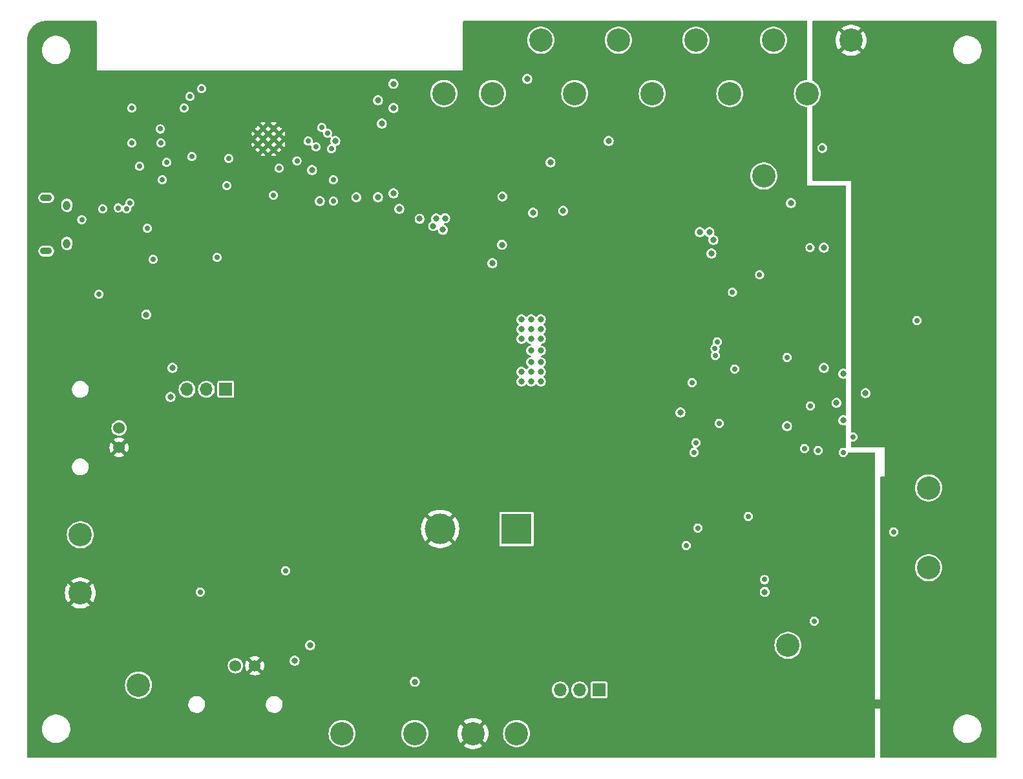
<source format=gbr>
%TF.GenerationSoftware,KiCad,Pcbnew,7.0.8*%
%TF.CreationDate,2024-01-29T15:42:30-05:00*%
%TF.ProjectId,cc_laser_supply_rev-B,63635f6c-6173-4657-925f-737570706c79,rev?*%
%TF.SameCoordinates,Original*%
%TF.FileFunction,Copper,L2,Inr*%
%TF.FilePolarity,Positive*%
%FSLAX46Y46*%
G04 Gerber Fmt 4.6, Leading zero omitted, Abs format (unit mm)*
G04 Created by KiCad (PCBNEW 7.0.8) date 2024-01-29 15:42:30*
%MOMM*%
%LPD*%
G01*
G04 APERTURE LIST*
%TA.AperFunction,ComponentPad*%
%ADD10C,3.048000*%
%TD*%
%TA.AperFunction,ComponentPad*%
%ADD11R,4.000000X4.000000*%
%TD*%
%TA.AperFunction,ComponentPad*%
%ADD12C,4.000000*%
%TD*%
%TA.AperFunction,ComponentPad*%
%ADD13C,1.524000*%
%TD*%
%TA.AperFunction,ComponentPad*%
%ADD14O,1.550000X0.890000*%
%TD*%
%TA.AperFunction,ComponentPad*%
%ADD15O,0.950000X1.250000*%
%TD*%
%TA.AperFunction,ComponentPad*%
%ADD16R,1.700000X1.700000*%
%TD*%
%TA.AperFunction,ComponentPad*%
%ADD17O,1.700000X1.700000*%
%TD*%
%TA.AperFunction,HeatsinkPad*%
%ADD18C,0.600000*%
%TD*%
%TA.AperFunction,ViaPad*%
%ADD19C,0.700000*%
%TD*%
%TA.AperFunction,ViaPad*%
%ADD20C,0.800000*%
%TD*%
G04 APERTURE END LIST*
D10*
%TO.N,VIN*%
%TO.C,TP15*%
X127000000Y-144145000D03*
%TD*%
%TO.N,/GaN FET and Current Sensing/sig_ext*%
%TO.C,TP9*%
X83185000Y-118110000D03*
%TD*%
%TO.N,ADC_20A*%
%TO.C,TP21*%
X173990000Y-53340000D03*
%TD*%
%TO.N,Net-(J3-In)*%
%TO.C,TP22*%
X117475000Y-144145000D03*
%TD*%
%TO.N,ADC_1A*%
%TO.C,TP17*%
X143510000Y-53340000D03*
%TD*%
%TO.N,GND*%
%TO.C,TP16*%
X134620000Y-144145000D03*
%TD*%
D11*
%TO.N,VCAP*%
%TO.C,C13*%
X140320499Y-117348000D03*
D12*
%TO.N,GND*%
X130320499Y-117348000D03*
%TD*%
D10*
%TO.N,OPT_IN_ADC*%
%TO.C,TP18*%
X90805000Y-137795000D03*
%TD*%
D13*
%TO.N,Net-(J3-In)*%
%TO.C,J3*%
X103505000Y-135255000D03*
%TO.N,GND*%
X106045000Y-135255000D03*
%TD*%
D10*
%TO.N,SDA*%
%TO.C,TP2*%
X130810000Y-60325000D03*
%TD*%
%TO.N,Net-(D5-A)*%
%TO.C,TP7*%
X194310000Y-122428000D03*
%TD*%
%TO.N,+5V*%
%TO.C,TP14*%
X140335000Y-144145000D03*
%TD*%
%TO.N,ADC_5A*%
%TO.C,TP19*%
X153670000Y-53340000D03*
%TD*%
D13*
%TO.N,/GaN FET and Current Sensing/sig_ext*%
%TO.C,J2*%
X88265000Y-104140000D03*
%TO.N,GND*%
X88265000Y-106680000D03*
%TD*%
D10*
%TO.N,SENSE_1A*%
%TO.C,TP8*%
X147955000Y-60325000D03*
%TD*%
%TO.N,VCAP_EXT*%
%TO.C,TP3*%
X172720000Y-71120000D03*
%TD*%
%TO.N,/GaN FET and Current Sensing/sense_out*%
%TO.C,TP5*%
X194310000Y-111973000D03*
%TD*%
%TO.N,GND*%
%TO.C,TP4*%
X184150000Y-53340000D03*
%TD*%
%TO.N,ADC_10A*%
%TO.C,TP20*%
X163830000Y-53340000D03*
%TD*%
%TO.N,SENSE_10A*%
%TO.C,TP12*%
X168275000Y-60325000D03*
%TD*%
%TO.N,/GaN FET and Current Sensing/vgate*%
%TO.C,TP6*%
X175895000Y-132588000D03*
%TD*%
D14*
%TO.N,unconnected-(J1-Shield-Pad6)*%
%TO.C,J1*%
X78710000Y-73970000D03*
D15*
X81410000Y-74970000D03*
X81410000Y-79970000D03*
D14*
X78710000Y-80970000D03*
%TD*%
D10*
%TO.N,SCL*%
%TO.C,TP1*%
X137160000Y-60325000D03*
%TD*%
D16*
%TO.N,Net-(JP2-A)*%
%TO.C,JP2*%
X151130000Y-138430000D03*
D17*
%TO.N,+5V*%
X148590000Y-138430000D03*
%TO.N,VBUS*%
X146050000Y-138430000D03*
%TD*%
D10*
%TO.N,SENSE_5A*%
%TO.C,TP11*%
X158115000Y-60325000D03*
%TD*%
%TO.N,GND*%
%TO.C,TP10*%
X83185000Y-125730000D03*
%TD*%
D18*
%TO.N,GND*%
%TO.C,U2*%
X106420000Y-65606200D03*
X108520000Y-66306200D03*
X109220000Y-67006200D03*
X107120000Y-67706200D03*
X106420000Y-67006200D03*
X107120000Y-66306200D03*
X109220000Y-65606200D03*
X107120000Y-64906200D03*
X107795000Y-65606200D03*
X108520000Y-64906200D03*
X108520000Y-67706200D03*
X107795000Y-67006200D03*
%TD*%
D10*
%TO.N,SENSE_20A*%
%TO.C,TP13*%
X178435000Y-60325000D03*
%TD*%
D16*
%TO.N,PULSE_IN*%
%TO.C,JP1*%
X102235000Y-99060000D03*
D17*
%TO.N,/GaN FET and Current Sensing/in+*%
X99695000Y-99060000D03*
%TO.N,/GaN FET and Current Sensing/sig_ext*%
X97155000Y-99060000D03*
%TD*%
D19*
%TO.N,GND*%
X190500000Y-131191000D03*
X189484000Y-131191000D03*
X190500000Y-130429000D03*
X188468000Y-131191000D03*
X189484000Y-130429000D03*
D20*
X149860000Y-87630000D03*
X134518400Y-71628000D03*
X134518400Y-72694800D03*
D19*
X105410000Y-120142000D03*
X90170000Y-73660000D03*
X116332000Y-58420000D03*
D20*
X181102000Y-69850000D03*
X201676000Y-72136000D03*
X201676000Y-66040000D03*
X142748000Y-86868000D03*
D19*
X163830000Y-108585000D03*
D20*
X141732000Y-87884000D03*
X201676000Y-73152000D03*
D19*
X166624000Y-116713000D03*
X161036000Y-97917000D03*
D20*
X187198000Y-69850000D03*
X149860000Y-88646000D03*
X141782800Y-77317600D03*
D19*
X89916000Y-79502000D03*
D20*
X201676000Y-71120000D03*
X130556000Y-89408000D03*
X182118000Y-68834000D03*
X140716000Y-87884000D03*
D19*
X186182000Y-131445000D03*
D20*
X130556000Y-85344000D03*
D19*
X167894000Y-96393000D03*
D20*
X130556000Y-83312000D03*
D19*
X104724750Y-129159000D03*
X173448000Y-81788000D03*
D20*
X188214000Y-68834000D03*
X150876000Y-87630000D03*
X187198000Y-70866000D03*
D19*
X188468000Y-130429000D03*
D20*
X201676000Y-78232000D03*
X130556000Y-86360000D03*
X149860000Y-85598000D03*
X189230000Y-70866000D03*
X111506000Y-120142000D03*
X201676000Y-65024000D03*
D19*
X87122000Y-63500000D03*
D20*
X149860000Y-83566000D03*
X201676000Y-79248000D03*
D19*
X173990000Y-129667000D03*
X170180000Y-113919000D03*
D20*
X140716000Y-86868000D03*
X141732000Y-86868000D03*
D19*
X193294000Y-135001000D03*
X170180000Y-110617000D03*
D20*
X201676000Y-62992000D03*
X189230000Y-68834000D03*
X184150000Y-68834000D03*
X126873000Y-74422000D03*
X187198000Y-68834000D03*
X150876000Y-86614000D03*
D19*
X169418000Y-121539000D03*
X174972000Y-89154000D03*
D20*
X130556000Y-88392000D03*
D19*
X104216750Y-124587000D03*
X103632000Y-77978000D03*
D20*
X149860000Y-81534000D03*
X149860000Y-86614000D03*
X201676000Y-74168000D03*
D19*
X163322000Y-131191000D03*
X169926000Y-102997000D03*
D20*
X201676000Y-70104000D03*
X201676000Y-80264000D03*
X188214000Y-69850000D03*
D19*
X163576000Y-119761000D03*
D20*
X201676000Y-76200000D03*
X142748000Y-85852000D03*
X183134000Y-69850000D03*
X148590000Y-88646000D03*
X142748000Y-87884000D03*
X201676000Y-77216000D03*
D19*
X173702000Y-85480500D03*
D20*
X200660000Y-62992000D03*
X185166000Y-68834000D03*
X184150000Y-69850000D03*
X201676000Y-82296000D03*
X150876000Y-85598000D03*
D19*
X167655260Y-92821740D03*
D20*
X140716000Y-85852000D03*
X142900400Y-82397600D03*
X200660000Y-64008000D03*
X130556000Y-84328000D03*
X201676000Y-68072000D03*
D19*
X181625260Y-102758260D03*
D20*
X148844000Y-79756000D03*
X186182000Y-68834000D03*
X201676000Y-75184000D03*
X134518400Y-73761600D03*
D19*
X84836000Y-91440000D03*
D20*
X201676000Y-83312000D03*
D19*
X98044000Y-73152000D03*
X161036000Y-119507000D03*
D20*
X185166000Y-69850000D03*
X201676000Y-67056000D03*
X182118000Y-69850000D03*
D19*
X99898750Y-127508000D03*
D20*
X150876000Y-83566000D03*
X181102000Y-68834000D03*
X188214000Y-70866000D03*
X150876000Y-84582000D03*
D19*
X166844000Y-86360000D03*
X93345000Y-74930000D03*
X169418000Y-99949000D03*
X169384000Y-88900000D03*
D20*
X149860000Y-82550000D03*
X199644000Y-64008000D03*
D19*
X97358750Y-125603000D03*
X82804000Y-78740000D03*
D20*
X128828800Y-73964800D03*
X150876000Y-81534000D03*
X183134000Y-68834000D03*
X150876000Y-88646000D03*
D19*
X88138000Y-79502000D03*
D20*
X140501200Y-73876600D03*
X130556000Y-87376000D03*
D19*
X177546000Y-129667000D03*
D20*
X201676000Y-84328000D03*
X189230000Y-69850000D03*
X186182000Y-69850000D03*
X149860000Y-84582000D03*
D19*
X163576000Y-99949000D03*
D20*
X186182000Y-70866000D03*
X199644000Y-62992000D03*
X201676000Y-81280000D03*
D19*
X160528000Y-108331000D03*
X177038000Y-100457000D03*
D20*
X201676000Y-69088000D03*
D19*
X167894000Y-106807000D03*
D20*
X201676000Y-64008000D03*
X150876000Y-82550000D03*
X141732000Y-85852000D03*
D19*
X99060000Y-58420000D03*
X85598000Y-85344000D03*
X90424000Y-89916000D03*
X92456000Y-74930000D03*
X94234000Y-74930000D03*
X178054000Y-124079000D03*
D20*
X142240000Y-78333600D03*
D19*
%TO.N,+3V3*%
X85624500Y-86614000D03*
X99060000Y-59690000D03*
X88138000Y-75304900D03*
X89916000Y-66802000D03*
X92710000Y-82042000D03*
X175768000Y-94869000D03*
X91948000Y-77978000D03*
D20*
X124206000Y-62230000D03*
X124206000Y-59055000D03*
D19*
X101092000Y-81788000D03*
%TO.N,+5V*%
X163322000Y-98171000D03*
D20*
X142240000Y-93980000D03*
X142240000Y-95504000D03*
X143510000Y-98044000D03*
X140970000Y-92456000D03*
X142240000Y-89916000D03*
X140970000Y-98044000D03*
X143510000Y-95504000D03*
D19*
X172178000Y-84074000D03*
D20*
X143510000Y-96774000D03*
D19*
X164084000Y-117221000D03*
D20*
X140970000Y-91186000D03*
D19*
X166370000Y-94615000D03*
D20*
X142240000Y-92456000D03*
X140970000Y-96774000D03*
X143510000Y-91186000D03*
X143510000Y-92456000D03*
X143510000Y-89916000D03*
D19*
X172820497Y-123978503D03*
X163830000Y-106045000D03*
D20*
X143510000Y-93980000D03*
X142240000Y-91186000D03*
X142240000Y-98044000D03*
X140970000Y-89916000D03*
X142240000Y-96774000D03*
%TO.N,VIN*%
X127000000Y-137370100D03*
D19*
%TO.N,Net-(D13-K)*%
X166339552Y-93690343D03*
X168910000Y-96393000D03*
%TO.N,ADC_1A*%
X116078000Y-67564000D03*
D20*
X165862000Y-81280000D03*
D19*
%TO.N,ADC_5A*%
X116332000Y-71628000D03*
D20*
X144780000Y-69342000D03*
X164338000Y-78486000D03*
X152400000Y-66548000D03*
%TO.N,ADC_10A*%
X114554000Y-74422000D03*
X161798000Y-102108000D03*
%TO.N,ADC_20A*%
X116586000Y-66548000D03*
X141732000Y-58420000D03*
X175768000Y-103886000D03*
D19*
X102616000Y-68834000D03*
D20*
X113538000Y-70358000D03*
%TO.N,/Buck Boost Supply/Vcc*%
X130973995Y-76664105D03*
X138480800Y-73812400D03*
D19*
%TO.N,Net-(D8-A)*%
X168622000Y-86360000D03*
X178782000Y-80518000D03*
%TO.N,Net-(D9-A)*%
X110058750Y-122809000D03*
X98882750Y-125603000D03*
%TO.N,/ESP32/RTS*%
X93726000Y-66802000D03*
X89916000Y-62230000D03*
X94488000Y-69342000D03*
X93667911Y-64965911D03*
%TO.N,/ESP32/DTR*%
X96774000Y-62230000D03*
X90932000Y-69850000D03*
D20*
%TO.N,/Buck Boost Supply/ISN*%
X138430000Y-80137000D03*
X146431000Y-75692000D03*
%TO.N,/Buck Boost Supply/ISP*%
X142494000Y-75946000D03*
X137160000Y-82550000D03*
%TO.N,SENSE_1A*%
X183134000Y-97028000D03*
X166116000Y-79502000D03*
X180594000Y-80518000D03*
%TO.N,SENSE_5A*%
X165608000Y-78486000D03*
D19*
X166624000Y-92837000D03*
X178816000Y-101219000D03*
D20*
%TO.N,SENSE_10A*%
X176276000Y-74676000D03*
D19*
%TO.N,SENSE_20A*%
X178054000Y-106807000D03*
D20*
X183134000Y-103124000D03*
X180383900Y-67467929D03*
D19*
X184404000Y-105283000D03*
D20*
X180594000Y-96266000D03*
D19*
%TO.N,Net-(D14-A)*%
X166878000Y-103505000D03*
X163576000Y-107315000D03*
D20*
%TO.N,Net-(JP2-A)*%
X172847000Y-125603000D03*
%TO.N,SCL*%
X129413000Y-77680100D03*
X124968000Y-75438000D03*
%TO.N,SDA*%
X130683000Y-78166100D03*
X124206000Y-73406000D03*
X122174000Y-61214000D03*
X122682000Y-64262000D03*
D19*
%TO.N,/ESP32/TXD0*%
X93918500Y-71628000D03*
X108484503Y-73633497D03*
X102362000Y-72390000D03*
X113030000Y-66548000D03*
X114808000Y-64770000D03*
X109220000Y-70104000D03*
%TO.N,/ESP32/RXD0*%
X115570000Y-65532000D03*
X111566161Y-69148161D03*
X97790000Y-68580000D03*
X114046000Y-67310000D03*
D20*
%TO.N,Net-(U4A--)*%
X186055000Y-99568000D03*
X182245000Y-100838000D03*
D19*
%TO.N,Net-(U4C--)*%
X179832000Y-107061000D03*
X183134000Y-107315000D03*
D20*
%TO.N,Net-(J3-In)*%
X113284000Y-132588000D03*
X111252000Y-134620000D03*
D19*
%TO.N,/ESP32/GPIO0*%
X97536000Y-60706000D03*
X116332000Y-74422000D03*
D20*
%TO.N,EN{slash}UVLO*%
X127633550Y-76731950D03*
X119336100Y-73914000D03*
X129794000Y-76708000D03*
X122174000Y-73914000D03*
%TO.N,OPT_IN_ADC*%
X94996000Y-100076000D03*
X95250000Y-96266000D03*
D19*
%TO.N,Net-(D16-A)*%
X170688000Y-115697000D03*
X162560000Y-119507000D03*
D20*
%TO.N,VBUS*%
X91821000Y-89281000D03*
D19*
%TO.N,VCAP*%
X192786000Y-90043000D03*
X189738000Y-117729000D03*
%TO.N,/ESP32/d-*%
X89243309Y-75417914D03*
X83372436Y-76853153D03*
%TO.N,/ESP32/d+*%
X86106000Y-75438000D03*
X89662000Y-74676000D03*
%TO.N,/GaN FET and Current Sensing/in+*%
X179324000Y-129413000D03*
%TD*%
%TA.AperFunction,Conductor*%
%TO.N,GND*%
G36*
X203142539Y-50820185D02*
G01*
X203188294Y-50872989D01*
X203199500Y-50924500D01*
X203199500Y-147195500D01*
X203179815Y-147262539D01*
X203127011Y-147308294D01*
X203075500Y-147319500D01*
X188084000Y-147319500D01*
X188016961Y-147299815D01*
X187971206Y-147247011D01*
X187960000Y-147195500D01*
X187960000Y-143577763D01*
X197535787Y-143577763D01*
X197565413Y-143847013D01*
X197565415Y-143847024D01*
X197633926Y-144109082D01*
X197633928Y-144109088D01*
X197739870Y-144358390D01*
X197811998Y-144476575D01*
X197880979Y-144589605D01*
X197880986Y-144589615D01*
X198054253Y-144797819D01*
X198054259Y-144797824D01*
X198255998Y-144978582D01*
X198481910Y-145128044D01*
X198727176Y-145243020D01*
X198727183Y-145243022D01*
X198727185Y-145243023D01*
X198986557Y-145321057D01*
X198986564Y-145321058D01*
X198986569Y-145321060D01*
X199254561Y-145360500D01*
X199254566Y-145360500D01*
X199457636Y-145360500D01*
X199509133Y-145356730D01*
X199660156Y-145345677D01*
X199772758Y-145320593D01*
X199924546Y-145286782D01*
X199924548Y-145286781D01*
X199924553Y-145286780D01*
X200177558Y-145190014D01*
X200413777Y-145057441D01*
X200628177Y-144891888D01*
X200816186Y-144696881D01*
X200973799Y-144476579D01*
X201047787Y-144332669D01*
X201097649Y-144235690D01*
X201097651Y-144235684D01*
X201097656Y-144235675D01*
X201185118Y-143979305D01*
X201234319Y-143712933D01*
X201244212Y-143442235D01*
X201214586Y-143172982D01*
X201146072Y-142910912D01*
X201040130Y-142661610D01*
X200899018Y-142430390D01*
X200809747Y-142323119D01*
X200725746Y-142222180D01*
X200725740Y-142222175D01*
X200524002Y-142041418D01*
X200298092Y-141891957D01*
X200298090Y-141891956D01*
X200052824Y-141776980D01*
X200052819Y-141776978D01*
X200052814Y-141776976D01*
X199793442Y-141698942D01*
X199793428Y-141698939D01*
X199677791Y-141681921D01*
X199525439Y-141659500D01*
X199322369Y-141659500D01*
X199322364Y-141659500D01*
X199119844Y-141674323D01*
X199119831Y-141674325D01*
X198855453Y-141733217D01*
X198855446Y-141733220D01*
X198602439Y-141829987D01*
X198366226Y-141962557D01*
X198151822Y-142128112D01*
X197963822Y-142323109D01*
X197963816Y-142323116D01*
X197806202Y-142543419D01*
X197806199Y-142543424D01*
X197682350Y-142784309D01*
X197682343Y-142784327D01*
X197594884Y-143040685D01*
X197594881Y-143040699D01*
X197545681Y-143307068D01*
X197545680Y-143307075D01*
X197535787Y-143577763D01*
X187960000Y-143577763D01*
X187960000Y-140843000D01*
X187960000Y-122428004D01*
X192530524Y-122428004D01*
X192550398Y-122693214D01*
X192550399Y-122693217D01*
X192609581Y-122952510D01*
X192706748Y-123200086D01*
X192839728Y-123430415D01*
X192973661Y-123598361D01*
X193005555Y-123638355D01*
X193189599Y-123809122D01*
X193200515Y-123819250D01*
X193420262Y-123969071D01*
X193659880Y-124084465D01*
X193659881Y-124084465D01*
X193659884Y-124084467D01*
X193914029Y-124162861D01*
X193914030Y-124162861D01*
X193914033Y-124162862D01*
X194177012Y-124202499D01*
X194177017Y-124202499D01*
X194177020Y-124202500D01*
X194177021Y-124202500D01*
X194442979Y-124202500D01*
X194442980Y-124202500D01*
X194442987Y-124202499D01*
X194705966Y-124162862D01*
X194705967Y-124162861D01*
X194705971Y-124162861D01*
X194960116Y-124084467D01*
X195199738Y-123969071D01*
X195419485Y-123819250D01*
X195614448Y-123638351D01*
X195780272Y-123430415D01*
X195913252Y-123200086D01*
X196010419Y-122952510D01*
X196069601Y-122693217D01*
X196089476Y-122428000D01*
X196069601Y-122162783D01*
X196010419Y-121903490D01*
X195913252Y-121655914D01*
X195780272Y-121425585D01*
X195614448Y-121217649D01*
X195614447Y-121217648D01*
X195614444Y-121217644D01*
X195419485Y-121036750D01*
X195199738Y-120886929D01*
X195199734Y-120886927D01*
X195199731Y-120886925D01*
X195199729Y-120886924D01*
X194960118Y-120771534D01*
X194960120Y-120771534D01*
X194705972Y-120693139D01*
X194705966Y-120693137D01*
X194442987Y-120653500D01*
X194442980Y-120653500D01*
X194177020Y-120653500D01*
X194177012Y-120653500D01*
X193914033Y-120693137D01*
X193914027Y-120693139D01*
X193659880Y-120771534D01*
X193420270Y-120886924D01*
X193420268Y-120886925D01*
X193200514Y-121036750D01*
X193005555Y-121217644D01*
X192839728Y-121425585D01*
X192706748Y-121655913D01*
X192609583Y-121903484D01*
X192609578Y-121903501D01*
X192550398Y-122162785D01*
X192530524Y-122427995D01*
X192530524Y-122428004D01*
X187960000Y-122428004D01*
X187960000Y-117729001D01*
X189132318Y-117729001D01*
X189152955Y-117885760D01*
X189152956Y-117885762D01*
X189213464Y-118031841D01*
X189309718Y-118157282D01*
X189435159Y-118253536D01*
X189581238Y-118314044D01*
X189659619Y-118324363D01*
X189737999Y-118334682D01*
X189738000Y-118334682D01*
X189738001Y-118334682D01*
X189790254Y-118327802D01*
X189894762Y-118314044D01*
X190040841Y-118253536D01*
X190166282Y-118157282D01*
X190262536Y-118031841D01*
X190323044Y-117885762D01*
X190343682Y-117729000D01*
X190323044Y-117572238D01*
X190262536Y-117426159D01*
X190166282Y-117300718D01*
X190040841Y-117204464D01*
X189894762Y-117143956D01*
X189894760Y-117143955D01*
X189738001Y-117123318D01*
X189737999Y-117123318D01*
X189581239Y-117143955D01*
X189581237Y-117143956D01*
X189435160Y-117204463D01*
X189309718Y-117300718D01*
X189213463Y-117426160D01*
X189152956Y-117572237D01*
X189152955Y-117572239D01*
X189132318Y-117728998D01*
X189132318Y-117729001D01*
X187960000Y-117729001D01*
X187960000Y-111973004D01*
X192530524Y-111973004D01*
X192550398Y-112238214D01*
X192550399Y-112238217D01*
X192609581Y-112497510D01*
X192706748Y-112745086D01*
X192839728Y-112975415D01*
X192973661Y-113143361D01*
X193005555Y-113183355D01*
X193189599Y-113354122D01*
X193200515Y-113364250D01*
X193420262Y-113514071D01*
X193659880Y-113629465D01*
X193659881Y-113629465D01*
X193659884Y-113629467D01*
X193914029Y-113707861D01*
X193914030Y-113707861D01*
X193914033Y-113707862D01*
X194177012Y-113747499D01*
X194177017Y-113747499D01*
X194177020Y-113747500D01*
X194177021Y-113747500D01*
X194442979Y-113747500D01*
X194442980Y-113747500D01*
X194442987Y-113747499D01*
X194705966Y-113707862D01*
X194705967Y-113707861D01*
X194705971Y-113707861D01*
X194960116Y-113629467D01*
X195199738Y-113514071D01*
X195419485Y-113364250D01*
X195614448Y-113183351D01*
X195780272Y-112975415D01*
X195913252Y-112745086D01*
X196010419Y-112497510D01*
X196069601Y-112238217D01*
X196089476Y-111973000D01*
X196069601Y-111707783D01*
X196010419Y-111448490D01*
X195913252Y-111200914D01*
X195780272Y-110970585D01*
X195614448Y-110762649D01*
X195614447Y-110762648D01*
X195614444Y-110762644D01*
X195419485Y-110581750D01*
X195368459Y-110546961D01*
X195199738Y-110431929D01*
X195199734Y-110431927D01*
X195199731Y-110431925D01*
X195199729Y-110431924D01*
X194960118Y-110316534D01*
X194960120Y-110316534D01*
X194705972Y-110238139D01*
X194705966Y-110238137D01*
X194442987Y-110198500D01*
X194442980Y-110198500D01*
X194177020Y-110198500D01*
X194177012Y-110198500D01*
X193914033Y-110238137D01*
X193914027Y-110238139D01*
X193659880Y-110316534D01*
X193420270Y-110431924D01*
X193420268Y-110431925D01*
X193200514Y-110581750D01*
X193005555Y-110762644D01*
X192839728Y-110970585D01*
X192706748Y-111200913D01*
X192609583Y-111448484D01*
X192609578Y-111448501D01*
X192550398Y-111707785D01*
X192530524Y-111972995D01*
X192530524Y-111973004D01*
X187960000Y-111973004D01*
X187960000Y-110614000D01*
X187979685Y-110546961D01*
X188032489Y-110501206D01*
X188084000Y-110490000D01*
X188595000Y-110490000D01*
X188595000Y-106680000D01*
X184274000Y-106680000D01*
X184206961Y-106660315D01*
X184161206Y-106607511D01*
X184150000Y-106556000D01*
X184150000Y-105996636D01*
X184169685Y-105929597D01*
X184222489Y-105883842D01*
X184290181Y-105873697D01*
X184404000Y-105888682D01*
X184404001Y-105888682D01*
X184456254Y-105881802D01*
X184560762Y-105868044D01*
X184706841Y-105807536D01*
X184832282Y-105711282D01*
X184928536Y-105585841D01*
X184989044Y-105439762D01*
X185009682Y-105283000D01*
X184989044Y-105126238D01*
X184928536Y-104980159D01*
X184832282Y-104854718D01*
X184706841Y-104758464D01*
X184560762Y-104697956D01*
X184560760Y-104697955D01*
X184404001Y-104677318D01*
X184403999Y-104677318D01*
X184290185Y-104692302D01*
X184221150Y-104681536D01*
X184168894Y-104635156D01*
X184150000Y-104569363D01*
X184150000Y-99568000D01*
X185399722Y-99568000D01*
X185418762Y-99724818D01*
X185474780Y-99872523D01*
X185564517Y-100002530D01*
X185682760Y-100107283D01*
X185682762Y-100107284D01*
X185822634Y-100180696D01*
X185976014Y-100218500D01*
X185976015Y-100218500D01*
X186133985Y-100218500D01*
X186287365Y-100180696D01*
X186427240Y-100107283D01*
X186545483Y-100002530D01*
X186635220Y-99872523D01*
X186691237Y-99724818D01*
X186710278Y-99568000D01*
X186691237Y-99411182D01*
X186635220Y-99263477D01*
X186545483Y-99133470D01*
X186427240Y-99028717D01*
X186427238Y-99028716D01*
X186427237Y-99028715D01*
X186287365Y-98955303D01*
X186133986Y-98917500D01*
X186133985Y-98917500D01*
X185976015Y-98917500D01*
X185976014Y-98917500D01*
X185822634Y-98955303D01*
X185682762Y-99028715D01*
X185564516Y-99133471D01*
X185474781Y-99263475D01*
X185474780Y-99263476D01*
X185418762Y-99411181D01*
X185399722Y-99567999D01*
X185399722Y-99568000D01*
X184150000Y-99568000D01*
X184150000Y-90043001D01*
X192180318Y-90043001D01*
X192200955Y-90199760D01*
X192200956Y-90199762D01*
X192261464Y-90345841D01*
X192357718Y-90471282D01*
X192483159Y-90567536D01*
X192629238Y-90628044D01*
X192707619Y-90638363D01*
X192785999Y-90648682D01*
X192786000Y-90648682D01*
X192786001Y-90648682D01*
X192838254Y-90641802D01*
X192942762Y-90628044D01*
X193088841Y-90567536D01*
X193214282Y-90471282D01*
X193310536Y-90345841D01*
X193371044Y-90199762D01*
X193391682Y-90043000D01*
X193371044Y-89886238D01*
X193310536Y-89740159D01*
X193214282Y-89614718D01*
X193088841Y-89518464D01*
X192942762Y-89457956D01*
X192942760Y-89457955D01*
X192786001Y-89437318D01*
X192785999Y-89437318D01*
X192629239Y-89457955D01*
X192629237Y-89457956D01*
X192483160Y-89518463D01*
X192357718Y-89614718D01*
X192261463Y-89740160D01*
X192200956Y-89886237D01*
X192200955Y-89886239D01*
X192180318Y-90042998D01*
X192180318Y-90043001D01*
X184150000Y-90043001D01*
X184150000Y-71755000D01*
X179194000Y-71755000D01*
X179126961Y-71735315D01*
X179081206Y-71682511D01*
X179070000Y-71631000D01*
X179070000Y-67467929D01*
X179728622Y-67467929D01*
X179747662Y-67624747D01*
X179803680Y-67772452D01*
X179893417Y-67902459D01*
X180011660Y-68007212D01*
X180011662Y-68007213D01*
X180151534Y-68080625D01*
X180304914Y-68118429D01*
X180304915Y-68118429D01*
X180462885Y-68118429D01*
X180616265Y-68080625D01*
X180756140Y-68007212D01*
X180874383Y-67902459D01*
X180964120Y-67772452D01*
X181020137Y-67624747D01*
X181039178Y-67467929D01*
X181020137Y-67311111D01*
X180964120Y-67163406D01*
X180874383Y-67033399D01*
X180756140Y-66928646D01*
X180756138Y-66928645D01*
X180756137Y-66928644D01*
X180616265Y-66855232D01*
X180462886Y-66817429D01*
X180462885Y-66817429D01*
X180304915Y-66817429D01*
X180304914Y-66817429D01*
X180151534Y-66855232D01*
X180011662Y-66928644D01*
X179893416Y-67033400D01*
X179803681Y-67163404D01*
X179803680Y-67163405D01*
X179747662Y-67311110D01*
X179728622Y-67467928D01*
X179728622Y-67467929D01*
X179070000Y-67467929D01*
X179070000Y-62066660D01*
X179089685Y-61999621D01*
X179140198Y-61954940D01*
X179324738Y-61866071D01*
X179544485Y-61716250D01*
X179739448Y-61535351D01*
X179905272Y-61327415D01*
X180038252Y-61097086D01*
X180135419Y-60849510D01*
X180194601Y-60590217D01*
X180214476Y-60325000D01*
X180194601Y-60059783D01*
X180135419Y-59800490D01*
X180038252Y-59552914D01*
X179905272Y-59322585D01*
X179739448Y-59114649D01*
X179739447Y-59114648D01*
X179739444Y-59114644D01*
X179544485Y-58933750D01*
X179324738Y-58783929D01*
X179324735Y-58783928D01*
X179324733Y-58783926D01*
X179140198Y-58695059D01*
X179088339Y-58648237D01*
X179070000Y-58583339D01*
X179070000Y-53340000D01*
X182121271Y-53340000D01*
X182140166Y-53616239D01*
X182196502Y-53887347D01*
X182196503Y-53887350D01*
X182289225Y-54148244D01*
X182289224Y-54148244D01*
X182416615Y-54394095D01*
X182551402Y-54585043D01*
X183184523Y-53951921D01*
X183233958Y-54031762D01*
X183376667Y-54188306D01*
X183535385Y-54308165D01*
X182906221Y-54937329D01*
X182906221Y-54937330D01*
X182980061Y-54997403D01*
X182980074Y-54997411D01*
X183216654Y-55141279D01*
X183470616Y-55251590D01*
X183737236Y-55326294D01*
X183737243Y-55326295D01*
X184011554Y-55364000D01*
X184288446Y-55364000D01*
X184562756Y-55326295D01*
X184562763Y-55326294D01*
X184829383Y-55251590D01*
X185083345Y-55141279D01*
X185319924Y-54997413D01*
X185393777Y-54937329D01*
X185134211Y-54677763D01*
X197535787Y-54677763D01*
X197565413Y-54947013D01*
X197565415Y-54947024D01*
X197616200Y-55141279D01*
X197633928Y-55209088D01*
X197739870Y-55458390D01*
X197811998Y-55576575D01*
X197880979Y-55689605D01*
X197880986Y-55689615D01*
X198054253Y-55897819D01*
X198054259Y-55897824D01*
X198255998Y-56078582D01*
X198481910Y-56228044D01*
X198727176Y-56343020D01*
X198727183Y-56343022D01*
X198727185Y-56343023D01*
X198986557Y-56421057D01*
X198986564Y-56421058D01*
X198986569Y-56421060D01*
X199254561Y-56460500D01*
X199254566Y-56460500D01*
X199457636Y-56460500D01*
X199509133Y-56456730D01*
X199660156Y-56445677D01*
X199772758Y-56420593D01*
X199924546Y-56386782D01*
X199924548Y-56386781D01*
X199924553Y-56386780D01*
X200177558Y-56290014D01*
X200413777Y-56157441D01*
X200628177Y-55991888D01*
X200816186Y-55796881D01*
X200973799Y-55576579D01*
X201047787Y-55432669D01*
X201097649Y-55335690D01*
X201097651Y-55335684D01*
X201097656Y-55335675D01*
X201185118Y-55079305D01*
X201234319Y-54812933D01*
X201244212Y-54542235D01*
X201214586Y-54272982D01*
X201146072Y-54010912D01*
X201040130Y-53761610D01*
X200899018Y-53530390D01*
X200809747Y-53423119D01*
X200725746Y-53322180D01*
X200725740Y-53322175D01*
X200524002Y-53141418D01*
X200298092Y-52991957D01*
X200286338Y-52986447D01*
X200052824Y-52876980D01*
X200052819Y-52876978D01*
X200052814Y-52876976D01*
X199793442Y-52798942D01*
X199793428Y-52798939D01*
X199677791Y-52781921D01*
X199525439Y-52759500D01*
X199322369Y-52759500D01*
X199322364Y-52759500D01*
X199119844Y-52774323D01*
X199119831Y-52774325D01*
X198855453Y-52833217D01*
X198855446Y-52833220D01*
X198602439Y-52929987D01*
X198366226Y-53062557D01*
X198151822Y-53228112D01*
X197963822Y-53423109D01*
X197963816Y-53423116D01*
X197806202Y-53643419D01*
X197806199Y-53643424D01*
X197682350Y-53884309D01*
X197682343Y-53884327D01*
X197594884Y-54140685D01*
X197594881Y-54140699D01*
X197545681Y-54407068D01*
X197545680Y-54407075D01*
X197535787Y-54677763D01*
X185134211Y-54677763D01*
X184764613Y-54308166D01*
X184923333Y-54188306D01*
X185066042Y-54031762D01*
X185115476Y-53951923D01*
X185748596Y-54585043D01*
X185748597Y-54585043D01*
X185883384Y-54394095D01*
X186010774Y-54148244D01*
X186103496Y-53887350D01*
X186103497Y-53887347D01*
X186159833Y-53616239D01*
X186178728Y-53340000D01*
X186159833Y-53063760D01*
X186103497Y-52792652D01*
X186103496Y-52792649D01*
X186010774Y-52531755D01*
X186010775Y-52531755D01*
X185883384Y-52285904D01*
X185748596Y-52094955D01*
X185115475Y-52728075D01*
X185066042Y-52648238D01*
X184923333Y-52491694D01*
X184764613Y-52371833D01*
X185393777Y-51742669D01*
X185319928Y-51682590D01*
X185319925Y-51682588D01*
X185083345Y-51538720D01*
X184829383Y-51428409D01*
X184562763Y-51353705D01*
X184562756Y-51353704D01*
X184288446Y-51316000D01*
X184011554Y-51316000D01*
X183737243Y-51353704D01*
X183737236Y-51353705D01*
X183470616Y-51428409D01*
X183216654Y-51538720D01*
X182980077Y-51682586D01*
X182980067Y-51682592D01*
X182906221Y-51742669D01*
X183535386Y-52371833D01*
X183376667Y-52491694D01*
X183233958Y-52648238D01*
X183184523Y-52728076D01*
X182551402Y-52094955D01*
X182551401Y-52094955D01*
X182416619Y-52285897D01*
X182416615Y-52285903D01*
X182289225Y-52531755D01*
X182196503Y-52792649D01*
X182196502Y-52792652D01*
X182140166Y-53063760D01*
X182121271Y-53340000D01*
X179070000Y-53340000D01*
X179070000Y-50924500D01*
X179089685Y-50857461D01*
X179142489Y-50811706D01*
X179194000Y-50800500D01*
X203075500Y-50800500D01*
X203142539Y-50820185D01*
G37*
%TD.AperFunction*%
%TD*%
%TA.AperFunction,Conductor*%
%TO.N,GND*%
G36*
X85263039Y-50820185D02*
G01*
X85308794Y-50872989D01*
X85320000Y-50924500D01*
X85320000Y-57286200D01*
X133320000Y-57286200D01*
X133320000Y-53340004D01*
X141730524Y-53340004D01*
X141750398Y-53605214D01*
X141809578Y-53864498D01*
X141809581Y-53864510D01*
X141906748Y-54112086D01*
X142039728Y-54342415D01*
X142140160Y-54468352D01*
X142205555Y-54550355D01*
X142389599Y-54721122D01*
X142400515Y-54731250D01*
X142620262Y-54881071D01*
X142859880Y-54996465D01*
X142859881Y-54996465D01*
X142859884Y-54996467D01*
X143114029Y-55074861D01*
X143114030Y-55074861D01*
X143114033Y-55074862D01*
X143377012Y-55114499D01*
X143377017Y-55114499D01*
X143377020Y-55114500D01*
X143377021Y-55114500D01*
X143642979Y-55114500D01*
X143642980Y-55114500D01*
X143642987Y-55114499D01*
X143905966Y-55074862D01*
X143905967Y-55074861D01*
X143905971Y-55074861D01*
X144160116Y-54996467D01*
X144399738Y-54881071D01*
X144619485Y-54731250D01*
X144814448Y-54550351D01*
X144980272Y-54342415D01*
X145113252Y-54112086D01*
X145210419Y-53864510D01*
X145269601Y-53605217D01*
X145283247Y-53423119D01*
X145289476Y-53340004D01*
X151890524Y-53340004D01*
X151910398Y-53605214D01*
X151969578Y-53864498D01*
X151969581Y-53864510D01*
X152066748Y-54112086D01*
X152199728Y-54342415D01*
X152300160Y-54468352D01*
X152365555Y-54550355D01*
X152549599Y-54721122D01*
X152560515Y-54731250D01*
X152780262Y-54881071D01*
X153019880Y-54996465D01*
X153019881Y-54996465D01*
X153019884Y-54996467D01*
X153274029Y-55074861D01*
X153274030Y-55074861D01*
X153274033Y-55074862D01*
X153537012Y-55114499D01*
X153537017Y-55114499D01*
X153537020Y-55114500D01*
X153537021Y-55114500D01*
X153802979Y-55114500D01*
X153802980Y-55114500D01*
X153802987Y-55114499D01*
X154065966Y-55074862D01*
X154065967Y-55074861D01*
X154065971Y-55074861D01*
X154320116Y-54996467D01*
X154559738Y-54881071D01*
X154779485Y-54731250D01*
X154974448Y-54550351D01*
X155140272Y-54342415D01*
X155273252Y-54112086D01*
X155370419Y-53864510D01*
X155429601Y-53605217D01*
X155443247Y-53423119D01*
X155449476Y-53340004D01*
X162050524Y-53340004D01*
X162070398Y-53605214D01*
X162129578Y-53864498D01*
X162129581Y-53864510D01*
X162226748Y-54112086D01*
X162359728Y-54342415D01*
X162460160Y-54468352D01*
X162525555Y-54550355D01*
X162709599Y-54721122D01*
X162720515Y-54731250D01*
X162940262Y-54881071D01*
X163179880Y-54996465D01*
X163179881Y-54996465D01*
X163179884Y-54996467D01*
X163434029Y-55074861D01*
X163434030Y-55074861D01*
X163434033Y-55074862D01*
X163697012Y-55114499D01*
X163697017Y-55114499D01*
X163697020Y-55114500D01*
X163697021Y-55114500D01*
X163962979Y-55114500D01*
X163962980Y-55114500D01*
X163962987Y-55114499D01*
X164225966Y-55074862D01*
X164225967Y-55074861D01*
X164225971Y-55074861D01*
X164480116Y-54996467D01*
X164719738Y-54881071D01*
X164939485Y-54731250D01*
X165134448Y-54550351D01*
X165300272Y-54342415D01*
X165433252Y-54112086D01*
X165530419Y-53864510D01*
X165589601Y-53605217D01*
X165603247Y-53423119D01*
X165609476Y-53340004D01*
X172210524Y-53340004D01*
X172230398Y-53605214D01*
X172289578Y-53864498D01*
X172289581Y-53864510D01*
X172386748Y-54112086D01*
X172519728Y-54342415D01*
X172620160Y-54468352D01*
X172685555Y-54550355D01*
X172869599Y-54721122D01*
X172880515Y-54731250D01*
X173100262Y-54881071D01*
X173339880Y-54996465D01*
X173339881Y-54996465D01*
X173339884Y-54996467D01*
X173594029Y-55074861D01*
X173594030Y-55074861D01*
X173594033Y-55074862D01*
X173857012Y-55114499D01*
X173857017Y-55114499D01*
X173857020Y-55114500D01*
X173857021Y-55114500D01*
X174122979Y-55114500D01*
X174122980Y-55114500D01*
X174122987Y-55114499D01*
X174385966Y-55074862D01*
X174385967Y-55074861D01*
X174385971Y-55074861D01*
X174640116Y-54996467D01*
X174879738Y-54881071D01*
X175099485Y-54731250D01*
X175294448Y-54550351D01*
X175460272Y-54342415D01*
X175593252Y-54112086D01*
X175690419Y-53864510D01*
X175749601Y-53605217D01*
X175763247Y-53423119D01*
X175769476Y-53340004D01*
X175769476Y-53339995D01*
X175749601Y-53074785D01*
X175749601Y-53074783D01*
X175690419Y-52815490D01*
X175593252Y-52567914D01*
X175460272Y-52337585D01*
X175294448Y-52129649D01*
X175294447Y-52129648D01*
X175294444Y-52129644D01*
X175099485Y-51948750D01*
X174980414Y-51867569D01*
X174879738Y-51798929D01*
X174879734Y-51798927D01*
X174879731Y-51798925D01*
X174879729Y-51798924D01*
X174640118Y-51683534D01*
X174640120Y-51683534D01*
X174385972Y-51605139D01*
X174385966Y-51605137D01*
X174122987Y-51565500D01*
X174122980Y-51565500D01*
X173857020Y-51565500D01*
X173857012Y-51565500D01*
X173594033Y-51605137D01*
X173594027Y-51605139D01*
X173339880Y-51683534D01*
X173100270Y-51798924D01*
X173100268Y-51798925D01*
X172880514Y-51948750D01*
X172685555Y-52129644D01*
X172519728Y-52337585D01*
X172386748Y-52567913D01*
X172289583Y-52815484D01*
X172289578Y-52815501D01*
X172230398Y-53074785D01*
X172210524Y-53339995D01*
X172210524Y-53340004D01*
X165609476Y-53340004D01*
X165609476Y-53339995D01*
X165589601Y-53074785D01*
X165589601Y-53074783D01*
X165530419Y-52815490D01*
X165433252Y-52567914D01*
X165300272Y-52337585D01*
X165134448Y-52129649D01*
X165134447Y-52129648D01*
X165134444Y-52129644D01*
X164939485Y-51948750D01*
X164820414Y-51867569D01*
X164719738Y-51798929D01*
X164719734Y-51798927D01*
X164719731Y-51798925D01*
X164719729Y-51798924D01*
X164480118Y-51683534D01*
X164480120Y-51683534D01*
X164225972Y-51605139D01*
X164225966Y-51605137D01*
X163962987Y-51565500D01*
X163962980Y-51565500D01*
X163697020Y-51565500D01*
X163697012Y-51565500D01*
X163434033Y-51605137D01*
X163434027Y-51605139D01*
X163179880Y-51683534D01*
X162940270Y-51798924D01*
X162940268Y-51798925D01*
X162720514Y-51948750D01*
X162525555Y-52129644D01*
X162359728Y-52337585D01*
X162226748Y-52567913D01*
X162129583Y-52815484D01*
X162129578Y-52815501D01*
X162070398Y-53074785D01*
X162050524Y-53339995D01*
X162050524Y-53340004D01*
X155449476Y-53340004D01*
X155449476Y-53339995D01*
X155429601Y-53074785D01*
X155429601Y-53074783D01*
X155370419Y-52815490D01*
X155273252Y-52567914D01*
X155140272Y-52337585D01*
X154974448Y-52129649D01*
X154974447Y-52129648D01*
X154974444Y-52129644D01*
X154779485Y-51948750D01*
X154660414Y-51867569D01*
X154559738Y-51798929D01*
X154559734Y-51798927D01*
X154559731Y-51798925D01*
X154559729Y-51798924D01*
X154320118Y-51683534D01*
X154320120Y-51683534D01*
X154065972Y-51605139D01*
X154065966Y-51605137D01*
X153802987Y-51565500D01*
X153802980Y-51565500D01*
X153537020Y-51565500D01*
X153537012Y-51565500D01*
X153274033Y-51605137D01*
X153274027Y-51605139D01*
X153019880Y-51683534D01*
X152780270Y-51798924D01*
X152780268Y-51798925D01*
X152560514Y-51948750D01*
X152365555Y-52129644D01*
X152199728Y-52337585D01*
X152066748Y-52567913D01*
X151969583Y-52815484D01*
X151969578Y-52815501D01*
X151910398Y-53074785D01*
X151890524Y-53339995D01*
X151890524Y-53340004D01*
X145289476Y-53340004D01*
X145289476Y-53339995D01*
X145269601Y-53074785D01*
X145269601Y-53074783D01*
X145210419Y-52815490D01*
X145113252Y-52567914D01*
X144980272Y-52337585D01*
X144814448Y-52129649D01*
X144814447Y-52129648D01*
X144814444Y-52129644D01*
X144619485Y-51948750D01*
X144500414Y-51867569D01*
X144399738Y-51798929D01*
X144399734Y-51798927D01*
X144399731Y-51798925D01*
X144399729Y-51798924D01*
X144160118Y-51683534D01*
X144160120Y-51683534D01*
X143905972Y-51605139D01*
X143905966Y-51605137D01*
X143642987Y-51565500D01*
X143642980Y-51565500D01*
X143377020Y-51565500D01*
X143377012Y-51565500D01*
X143114033Y-51605137D01*
X143114027Y-51605139D01*
X142859880Y-51683534D01*
X142620270Y-51798924D01*
X142620268Y-51798925D01*
X142400514Y-51948750D01*
X142205555Y-52129644D01*
X142039728Y-52337585D01*
X141906748Y-52567913D01*
X141809583Y-52815484D01*
X141809578Y-52815501D01*
X141750398Y-53074785D01*
X141730524Y-53339995D01*
X141730524Y-53340004D01*
X133320000Y-53340004D01*
X133320000Y-50924500D01*
X133339685Y-50857461D01*
X133392489Y-50811706D01*
X133444000Y-50800500D01*
X178311000Y-50800500D01*
X178378039Y-50820185D01*
X178423794Y-50872989D01*
X178435000Y-50924500D01*
X178435000Y-58426500D01*
X178415315Y-58493539D01*
X178362511Y-58539294D01*
X178311000Y-58550500D01*
X178302012Y-58550500D01*
X178039033Y-58590137D01*
X178039027Y-58590139D01*
X177784880Y-58668534D01*
X177545270Y-58783924D01*
X177545268Y-58783925D01*
X177325514Y-58933750D01*
X177130555Y-59114644D01*
X176964728Y-59322585D01*
X176831748Y-59552913D01*
X176734583Y-59800484D01*
X176734578Y-59800501D01*
X176675398Y-60059785D01*
X176655524Y-60324995D01*
X176655524Y-60325004D01*
X176675398Y-60590214D01*
X176701826Y-60706001D01*
X176734581Y-60849510D01*
X176831748Y-61097086D01*
X176964728Y-61327415D01*
X176999341Y-61370818D01*
X177130555Y-61535355D01*
X177248677Y-61644955D01*
X177325515Y-61716250D01*
X177545262Y-61866071D01*
X177784880Y-61981465D01*
X177784881Y-61981465D01*
X177784884Y-61981467D01*
X178039029Y-62059861D01*
X178039030Y-62059861D01*
X178039033Y-62059862D01*
X178302012Y-62099499D01*
X178302017Y-62099499D01*
X178302020Y-62099500D01*
X178302021Y-62099500D01*
X178311000Y-62099500D01*
X178378039Y-62119185D01*
X178423794Y-62171989D01*
X178435000Y-62223500D01*
X178435000Y-72390000D01*
X183391000Y-72390000D01*
X183458039Y-72409685D01*
X183503794Y-72462489D01*
X183515000Y-72514000D01*
X183515000Y-96293664D01*
X183495315Y-96360703D01*
X183442511Y-96406458D01*
X183373353Y-96416402D01*
X183361326Y-96414061D01*
X183212986Y-96377500D01*
X183212985Y-96377500D01*
X183055015Y-96377500D01*
X183055014Y-96377500D01*
X182901634Y-96415303D01*
X182761762Y-96488715D01*
X182643516Y-96593471D01*
X182553781Y-96723475D01*
X182553780Y-96723476D01*
X182497762Y-96871181D01*
X182478722Y-97027999D01*
X182478722Y-97028000D01*
X182497762Y-97184818D01*
X182546483Y-97313283D01*
X182553780Y-97332523D01*
X182643517Y-97462530D01*
X182761760Y-97567283D01*
X182761762Y-97567284D01*
X182901634Y-97640696D01*
X183055014Y-97678500D01*
X183055015Y-97678500D01*
X183212985Y-97678500D01*
X183361325Y-97641938D01*
X183431128Y-97645007D01*
X183488190Y-97685327D01*
X183514395Y-97750097D01*
X183515000Y-97762335D01*
X183515000Y-102389664D01*
X183495315Y-102456703D01*
X183442511Y-102502458D01*
X183373353Y-102512402D01*
X183361326Y-102510061D01*
X183212986Y-102473500D01*
X183212985Y-102473500D01*
X183055015Y-102473500D01*
X183055014Y-102473500D01*
X182901634Y-102511303D01*
X182761762Y-102584715D01*
X182643516Y-102689471D01*
X182553781Y-102819475D01*
X182553780Y-102819476D01*
X182497762Y-102967181D01*
X182478722Y-103123999D01*
X182478722Y-103124000D01*
X182497762Y-103280818D01*
X182523332Y-103348239D01*
X182553780Y-103428523D01*
X182643517Y-103558530D01*
X182761760Y-103663283D01*
X182761762Y-103663284D01*
X182901634Y-103736696D01*
X183055014Y-103774500D01*
X183055015Y-103774500D01*
X183212985Y-103774500D01*
X183361325Y-103737938D01*
X183431128Y-103741007D01*
X183488190Y-103781327D01*
X183514395Y-103846097D01*
X183515000Y-103858335D01*
X183515000Y-106637259D01*
X183495315Y-106704298D01*
X183442511Y-106750053D01*
X183373353Y-106759997D01*
X183343548Y-106751820D01*
X183290765Y-106729957D01*
X183290760Y-106729955D01*
X183134001Y-106709318D01*
X183133999Y-106709318D01*
X182977239Y-106729955D01*
X182977237Y-106729956D01*
X182831160Y-106790463D01*
X182705718Y-106886718D01*
X182609463Y-107012160D01*
X182548956Y-107158237D01*
X182548955Y-107158239D01*
X182528318Y-107314998D01*
X182528318Y-107315000D01*
X182548955Y-107471760D01*
X182548956Y-107471761D01*
X182548956Y-107471762D01*
X182609464Y-107617841D01*
X182705718Y-107743282D01*
X182831159Y-107839536D01*
X182977238Y-107900044D01*
X183055619Y-107910363D01*
X183133999Y-107920682D01*
X183134000Y-107920682D01*
X183134001Y-107920682D01*
X183186254Y-107913802D01*
X183290762Y-107900044D01*
X183436841Y-107839536D01*
X183562282Y-107743282D01*
X183658536Y-107617841D01*
X183719044Y-107471762D01*
X183725488Y-107422813D01*
X183753755Y-107358918D01*
X183812079Y-107320447D01*
X183848427Y-107315000D01*
X187201000Y-107315000D01*
X187268039Y-107334685D01*
X187313794Y-107387489D01*
X187325000Y-107439000D01*
X187325000Y-127000000D01*
X187325000Y-140843000D01*
X187325000Y-147195500D01*
X187305315Y-147262539D01*
X187252511Y-147308294D01*
X187201000Y-147319500D01*
X76324500Y-147319500D01*
X76257461Y-147299815D01*
X76211706Y-147247011D01*
X76200500Y-147195500D01*
X76200500Y-143577763D01*
X78155787Y-143577763D01*
X78185413Y-143847013D01*
X78185415Y-143847024D01*
X78253926Y-144109082D01*
X78253928Y-144109088D01*
X78359870Y-144358390D01*
X78431998Y-144476575D01*
X78500979Y-144589605D01*
X78500986Y-144589615D01*
X78674253Y-144797819D01*
X78674259Y-144797824D01*
X78875998Y-144978582D01*
X79101910Y-145128044D01*
X79347176Y-145243020D01*
X79347183Y-145243022D01*
X79347185Y-145243023D01*
X79606557Y-145321057D01*
X79606564Y-145321058D01*
X79606569Y-145321060D01*
X79874561Y-145360500D01*
X79874566Y-145360500D01*
X80077636Y-145360500D01*
X80129133Y-145356730D01*
X80280156Y-145345677D01*
X80392758Y-145320593D01*
X80544546Y-145286782D01*
X80544548Y-145286781D01*
X80544553Y-145286780D01*
X80797558Y-145190014D01*
X81033777Y-145057441D01*
X81248177Y-144891888D01*
X81436186Y-144696881D01*
X81593799Y-144476579D01*
X81709821Y-144250915D01*
X81717649Y-144235690D01*
X81717651Y-144235684D01*
X81717656Y-144235675D01*
X81748589Y-144145004D01*
X115695524Y-144145004D01*
X115715398Y-144410214D01*
X115774578Y-144669498D01*
X115774581Y-144669510D01*
X115871748Y-144917086D01*
X116004728Y-145147415D01*
X116115868Y-145286780D01*
X116170555Y-145355355D01*
X116354599Y-145526122D01*
X116365515Y-145536250D01*
X116585262Y-145686071D01*
X116824880Y-145801465D01*
X116824881Y-145801465D01*
X116824884Y-145801467D01*
X117079029Y-145879861D01*
X117079030Y-145879861D01*
X117079033Y-145879862D01*
X117342012Y-145919499D01*
X117342017Y-145919499D01*
X117342020Y-145919500D01*
X117342021Y-145919500D01*
X117607979Y-145919500D01*
X117607980Y-145919500D01*
X117607987Y-145919499D01*
X117870966Y-145879862D01*
X117870967Y-145879861D01*
X117870971Y-145879861D01*
X118125116Y-145801467D01*
X118364738Y-145686071D01*
X118584485Y-145536250D01*
X118779448Y-145355351D01*
X118945272Y-145147415D01*
X119078252Y-144917086D01*
X119175419Y-144669510D01*
X119234601Y-144410217D01*
X119254476Y-144145004D01*
X125220524Y-144145004D01*
X125240398Y-144410214D01*
X125299578Y-144669498D01*
X125299581Y-144669510D01*
X125396748Y-144917086D01*
X125529728Y-145147415D01*
X125640868Y-145286780D01*
X125695555Y-145355355D01*
X125879599Y-145526122D01*
X125890515Y-145536250D01*
X126110262Y-145686071D01*
X126349880Y-145801465D01*
X126349881Y-145801465D01*
X126349884Y-145801467D01*
X126604029Y-145879861D01*
X126604030Y-145879861D01*
X126604033Y-145879862D01*
X126867012Y-145919499D01*
X126867017Y-145919499D01*
X126867020Y-145919500D01*
X126867021Y-145919500D01*
X127132979Y-145919500D01*
X127132980Y-145919500D01*
X127132987Y-145919499D01*
X127395966Y-145879862D01*
X127395967Y-145879861D01*
X127395971Y-145879861D01*
X127650116Y-145801467D01*
X127889738Y-145686071D01*
X128109485Y-145536250D01*
X128304448Y-145355351D01*
X128470272Y-145147415D01*
X128603252Y-144917086D01*
X128700419Y-144669510D01*
X128759601Y-144410217D01*
X128779476Y-144145000D01*
X132591271Y-144145000D01*
X132610166Y-144421239D01*
X132666502Y-144692347D01*
X132666503Y-144692350D01*
X132759225Y-144953244D01*
X132759224Y-144953244D01*
X132886615Y-145199095D01*
X133021402Y-145390043D01*
X133654523Y-144756922D01*
X133703958Y-144836762D01*
X133846667Y-144993306D01*
X134005385Y-145113165D01*
X133376221Y-145742329D01*
X133376221Y-145742330D01*
X133450061Y-145802403D01*
X133450074Y-145802411D01*
X133686654Y-145946279D01*
X133940616Y-146056590D01*
X134207236Y-146131294D01*
X134207243Y-146131295D01*
X134481554Y-146169000D01*
X134758446Y-146169000D01*
X135032756Y-146131295D01*
X135032763Y-146131294D01*
X135299383Y-146056590D01*
X135553345Y-145946279D01*
X135789924Y-145802413D01*
X135863777Y-145742329D01*
X135234613Y-145113166D01*
X135393333Y-144993306D01*
X135536042Y-144836762D01*
X135585476Y-144756923D01*
X136218596Y-145390043D01*
X136218597Y-145390043D01*
X136353384Y-145199095D01*
X136480774Y-144953244D01*
X136573496Y-144692350D01*
X136573497Y-144692347D01*
X136629833Y-144421239D01*
X136648728Y-144145004D01*
X138555524Y-144145004D01*
X138575398Y-144410214D01*
X138634578Y-144669498D01*
X138634581Y-144669510D01*
X138731748Y-144917086D01*
X138864728Y-145147415D01*
X138975868Y-145286780D01*
X139030555Y-145355355D01*
X139214599Y-145526122D01*
X139225515Y-145536250D01*
X139445262Y-145686071D01*
X139684880Y-145801465D01*
X139684881Y-145801465D01*
X139684884Y-145801467D01*
X139939029Y-145879861D01*
X139939030Y-145879861D01*
X139939033Y-145879862D01*
X140202012Y-145919499D01*
X140202017Y-145919499D01*
X140202020Y-145919500D01*
X140202021Y-145919500D01*
X140467979Y-145919500D01*
X140467980Y-145919500D01*
X140467987Y-145919499D01*
X140730966Y-145879862D01*
X140730967Y-145879861D01*
X140730971Y-145879861D01*
X140985116Y-145801467D01*
X141224738Y-145686071D01*
X141444485Y-145536250D01*
X141639448Y-145355351D01*
X141805272Y-145147415D01*
X141938252Y-144917086D01*
X142035419Y-144669510D01*
X142094601Y-144410217D01*
X142114476Y-144145000D01*
X142111784Y-144109082D01*
X142094601Y-143879785D01*
X142087124Y-143847024D01*
X142035419Y-143620490D01*
X141938252Y-143372914D01*
X141805272Y-143142585D01*
X141639448Y-142934649D01*
X141639447Y-142934648D01*
X141639444Y-142934644D01*
X141444485Y-142753750D01*
X141309340Y-142661610D01*
X141224738Y-142603929D01*
X141224734Y-142603927D01*
X141224731Y-142603925D01*
X141224729Y-142603924D01*
X140985118Y-142488534D01*
X140985120Y-142488534D01*
X140730972Y-142410139D01*
X140730966Y-142410137D01*
X140467987Y-142370500D01*
X140467980Y-142370500D01*
X140202020Y-142370500D01*
X140202012Y-142370500D01*
X139939033Y-142410137D01*
X139939027Y-142410139D01*
X139684880Y-142488534D01*
X139445270Y-142603924D01*
X139445268Y-142603925D01*
X139225514Y-142753750D01*
X139030555Y-142934644D01*
X138864728Y-143142585D01*
X138731748Y-143372913D01*
X138634583Y-143620484D01*
X138634578Y-143620501D01*
X138575398Y-143879785D01*
X138555524Y-144144995D01*
X138555524Y-144145004D01*
X136648728Y-144145004D01*
X136648728Y-144145000D01*
X136629833Y-143868760D01*
X136573497Y-143597652D01*
X136573496Y-143597649D01*
X136480774Y-143336755D01*
X136480775Y-143336755D01*
X136353384Y-143090904D01*
X136218596Y-142899955D01*
X135585475Y-143533075D01*
X135536042Y-143453238D01*
X135393333Y-143296694D01*
X135234613Y-143176833D01*
X135863777Y-142547669D01*
X135789928Y-142487590D01*
X135789925Y-142487588D01*
X135553345Y-142343720D01*
X135299383Y-142233409D01*
X135032763Y-142158705D01*
X135032756Y-142158704D01*
X134758446Y-142121000D01*
X134481554Y-142121000D01*
X134207243Y-142158704D01*
X134207236Y-142158705D01*
X133940616Y-142233409D01*
X133686654Y-142343720D01*
X133450077Y-142487586D01*
X133450067Y-142487592D01*
X133376221Y-142547669D01*
X134005386Y-143176833D01*
X133846667Y-143296694D01*
X133703958Y-143453238D01*
X133654523Y-143533076D01*
X133021402Y-142899955D01*
X133021401Y-142899955D01*
X132886619Y-143090897D01*
X132886615Y-143090903D01*
X132759225Y-143336755D01*
X132666503Y-143597649D01*
X132666502Y-143597652D01*
X132610166Y-143868760D01*
X132591271Y-144145000D01*
X128779476Y-144145000D01*
X128776784Y-144109082D01*
X128759601Y-143879785D01*
X128752124Y-143847024D01*
X128700419Y-143620490D01*
X128603252Y-143372914D01*
X128470272Y-143142585D01*
X128304448Y-142934649D01*
X128304447Y-142934648D01*
X128304444Y-142934644D01*
X128109485Y-142753750D01*
X127974340Y-142661610D01*
X127889738Y-142603929D01*
X127889734Y-142603927D01*
X127889731Y-142603925D01*
X127889729Y-142603924D01*
X127650118Y-142488534D01*
X127650120Y-142488534D01*
X127395972Y-142410139D01*
X127395966Y-142410137D01*
X127132987Y-142370500D01*
X127132980Y-142370500D01*
X126867020Y-142370500D01*
X126867012Y-142370500D01*
X126604033Y-142410137D01*
X126604027Y-142410139D01*
X126349880Y-142488534D01*
X126110270Y-142603924D01*
X126110268Y-142603925D01*
X125890514Y-142753750D01*
X125695555Y-142934644D01*
X125529728Y-143142585D01*
X125396748Y-143372913D01*
X125299583Y-143620484D01*
X125299578Y-143620501D01*
X125240398Y-143879785D01*
X125220524Y-144144995D01*
X125220524Y-144145004D01*
X119254476Y-144145004D01*
X119254476Y-144145000D01*
X119251784Y-144109082D01*
X119234601Y-143879785D01*
X119227124Y-143847024D01*
X119175419Y-143620490D01*
X119078252Y-143372914D01*
X118945272Y-143142585D01*
X118779448Y-142934649D01*
X118779447Y-142934648D01*
X118779444Y-142934644D01*
X118584485Y-142753750D01*
X118449340Y-142661610D01*
X118364738Y-142603929D01*
X118364734Y-142603927D01*
X118364731Y-142603925D01*
X118364729Y-142603924D01*
X118125118Y-142488534D01*
X118125120Y-142488534D01*
X117870972Y-142410139D01*
X117870966Y-142410137D01*
X117607987Y-142370500D01*
X117607980Y-142370500D01*
X117342020Y-142370500D01*
X117342012Y-142370500D01*
X117079033Y-142410137D01*
X117079027Y-142410139D01*
X116824880Y-142488534D01*
X116585270Y-142603924D01*
X116585268Y-142603925D01*
X116365514Y-142753750D01*
X116170555Y-142934644D01*
X116004728Y-143142585D01*
X115871748Y-143372913D01*
X115774583Y-143620484D01*
X115774578Y-143620501D01*
X115715398Y-143879785D01*
X115695524Y-144144995D01*
X115695524Y-144145004D01*
X81748589Y-144145004D01*
X81805118Y-143979305D01*
X81854319Y-143712933D01*
X81864212Y-143442235D01*
X81834586Y-143172982D01*
X81766072Y-142910912D01*
X81660130Y-142661610D01*
X81519018Y-142430390D01*
X81502163Y-142410137D01*
X81345746Y-142222180D01*
X81345740Y-142222175D01*
X81144002Y-142041418D01*
X80918092Y-141891957D01*
X80918090Y-141891956D01*
X80672824Y-141776980D01*
X80672819Y-141776978D01*
X80672814Y-141776976D01*
X80413442Y-141698942D01*
X80413428Y-141698939D01*
X80297791Y-141681921D01*
X80145439Y-141659500D01*
X79942369Y-141659500D01*
X79942364Y-141659500D01*
X79739844Y-141674323D01*
X79739831Y-141674325D01*
X79475453Y-141733217D01*
X79475446Y-141733220D01*
X79222439Y-141829987D01*
X78986226Y-141962557D01*
X78771822Y-142128112D01*
X78583822Y-142323109D01*
X78583816Y-142323116D01*
X78426202Y-142543419D01*
X78426199Y-142543424D01*
X78302350Y-142784309D01*
X78302343Y-142784327D01*
X78214884Y-143040685D01*
X78214881Y-143040699D01*
X78165681Y-143307068D01*
X78165680Y-143307075D01*
X78155787Y-143577763D01*
X76200500Y-143577763D01*
X76200500Y-140282159D01*
X97315729Y-140282159D01*
X97325775Y-140493045D01*
X97350950Y-140596817D01*
X97375550Y-140698221D01*
X97375551Y-140698225D01*
X97463248Y-140890254D01*
X97463251Y-140890259D01*
X97463252Y-140890261D01*
X97463254Y-140890264D01*
X97585718Y-141062242D01*
X97585720Y-141062244D01*
X97585721Y-141062245D01*
X97738518Y-141207936D01*
X97833906Y-141269238D01*
X97916126Y-141322078D01*
X98112128Y-141400545D01*
X98215783Y-141420522D01*
X98319437Y-141440500D01*
X98319438Y-141440500D01*
X98477659Y-141440500D01*
X98477665Y-141440500D01*
X98635169Y-141425460D01*
X98837742Y-141365980D01*
X98971418Y-141297064D01*
X99025390Y-141269240D01*
X99025390Y-141269239D01*
X99025397Y-141269236D01*
X99191353Y-141138728D01*
X99329610Y-140979170D01*
X99435173Y-140796330D01*
X99504225Y-140596817D01*
X99534271Y-140387841D01*
X99529237Y-140282159D01*
X107475729Y-140282159D01*
X107485775Y-140493045D01*
X107510950Y-140596817D01*
X107535550Y-140698221D01*
X107535551Y-140698225D01*
X107623248Y-140890254D01*
X107623251Y-140890259D01*
X107623252Y-140890261D01*
X107623254Y-140890264D01*
X107745718Y-141062242D01*
X107745720Y-141062244D01*
X107745721Y-141062245D01*
X107898518Y-141207936D01*
X107993906Y-141269238D01*
X108076126Y-141322078D01*
X108272128Y-141400545D01*
X108375783Y-141420522D01*
X108479437Y-141440500D01*
X108479438Y-141440500D01*
X108637659Y-141440500D01*
X108637665Y-141440500D01*
X108795169Y-141425460D01*
X108997742Y-141365980D01*
X109131418Y-141297064D01*
X109185390Y-141269240D01*
X109185390Y-141269239D01*
X109185397Y-141269236D01*
X109351353Y-141138728D01*
X109489610Y-140979170D01*
X109595173Y-140796330D01*
X109664225Y-140596817D01*
X109694271Y-140387841D01*
X109684225Y-140176955D01*
X109634451Y-139971782D01*
X109634448Y-139971777D01*
X109634448Y-139971774D01*
X109546751Y-139779745D01*
X109546748Y-139779740D01*
X109546747Y-139779739D01*
X109546746Y-139779736D01*
X109424282Y-139607758D01*
X109344065Y-139531272D01*
X109271481Y-139462063D01*
X109093876Y-139347923D01*
X108897870Y-139269454D01*
X108690563Y-139229500D01*
X108690562Y-139229500D01*
X108532335Y-139229500D01*
X108374831Y-139244540D01*
X108374824Y-139244541D01*
X108172259Y-139304019D01*
X108172255Y-139304021D01*
X107984609Y-139400759D01*
X107984607Y-139400761D01*
X107818647Y-139531271D01*
X107818641Y-139531277D01*
X107680389Y-139690830D01*
X107680389Y-139690831D01*
X107574828Y-139873666D01*
X107505776Y-140073177D01*
X107505775Y-140073182D01*
X107505775Y-140073183D01*
X107475729Y-140282159D01*
X99529237Y-140282159D01*
X99524225Y-140176955D01*
X99474451Y-139971782D01*
X99474448Y-139971777D01*
X99474448Y-139971774D01*
X99386751Y-139779745D01*
X99386748Y-139779740D01*
X99386747Y-139779739D01*
X99386746Y-139779736D01*
X99264282Y-139607758D01*
X99184065Y-139531272D01*
X99111481Y-139462063D01*
X98933876Y-139347923D01*
X98737870Y-139269454D01*
X98530563Y-139229500D01*
X98530562Y-139229500D01*
X98372335Y-139229500D01*
X98214831Y-139244540D01*
X98214824Y-139244541D01*
X98012259Y-139304019D01*
X98012255Y-139304021D01*
X97824609Y-139400759D01*
X97824607Y-139400761D01*
X97658647Y-139531271D01*
X97658641Y-139531277D01*
X97520389Y-139690830D01*
X97520389Y-139690831D01*
X97414828Y-139873666D01*
X97345776Y-140073177D01*
X97345775Y-140073182D01*
X97345775Y-140073183D01*
X97315729Y-140282159D01*
X76200500Y-140282159D01*
X76200500Y-137795004D01*
X89025524Y-137795004D01*
X89045398Y-138060214D01*
X89045399Y-138060217D01*
X89104581Y-138319510D01*
X89201748Y-138567086D01*
X89334728Y-138797415D01*
X89360116Y-138829250D01*
X89500555Y-139005355D01*
X89682937Y-139174579D01*
X89695515Y-139186250D01*
X89915262Y-139336071D01*
X90154880Y-139451465D01*
X90154881Y-139451465D01*
X90154884Y-139451467D01*
X90409029Y-139529861D01*
X90409030Y-139529861D01*
X90409033Y-139529862D01*
X90672012Y-139569499D01*
X90672017Y-139569499D01*
X90672020Y-139569500D01*
X90672021Y-139569500D01*
X90937979Y-139569500D01*
X90937980Y-139569500D01*
X90937987Y-139569499D01*
X91200966Y-139529862D01*
X91200967Y-139529861D01*
X91200971Y-139529861D01*
X91455116Y-139451467D01*
X91694738Y-139336071D01*
X91914485Y-139186250D01*
X92109448Y-139005351D01*
X92275272Y-138797415D01*
X92408252Y-138567086D01*
X92462055Y-138430000D01*
X144944785Y-138430000D01*
X144963602Y-138633082D01*
X145019417Y-138829247D01*
X145019422Y-138829260D01*
X145110327Y-139011821D01*
X145233237Y-139174581D01*
X145383958Y-139311980D01*
X145383960Y-139311982D01*
X145422872Y-139336075D01*
X145557363Y-139419348D01*
X145747544Y-139493024D01*
X145948024Y-139530500D01*
X145948026Y-139530500D01*
X146151974Y-139530500D01*
X146151976Y-139530500D01*
X146352456Y-139493024D01*
X146542637Y-139419348D01*
X146716041Y-139311981D01*
X146866764Y-139174579D01*
X146989673Y-139011821D01*
X147080582Y-138829250D01*
X147136397Y-138633083D01*
X147155215Y-138430000D01*
X147484785Y-138430000D01*
X147503602Y-138633082D01*
X147559417Y-138829247D01*
X147559422Y-138829260D01*
X147650327Y-139011821D01*
X147773237Y-139174581D01*
X147923958Y-139311980D01*
X147923960Y-139311982D01*
X147962872Y-139336075D01*
X148097363Y-139419348D01*
X148287544Y-139493024D01*
X148488024Y-139530500D01*
X148488026Y-139530500D01*
X148691974Y-139530500D01*
X148691976Y-139530500D01*
X148892456Y-139493024D01*
X149082637Y-139419348D01*
X149256041Y-139311981D01*
X149264052Y-139304678D01*
X150029500Y-139304678D01*
X150044032Y-139377735D01*
X150044033Y-139377739D01*
X150059416Y-139400761D01*
X150099399Y-139460601D01*
X150182260Y-139515966D01*
X150182264Y-139515967D01*
X150255321Y-139530499D01*
X150255324Y-139530500D01*
X150255326Y-139530500D01*
X152004676Y-139530500D01*
X152004677Y-139530499D01*
X152077740Y-139515966D01*
X152160601Y-139460601D01*
X152215966Y-139377740D01*
X152230500Y-139304674D01*
X152230500Y-137555326D01*
X152230500Y-137555323D01*
X152230499Y-137555321D01*
X152215967Y-137482264D01*
X152215966Y-137482260D01*
X152160601Y-137399399D01*
X152077740Y-137344034D01*
X152077739Y-137344033D01*
X152077735Y-137344032D01*
X152004677Y-137329500D01*
X152004674Y-137329500D01*
X150255326Y-137329500D01*
X150255323Y-137329500D01*
X150182264Y-137344032D01*
X150182260Y-137344033D01*
X150099399Y-137399399D01*
X150044033Y-137482260D01*
X150044032Y-137482264D01*
X150029500Y-137555321D01*
X150029500Y-139304678D01*
X149264052Y-139304678D01*
X149406764Y-139174579D01*
X149529673Y-139011821D01*
X149620582Y-138829250D01*
X149676397Y-138633083D01*
X149695215Y-138430000D01*
X149676397Y-138226917D01*
X149620582Y-138030750D01*
X149529673Y-137848179D01*
X149406764Y-137685421D01*
X149406762Y-137685418D01*
X149256041Y-137548019D01*
X149256039Y-137548017D01*
X149082642Y-137440655D01*
X149082635Y-137440651D01*
X148976150Y-137399399D01*
X148892456Y-137366976D01*
X148691976Y-137329500D01*
X148488024Y-137329500D01*
X148287544Y-137366976D01*
X148287541Y-137366976D01*
X148287541Y-137366977D01*
X148097364Y-137440651D01*
X148097357Y-137440655D01*
X147923960Y-137548017D01*
X147923958Y-137548019D01*
X147773237Y-137685418D01*
X147650327Y-137848178D01*
X147559422Y-138030739D01*
X147559417Y-138030752D01*
X147503602Y-138226917D01*
X147484785Y-138429999D01*
X147484785Y-138430000D01*
X147155215Y-138430000D01*
X147136397Y-138226917D01*
X147080582Y-138030750D01*
X146989673Y-137848179D01*
X146866764Y-137685421D01*
X146866762Y-137685418D01*
X146716041Y-137548019D01*
X146716039Y-137548017D01*
X146542642Y-137440655D01*
X146542635Y-137440651D01*
X146436150Y-137399399D01*
X146352456Y-137366976D01*
X146151976Y-137329500D01*
X145948024Y-137329500D01*
X145747544Y-137366976D01*
X145747541Y-137366976D01*
X145747541Y-137366977D01*
X145557364Y-137440651D01*
X145557357Y-137440655D01*
X145383960Y-137548017D01*
X145383958Y-137548019D01*
X145233237Y-137685418D01*
X145110327Y-137848178D01*
X145019422Y-138030739D01*
X145019417Y-138030752D01*
X144963602Y-138226917D01*
X144944785Y-138429999D01*
X144944785Y-138430000D01*
X92462055Y-138430000D01*
X92505419Y-138319510D01*
X92564601Y-138060217D01*
X92580491Y-137848178D01*
X92584476Y-137795004D01*
X92584476Y-137794995D01*
X92566515Y-137555321D01*
X92564601Y-137529783D01*
X92528154Y-137370100D01*
X126344722Y-137370100D01*
X126363762Y-137526918D01*
X126419780Y-137674623D01*
X126509517Y-137804630D01*
X126627760Y-137909383D01*
X126627762Y-137909384D01*
X126767634Y-137982796D01*
X126921014Y-138020600D01*
X126921015Y-138020600D01*
X127078985Y-138020600D01*
X127232365Y-137982796D01*
X127372240Y-137909383D01*
X127490483Y-137804630D01*
X127580220Y-137674623D01*
X127636237Y-137526918D01*
X127655278Y-137370100D01*
X127636237Y-137213282D01*
X127580220Y-137065577D01*
X127490483Y-136935570D01*
X127372240Y-136830817D01*
X127372238Y-136830816D01*
X127372237Y-136830815D01*
X127232365Y-136757403D01*
X127078986Y-136719600D01*
X127078985Y-136719600D01*
X126921015Y-136719600D01*
X126921014Y-136719600D01*
X126767634Y-136757403D01*
X126627762Y-136830815D01*
X126509516Y-136935571D01*
X126419781Y-137065575D01*
X126419780Y-137065576D01*
X126363762Y-137213281D01*
X126344722Y-137370099D01*
X126344722Y-137370100D01*
X92528154Y-137370100D01*
X92505419Y-137270490D01*
X92408252Y-137022914D01*
X92275272Y-136792585D01*
X92109448Y-136584649D01*
X92109447Y-136584648D01*
X92109444Y-136584644D01*
X91914485Y-136403750D01*
X91838728Y-136352100D01*
X91694738Y-136253929D01*
X91694734Y-136253927D01*
X91694731Y-136253925D01*
X91694729Y-136253924D01*
X91455118Y-136138534D01*
X91455120Y-136138534D01*
X91200972Y-136060139D01*
X91200966Y-136060137D01*
X90937987Y-136020500D01*
X90937980Y-136020500D01*
X90672020Y-136020500D01*
X90672012Y-136020500D01*
X90409033Y-136060137D01*
X90409027Y-136060139D01*
X90154880Y-136138534D01*
X89915270Y-136253924D01*
X89915268Y-136253925D01*
X89695514Y-136403750D01*
X89500555Y-136584644D01*
X89334728Y-136792585D01*
X89201748Y-137022913D01*
X89104583Y-137270484D01*
X89104578Y-137270501D01*
X89045398Y-137529785D01*
X89025524Y-137794995D01*
X89025524Y-137795004D01*
X76200500Y-137795004D01*
X76200500Y-135255000D01*
X102487601Y-135255000D01*
X102507149Y-135453481D01*
X102507149Y-135453483D01*
X102507150Y-135453485D01*
X102565046Y-135644342D01*
X102565048Y-135644348D01*
X102659060Y-135820231D01*
X102659065Y-135820238D01*
X102785589Y-135974410D01*
X102892875Y-136062456D01*
X102939763Y-136100936D01*
X102939766Y-136100937D01*
X102939768Y-136100939D01*
X103115651Y-136194951D01*
X103115654Y-136194951D01*
X103115658Y-136194954D01*
X103306515Y-136252850D01*
X103505000Y-136272399D01*
X103703485Y-136252850D01*
X103894342Y-136194954D01*
X104070237Y-136100936D01*
X104224410Y-135974410D01*
X104350936Y-135820237D01*
X104415204Y-135700000D01*
X104444951Y-135644348D01*
X104444951Y-135644347D01*
X104444954Y-135644342D01*
X104502850Y-135453485D01*
X104522399Y-135255000D01*
X104778179Y-135255000D01*
X104797424Y-135474976D01*
X104797426Y-135474986D01*
X104854575Y-135688270D01*
X104854580Y-135688284D01*
X104947899Y-135888407D01*
X104947900Y-135888409D01*
X104993258Y-135953187D01*
X105605214Y-135341231D01*
X105606257Y-135355140D01*
X105655266Y-135480013D01*
X105738905Y-135584892D01*
X105849741Y-135660459D01*
X105959298Y-135694253D01*
X105346811Y-136306741D01*
X105411582Y-136352094D01*
X105411592Y-136352100D01*
X105611715Y-136445419D01*
X105611729Y-136445424D01*
X105825013Y-136502573D01*
X105825023Y-136502575D01*
X106044999Y-136521821D01*
X106045001Y-136521821D01*
X106264976Y-136502575D01*
X106264986Y-136502573D01*
X106478270Y-136445424D01*
X106478284Y-136445419D01*
X106678408Y-136352100D01*
X106678420Y-136352093D01*
X106743186Y-136306742D01*
X106743187Y-136306740D01*
X106128837Y-135692389D01*
X106177647Y-135685033D01*
X106298509Y-135626829D01*
X106396844Y-135535587D01*
X106463917Y-135419413D01*
X106482323Y-135338770D01*
X107096740Y-135953187D01*
X107096742Y-135953186D01*
X107142093Y-135888420D01*
X107142100Y-135888408D01*
X107235419Y-135688284D01*
X107235424Y-135688270D01*
X107292573Y-135474986D01*
X107292575Y-135474976D01*
X107311821Y-135255000D01*
X107311821Y-135254999D01*
X107292575Y-135035023D01*
X107292573Y-135035013D01*
X107235424Y-134821729D01*
X107235420Y-134821720D01*
X107142098Y-134621590D01*
X107140985Y-134620000D01*
X110596722Y-134620000D01*
X110615762Y-134776818D01*
X110649455Y-134865658D01*
X110671780Y-134924523D01*
X110761517Y-135054530D01*
X110879760Y-135159283D01*
X110879762Y-135159284D01*
X111019634Y-135232696D01*
X111173014Y-135270500D01*
X111173015Y-135270500D01*
X111330985Y-135270500D01*
X111484365Y-135232696D01*
X111624240Y-135159283D01*
X111742483Y-135054530D01*
X111832220Y-134924523D01*
X111888237Y-134776818D01*
X111907278Y-134620000D01*
X111888237Y-134463182D01*
X111832220Y-134315477D01*
X111742483Y-134185470D01*
X111624240Y-134080717D01*
X111624238Y-134080716D01*
X111624237Y-134080715D01*
X111484365Y-134007303D01*
X111330986Y-133969500D01*
X111330985Y-133969500D01*
X111173015Y-133969500D01*
X111173014Y-133969500D01*
X111019634Y-134007303D01*
X110879762Y-134080715D01*
X110761516Y-134185471D01*
X110671781Y-134315475D01*
X110671780Y-134315476D01*
X110615762Y-134463181D01*
X110596722Y-134619999D01*
X110596722Y-134620000D01*
X107140985Y-134620000D01*
X107096740Y-134556811D01*
X106484785Y-135168766D01*
X106483743Y-135154860D01*
X106434734Y-135029987D01*
X106351095Y-134925108D01*
X106240259Y-134849541D01*
X106130700Y-134815746D01*
X106743187Y-134203258D01*
X106678409Y-134157900D01*
X106678407Y-134157899D01*
X106478284Y-134064580D01*
X106478270Y-134064575D01*
X106264986Y-134007426D01*
X106264976Y-134007424D01*
X106045001Y-133988179D01*
X106044999Y-133988179D01*
X105825023Y-134007424D01*
X105825013Y-134007426D01*
X105611729Y-134064575D01*
X105611720Y-134064579D01*
X105411586Y-134157903D01*
X105346812Y-134203257D01*
X105346811Y-134203258D01*
X105961163Y-134817610D01*
X105912353Y-134824967D01*
X105791491Y-134883171D01*
X105693156Y-134974413D01*
X105626083Y-135090587D01*
X105607676Y-135171229D01*
X104993258Y-134556811D01*
X104993257Y-134556812D01*
X104947903Y-134621586D01*
X104854579Y-134821720D01*
X104854575Y-134821729D01*
X104797426Y-135035013D01*
X104797424Y-135035023D01*
X104778179Y-135254999D01*
X104778179Y-135255000D01*
X104522399Y-135255000D01*
X104502850Y-135056515D01*
X104444954Y-134865658D01*
X104444951Y-134865654D01*
X104444951Y-134865651D01*
X104350939Y-134689768D01*
X104350937Y-134689766D01*
X104350936Y-134689763D01*
X104293683Y-134620000D01*
X104224410Y-134535589D01*
X104070238Y-134409065D01*
X104070231Y-134409060D01*
X103894348Y-134315048D01*
X103894342Y-134315046D01*
X103703485Y-134257150D01*
X103703483Y-134257149D01*
X103703481Y-134257149D01*
X103505000Y-134237601D01*
X103306518Y-134257149D01*
X103115651Y-134315048D01*
X102939768Y-134409060D01*
X102939761Y-134409065D01*
X102785589Y-134535589D01*
X102659065Y-134689761D01*
X102659060Y-134689768D01*
X102565048Y-134865651D01*
X102507149Y-135056518D01*
X102487601Y-135255000D01*
X76200500Y-135255000D01*
X76200500Y-132588000D01*
X112628722Y-132588000D01*
X112647762Y-132744818D01*
X112688872Y-132853214D01*
X112703780Y-132892523D01*
X112793517Y-133022530D01*
X112911760Y-133127283D01*
X112911762Y-133127284D01*
X113051634Y-133200696D01*
X113205014Y-133238500D01*
X113205015Y-133238500D01*
X113362985Y-133238500D01*
X113516365Y-133200696D01*
X113656240Y-133127283D01*
X113774483Y-133022530D01*
X113864220Y-132892523D01*
X113920237Y-132744818D01*
X113939278Y-132588004D01*
X174115524Y-132588004D01*
X174135398Y-132853214D01*
X174194578Y-133112498D01*
X174194581Y-133112510D01*
X174291748Y-133360086D01*
X174424728Y-133590415D01*
X174558661Y-133758361D01*
X174590555Y-133798355D01*
X174774599Y-133969122D01*
X174785515Y-133979250D01*
X175005262Y-134129071D01*
X175244880Y-134244465D01*
X175244881Y-134244465D01*
X175244884Y-134244467D01*
X175499029Y-134322861D01*
X175499030Y-134322861D01*
X175499033Y-134322862D01*
X175762012Y-134362499D01*
X175762017Y-134362499D01*
X175762020Y-134362500D01*
X175762021Y-134362500D01*
X176027979Y-134362500D01*
X176027980Y-134362500D01*
X176027987Y-134362499D01*
X176290966Y-134322862D01*
X176290967Y-134322861D01*
X176290971Y-134322861D01*
X176545116Y-134244467D01*
X176784738Y-134129071D01*
X177004485Y-133979250D01*
X177199448Y-133798351D01*
X177365272Y-133590415D01*
X177498252Y-133360086D01*
X177595419Y-133112510D01*
X177654601Y-132853217D01*
X177674476Y-132588000D01*
X177654601Y-132322783D01*
X177595419Y-132063490D01*
X177498252Y-131815914D01*
X177365272Y-131585585D01*
X177199448Y-131377649D01*
X177199447Y-131377648D01*
X177199444Y-131377644D01*
X177004485Y-131196750D01*
X176784738Y-131046929D01*
X176784734Y-131046927D01*
X176784731Y-131046925D01*
X176784729Y-131046924D01*
X176545118Y-130931534D01*
X176545120Y-130931534D01*
X176290972Y-130853139D01*
X176290966Y-130853137D01*
X176027987Y-130813500D01*
X176027980Y-130813500D01*
X175762020Y-130813500D01*
X175762012Y-130813500D01*
X175499033Y-130853137D01*
X175499027Y-130853139D01*
X175244880Y-130931534D01*
X175005270Y-131046924D01*
X175005268Y-131046925D01*
X174785514Y-131196750D01*
X174590555Y-131377644D01*
X174424728Y-131585585D01*
X174291748Y-131815913D01*
X174194583Y-132063484D01*
X174194578Y-132063501D01*
X174135398Y-132322785D01*
X174115524Y-132587995D01*
X174115524Y-132588004D01*
X113939278Y-132588004D01*
X113939278Y-132588000D01*
X113939278Y-132587995D01*
X113920237Y-132431181D01*
X113898992Y-132375164D01*
X113864220Y-132283477D01*
X113774483Y-132153470D01*
X113656240Y-132048717D01*
X113656238Y-132048716D01*
X113656237Y-132048715D01*
X113516365Y-131975303D01*
X113362986Y-131937500D01*
X113362985Y-131937500D01*
X113205015Y-131937500D01*
X113205014Y-131937500D01*
X113051634Y-131975303D01*
X112911762Y-132048715D01*
X112793516Y-132153471D01*
X112703781Y-132283475D01*
X112703780Y-132283476D01*
X112647762Y-132431181D01*
X112628722Y-132587999D01*
X112628722Y-132588000D01*
X76200500Y-132588000D01*
X76200500Y-129413001D01*
X178718318Y-129413001D01*
X178738955Y-129569760D01*
X178738956Y-129569762D01*
X178799464Y-129715841D01*
X178895718Y-129841282D01*
X179021159Y-129937536D01*
X179167238Y-129998044D01*
X179245619Y-130008363D01*
X179323999Y-130018682D01*
X179324000Y-130018682D01*
X179324001Y-130018682D01*
X179376254Y-130011802D01*
X179480762Y-129998044D01*
X179626841Y-129937536D01*
X179752282Y-129841282D01*
X179848536Y-129715841D01*
X179909044Y-129569762D01*
X179929682Y-129413000D01*
X179909044Y-129256238D01*
X179848536Y-129110159D01*
X179752282Y-128984718D01*
X179626841Y-128888464D01*
X179480762Y-128827956D01*
X179480760Y-128827955D01*
X179324001Y-128807318D01*
X179323999Y-128807318D01*
X179167239Y-128827955D01*
X179167237Y-128827956D01*
X179021160Y-128888463D01*
X178895718Y-128984718D01*
X178799463Y-129110160D01*
X178738956Y-129256237D01*
X178738955Y-129256239D01*
X178718318Y-129412998D01*
X178718318Y-129413001D01*
X76200500Y-129413001D01*
X76200500Y-125730000D01*
X81156271Y-125730000D01*
X81175166Y-126006239D01*
X81231502Y-126277347D01*
X81231503Y-126277350D01*
X81324225Y-126538244D01*
X81324224Y-126538244D01*
X81451615Y-126784095D01*
X81586402Y-126975043D01*
X82219523Y-126341921D01*
X82268958Y-126421762D01*
X82411667Y-126578306D01*
X82570385Y-126698165D01*
X81941221Y-127327329D01*
X81941221Y-127327330D01*
X82015061Y-127387403D01*
X82015074Y-127387411D01*
X82251654Y-127531279D01*
X82505616Y-127641590D01*
X82772236Y-127716294D01*
X82772243Y-127716295D01*
X83046554Y-127754000D01*
X83323446Y-127754000D01*
X83597756Y-127716295D01*
X83597763Y-127716294D01*
X83864383Y-127641590D01*
X84118345Y-127531279D01*
X84354924Y-127387413D01*
X84428777Y-127327329D01*
X83799613Y-126698166D01*
X83958333Y-126578306D01*
X84101042Y-126421762D01*
X84150476Y-126341923D01*
X84783596Y-126975043D01*
X84783597Y-126975043D01*
X84918384Y-126784095D01*
X85045774Y-126538244D01*
X85138496Y-126277350D01*
X85138497Y-126277347D01*
X85194833Y-126006239D01*
X85213728Y-125730000D01*
X85205041Y-125603001D01*
X98277068Y-125603001D01*
X98297705Y-125759760D01*
X98297706Y-125759762D01*
X98358214Y-125905841D01*
X98454468Y-126031282D01*
X98579909Y-126127536D01*
X98725988Y-126188044D01*
X98804369Y-126198363D01*
X98882749Y-126208682D01*
X98882750Y-126208682D01*
X98882751Y-126208682D01*
X98935004Y-126201802D01*
X99039512Y-126188044D01*
X99185591Y-126127536D01*
X99311032Y-126031282D01*
X99407286Y-125905841D01*
X99467794Y-125759762D01*
X99488432Y-125603000D01*
X172191722Y-125603000D01*
X172210762Y-125759818D01*
X172266141Y-125905839D01*
X172266780Y-125907523D01*
X172356517Y-126037530D01*
X172474760Y-126142283D01*
X172474762Y-126142284D01*
X172614634Y-126215696D01*
X172768014Y-126253500D01*
X172768015Y-126253500D01*
X172925985Y-126253500D01*
X173079365Y-126215696D01*
X173092729Y-126208682D01*
X173219240Y-126142283D01*
X173337483Y-126037530D01*
X173427220Y-125907523D01*
X173483237Y-125759818D01*
X173502278Y-125603000D01*
X173483237Y-125446182D01*
X173427220Y-125298477D01*
X173337483Y-125168470D01*
X173219240Y-125063717D01*
X173219238Y-125063716D01*
X173219237Y-125063715D01*
X173079365Y-124990303D01*
X172925986Y-124952500D01*
X172925985Y-124952500D01*
X172768015Y-124952500D01*
X172768014Y-124952500D01*
X172614634Y-124990303D01*
X172474762Y-125063715D01*
X172356516Y-125168471D01*
X172266781Y-125298475D01*
X172266780Y-125298476D01*
X172210762Y-125446181D01*
X172191722Y-125602999D01*
X172191722Y-125603000D01*
X99488432Y-125603000D01*
X99467794Y-125446238D01*
X99407286Y-125300159D01*
X99311032Y-125174718D01*
X99185591Y-125078464D01*
X99039512Y-125017956D01*
X99039510Y-125017955D01*
X98882751Y-124997318D01*
X98882749Y-124997318D01*
X98725989Y-125017955D01*
X98725987Y-125017956D01*
X98579910Y-125078463D01*
X98454468Y-125174718D01*
X98358213Y-125300160D01*
X98297706Y-125446237D01*
X98297705Y-125446239D01*
X98277068Y-125602998D01*
X98277068Y-125603001D01*
X85205041Y-125603001D01*
X85194833Y-125453760D01*
X85138497Y-125182652D01*
X85138496Y-125182649D01*
X85045774Y-124921755D01*
X85045775Y-124921755D01*
X84918384Y-124675904D01*
X84783596Y-124484955D01*
X84150475Y-125118075D01*
X84101042Y-125038238D01*
X83958333Y-124881694D01*
X83799613Y-124761833D01*
X84428777Y-124132669D01*
X84354928Y-124072590D01*
X84354925Y-124072588D01*
X84200211Y-123978504D01*
X172214815Y-123978504D01*
X172235452Y-124135263D01*
X172235453Y-124135265D01*
X172295961Y-124281344D01*
X172392215Y-124406785D01*
X172517656Y-124503039D01*
X172663735Y-124563547D01*
X172742116Y-124573866D01*
X172820496Y-124584185D01*
X172820497Y-124584185D01*
X172820498Y-124584185D01*
X172872751Y-124577305D01*
X172977259Y-124563547D01*
X173123338Y-124503039D01*
X173248779Y-124406785D01*
X173345033Y-124281344D01*
X173405541Y-124135265D01*
X173426179Y-123978503D01*
X173405541Y-123821741D01*
X173345033Y-123675662D01*
X173248779Y-123550221D01*
X173123338Y-123453967D01*
X172977259Y-123393459D01*
X172977257Y-123393458D01*
X172820498Y-123372821D01*
X172820496Y-123372821D01*
X172663736Y-123393458D01*
X172663734Y-123393459D01*
X172517657Y-123453966D01*
X172392215Y-123550221D01*
X172295960Y-123675663D01*
X172235453Y-123821740D01*
X172235452Y-123821742D01*
X172214815Y-123978501D01*
X172214815Y-123978504D01*
X84200211Y-123978504D01*
X84118345Y-123928720D01*
X83864383Y-123818409D01*
X83597763Y-123743705D01*
X83597756Y-123743704D01*
X83323446Y-123706000D01*
X83046554Y-123706000D01*
X82772243Y-123743704D01*
X82772236Y-123743705D01*
X82505616Y-123818409D01*
X82251654Y-123928720D01*
X82015077Y-124072586D01*
X82015067Y-124072592D01*
X81941221Y-124132669D01*
X82570386Y-124761833D01*
X82411667Y-124881694D01*
X82268958Y-125038238D01*
X82219523Y-125118076D01*
X81586402Y-124484955D01*
X81586401Y-124484955D01*
X81451619Y-124675897D01*
X81451615Y-124675903D01*
X81324225Y-124921755D01*
X81231503Y-125182649D01*
X81231502Y-125182652D01*
X81175166Y-125453760D01*
X81156271Y-125730000D01*
X76200500Y-125730000D01*
X76200500Y-122809001D01*
X109453068Y-122809001D01*
X109473705Y-122965760D01*
X109473706Y-122965762D01*
X109534214Y-123111841D01*
X109630468Y-123237282D01*
X109755909Y-123333536D01*
X109901988Y-123394044D01*
X109980369Y-123404363D01*
X110058749Y-123414682D01*
X110058750Y-123414682D01*
X110058751Y-123414682D01*
X110111004Y-123407802D01*
X110215512Y-123394044D01*
X110361591Y-123333536D01*
X110487032Y-123237282D01*
X110583286Y-123111841D01*
X110643794Y-122965762D01*
X110664432Y-122809000D01*
X110643794Y-122652238D01*
X110583286Y-122506159D01*
X110487032Y-122380718D01*
X110361591Y-122284464D01*
X110215512Y-122223956D01*
X110215510Y-122223955D01*
X110058751Y-122203318D01*
X110058749Y-122203318D01*
X109901989Y-122223955D01*
X109901987Y-122223956D01*
X109755910Y-122284463D01*
X109630468Y-122380718D01*
X109534213Y-122506160D01*
X109473706Y-122652237D01*
X109473705Y-122652239D01*
X109453068Y-122808998D01*
X109453068Y-122809001D01*
X76200500Y-122809001D01*
X76200500Y-118110004D01*
X81405524Y-118110004D01*
X81425398Y-118375214D01*
X81425399Y-118375217D01*
X81484581Y-118634510D01*
X81581748Y-118882086D01*
X81714728Y-119112415D01*
X81848661Y-119280361D01*
X81880555Y-119320355D01*
X82015684Y-119445735D01*
X82075515Y-119501250D01*
X82295262Y-119651071D01*
X82534880Y-119766465D01*
X82534881Y-119766465D01*
X82534884Y-119766467D01*
X82789029Y-119844861D01*
X82789030Y-119844861D01*
X82789033Y-119844862D01*
X83052012Y-119884499D01*
X83052017Y-119884499D01*
X83052020Y-119884500D01*
X83052021Y-119884500D01*
X83317979Y-119884500D01*
X83317980Y-119884500D01*
X83317987Y-119884499D01*
X83580966Y-119844862D01*
X83580967Y-119844861D01*
X83580971Y-119844861D01*
X83835116Y-119766467D01*
X84074738Y-119651071D01*
X84294485Y-119501250D01*
X84457236Y-119350239D01*
X84489444Y-119320355D01*
X84489444Y-119320353D01*
X84489448Y-119320351D01*
X84655272Y-119112415D01*
X84788252Y-118882086D01*
X84885419Y-118634510D01*
X84944601Y-118375217D01*
X84964476Y-118110000D01*
X84959269Y-118040520D01*
X84944601Y-117844785D01*
X84944601Y-117844783D01*
X84885419Y-117585490D01*
X84792212Y-117348005D01*
X127815556Y-117348005D01*
X127835306Y-117661942D01*
X127835307Y-117661949D01*
X127894254Y-117970958D01*
X127991462Y-118270132D01*
X127991464Y-118270137D01*
X128125399Y-118554761D01*
X128125402Y-118554767D01*
X128293956Y-118820367D01*
X128293959Y-118820371D01*
X128384785Y-118930160D01*
X129458848Y-117856097D01*
X129525645Y-117963263D01*
X129665767Y-118110671D01*
X129810584Y-118211466D01*
X128735470Y-119286579D01*
X128735471Y-119286581D01*
X128978271Y-119462985D01*
X128978289Y-119462996D01*
X129253946Y-119614540D01*
X129253954Y-119614544D01*
X129546425Y-119730340D01*
X129851119Y-119808573D01*
X129851128Y-119808575D01*
X130163200Y-119847999D01*
X130163214Y-119848000D01*
X130477784Y-119848000D01*
X130477797Y-119847999D01*
X130789869Y-119808575D01*
X130789878Y-119808573D01*
X131094572Y-119730340D01*
X131387043Y-119614544D01*
X131387051Y-119614540D01*
X131662708Y-119462996D01*
X131662718Y-119462990D01*
X131787021Y-119372678D01*
X138069999Y-119372678D01*
X138084531Y-119445735D01*
X138084532Y-119445739D01*
X138096059Y-119462990D01*
X138139898Y-119528601D01*
X138222759Y-119583966D01*
X138222763Y-119583967D01*
X138295820Y-119598499D01*
X138295823Y-119598500D01*
X138295825Y-119598500D01*
X142345175Y-119598500D01*
X142345176Y-119598499D01*
X142418239Y-119583966D01*
X142501100Y-119528601D01*
X142515532Y-119507001D01*
X161954318Y-119507001D01*
X161974955Y-119663760D01*
X161974956Y-119663762D01*
X162034939Y-119808575D01*
X162035464Y-119809841D01*
X162131718Y-119935282D01*
X162257159Y-120031536D01*
X162403238Y-120092044D01*
X162481619Y-120102363D01*
X162559999Y-120112682D01*
X162560000Y-120112682D01*
X162560001Y-120112682D01*
X162612254Y-120105802D01*
X162716762Y-120092044D01*
X162862841Y-120031536D01*
X162988282Y-119935282D01*
X163084536Y-119809841D01*
X163145044Y-119663762D01*
X163165682Y-119507000D01*
X163145044Y-119350238D01*
X163084536Y-119204159D01*
X162988282Y-119078718D01*
X162862841Y-118982464D01*
X162716762Y-118921956D01*
X162716760Y-118921955D01*
X162560001Y-118901318D01*
X162559999Y-118901318D01*
X162403239Y-118921955D01*
X162403237Y-118921956D01*
X162257160Y-118982463D01*
X162131718Y-119078718D01*
X162035463Y-119204160D01*
X161974956Y-119350237D01*
X161974955Y-119350239D01*
X161954318Y-119506998D01*
X161954318Y-119507001D01*
X142515532Y-119507001D01*
X142556465Y-119445740D01*
X142570999Y-119372674D01*
X142570999Y-117221001D01*
X163478318Y-117221001D01*
X163498955Y-117377760D01*
X163498956Y-117377762D01*
X163559464Y-117523841D01*
X163655718Y-117649282D01*
X163781159Y-117745536D01*
X163927238Y-117806044D01*
X164005619Y-117816363D01*
X164083999Y-117826682D01*
X164084000Y-117826682D01*
X164084001Y-117826682D01*
X164136254Y-117819802D01*
X164240762Y-117806044D01*
X164386841Y-117745536D01*
X164512282Y-117649282D01*
X164608536Y-117523841D01*
X164669044Y-117377762D01*
X164689682Y-117221000D01*
X164669044Y-117064238D01*
X164608536Y-116918159D01*
X164512282Y-116792718D01*
X164386841Y-116696464D01*
X164240762Y-116635956D01*
X164240760Y-116635955D01*
X164084001Y-116615318D01*
X164083999Y-116615318D01*
X163927239Y-116635955D01*
X163927237Y-116635956D01*
X163781160Y-116696463D01*
X163655718Y-116792718D01*
X163559463Y-116918160D01*
X163498956Y-117064237D01*
X163498955Y-117064239D01*
X163478318Y-117220998D01*
X163478318Y-117221001D01*
X142570999Y-117221001D01*
X142570999Y-115697001D01*
X170082318Y-115697001D01*
X170102955Y-115853760D01*
X170102956Y-115853762D01*
X170163464Y-115999841D01*
X170259718Y-116125282D01*
X170385159Y-116221536D01*
X170531238Y-116282044D01*
X170609619Y-116292363D01*
X170687999Y-116302682D01*
X170688000Y-116302682D01*
X170688001Y-116302682D01*
X170740254Y-116295802D01*
X170844762Y-116282044D01*
X170990841Y-116221536D01*
X171116282Y-116125282D01*
X171212536Y-115999841D01*
X171273044Y-115853762D01*
X171293682Y-115697000D01*
X171273044Y-115540238D01*
X171212536Y-115394159D01*
X171116282Y-115268718D01*
X170990841Y-115172464D01*
X170844762Y-115111956D01*
X170844760Y-115111955D01*
X170688001Y-115091318D01*
X170687999Y-115091318D01*
X170531239Y-115111955D01*
X170531237Y-115111956D01*
X170385160Y-115172463D01*
X170259718Y-115268718D01*
X170163463Y-115394160D01*
X170102956Y-115540237D01*
X170102955Y-115540239D01*
X170082318Y-115696998D01*
X170082318Y-115697001D01*
X142570999Y-115697001D01*
X142570999Y-115323326D01*
X142570999Y-115323323D01*
X142570998Y-115323321D01*
X142556466Y-115250264D01*
X142556465Y-115250260D01*
X142544934Y-115233003D01*
X142501100Y-115167399D01*
X142418239Y-115112034D01*
X142418238Y-115112033D01*
X142418234Y-115112032D01*
X142345176Y-115097500D01*
X142345173Y-115097500D01*
X138295825Y-115097500D01*
X138295822Y-115097500D01*
X138222763Y-115112032D01*
X138222759Y-115112033D01*
X138139898Y-115167399D01*
X138084532Y-115250260D01*
X138084531Y-115250264D01*
X138069999Y-115323321D01*
X138069999Y-119372678D01*
X131787021Y-119372678D01*
X131905525Y-119286579D01*
X131905526Y-119286579D01*
X130828624Y-118209678D01*
X130894713Y-118172996D01*
X131049030Y-118040520D01*
X131173520Y-117879692D01*
X131184124Y-117858073D01*
X132256211Y-118930160D01*
X132347043Y-118820364D01*
X132515595Y-118554767D01*
X132515598Y-118554761D01*
X132649533Y-118270137D01*
X132649535Y-118270132D01*
X132746743Y-117970958D01*
X132805690Y-117661949D01*
X132805691Y-117661942D01*
X132825442Y-117348005D01*
X132825442Y-117347994D01*
X132805691Y-117034057D01*
X132805690Y-117034050D01*
X132746743Y-116725041D01*
X132649535Y-116425867D01*
X132649533Y-116425862D01*
X132515598Y-116141238D01*
X132515595Y-116141232D01*
X132347041Y-115875632D01*
X132347038Y-115875628D01*
X132256211Y-115765838D01*
X131182148Y-116839900D01*
X131115353Y-116732737D01*
X130975231Y-116585329D01*
X130830413Y-116484532D01*
X131905526Y-115409419D01*
X131905525Y-115409417D01*
X131662726Y-115233014D01*
X131662708Y-115233003D01*
X131387051Y-115081459D01*
X131387043Y-115081455D01*
X131094572Y-114965659D01*
X130789878Y-114887426D01*
X130789869Y-114887424D01*
X130477797Y-114848000D01*
X130163200Y-114848000D01*
X129851128Y-114887424D01*
X129851119Y-114887426D01*
X129546425Y-114965659D01*
X129253954Y-115081455D01*
X129253946Y-115081459D01*
X128978286Y-115233004D01*
X128978281Y-115233007D01*
X128735471Y-115409418D01*
X128735470Y-115409419D01*
X129812373Y-116486321D01*
X129746285Y-116523004D01*
X129591968Y-116655480D01*
X129467478Y-116816308D01*
X129456873Y-116837926D01*
X128384785Y-115765838D01*
X128384784Y-115765838D01*
X128293958Y-115875629D01*
X128293956Y-115875632D01*
X128125402Y-116141232D01*
X128125399Y-116141238D01*
X127991464Y-116425862D01*
X127991462Y-116425867D01*
X127894254Y-116725041D01*
X127835307Y-117034050D01*
X127835306Y-117034057D01*
X127815556Y-117347994D01*
X127815556Y-117348005D01*
X84792212Y-117348005D01*
X84788252Y-117337914D01*
X84655272Y-117107585D01*
X84489448Y-116899649D01*
X84489447Y-116899648D01*
X84489444Y-116899644D01*
X84294485Y-116718750D01*
X84261796Y-116696463D01*
X84074738Y-116568929D01*
X84074734Y-116568927D01*
X84074731Y-116568925D01*
X84074729Y-116568924D01*
X83835118Y-116453534D01*
X83835120Y-116453534D01*
X83580972Y-116375139D01*
X83580966Y-116375137D01*
X83317987Y-116335500D01*
X83317980Y-116335500D01*
X83052020Y-116335500D01*
X83052012Y-116335500D01*
X82789033Y-116375137D01*
X82789027Y-116375139D01*
X82534880Y-116453534D01*
X82295270Y-116568924D01*
X82295268Y-116568925D01*
X82075514Y-116718750D01*
X81880555Y-116899644D01*
X81714728Y-117107585D01*
X81581748Y-117337913D01*
X81484583Y-117585484D01*
X81484578Y-117585501D01*
X81425398Y-117844785D01*
X81405524Y-118109995D01*
X81405524Y-118110004D01*
X76200500Y-118110004D01*
X76200500Y-109167159D01*
X82075729Y-109167159D01*
X82085775Y-109378045D01*
X82110950Y-109481817D01*
X82135550Y-109583221D01*
X82135551Y-109583225D01*
X82223248Y-109775254D01*
X82223251Y-109775259D01*
X82223252Y-109775261D01*
X82223254Y-109775264D01*
X82345718Y-109947242D01*
X82345720Y-109947244D01*
X82345721Y-109947245D01*
X82498518Y-110092936D01*
X82593906Y-110154238D01*
X82676126Y-110207078D01*
X82872128Y-110285545D01*
X82975783Y-110305522D01*
X83079437Y-110325500D01*
X83079438Y-110325500D01*
X83237659Y-110325500D01*
X83237665Y-110325500D01*
X83395169Y-110310460D01*
X83597742Y-110250980D01*
X83731418Y-110182064D01*
X83785390Y-110154240D01*
X83785390Y-110154239D01*
X83785397Y-110154236D01*
X83951353Y-110023728D01*
X84089610Y-109864170D01*
X84195173Y-109681330D01*
X84264225Y-109481817D01*
X84294271Y-109272841D01*
X84284225Y-109061955D01*
X84234451Y-108856782D01*
X84234448Y-108856777D01*
X84234448Y-108856774D01*
X84146751Y-108664745D01*
X84146748Y-108664740D01*
X84146747Y-108664739D01*
X84146746Y-108664736D01*
X84024282Y-108492758D01*
X83944065Y-108416272D01*
X83871481Y-108347063D01*
X83693876Y-108232923D01*
X83497870Y-108154454D01*
X83290563Y-108114500D01*
X83290562Y-108114500D01*
X83132335Y-108114500D01*
X82974831Y-108129540D01*
X82974824Y-108129541D01*
X82772259Y-108189019D01*
X82772255Y-108189021D01*
X82584609Y-108285759D01*
X82584607Y-108285761D01*
X82418647Y-108416271D01*
X82418641Y-108416277D01*
X82280389Y-108575830D01*
X82280389Y-108575831D01*
X82174828Y-108758666D01*
X82105776Y-108958177D01*
X82105775Y-108958182D01*
X82105775Y-108958183D01*
X82075729Y-109167159D01*
X76200500Y-109167159D01*
X76200500Y-106680000D01*
X86998179Y-106680000D01*
X87017424Y-106899976D01*
X87017426Y-106899986D01*
X87074575Y-107113270D01*
X87074580Y-107113284D01*
X87167899Y-107313407D01*
X87167900Y-107313409D01*
X87213258Y-107378187D01*
X87825214Y-106766231D01*
X87826257Y-106780140D01*
X87875266Y-106905013D01*
X87958905Y-107009892D01*
X88069741Y-107085459D01*
X88179298Y-107119253D01*
X87566811Y-107731741D01*
X87631582Y-107777094D01*
X87631592Y-107777100D01*
X87831715Y-107870419D01*
X87831729Y-107870424D01*
X88045013Y-107927573D01*
X88045023Y-107927575D01*
X88264999Y-107946821D01*
X88265001Y-107946821D01*
X88484976Y-107927575D01*
X88484986Y-107927573D01*
X88698270Y-107870424D01*
X88698284Y-107870419D01*
X88898408Y-107777100D01*
X88898420Y-107777093D01*
X88963186Y-107731742D01*
X88963187Y-107731740D01*
X88348837Y-107117389D01*
X88397647Y-107110033D01*
X88518509Y-107051829D01*
X88616844Y-106960587D01*
X88683917Y-106844413D01*
X88702323Y-106763770D01*
X89316740Y-107378187D01*
X89316742Y-107378186D01*
X89360987Y-107315000D01*
X162970318Y-107315000D01*
X162990955Y-107471760D01*
X162990956Y-107471761D01*
X162990956Y-107471762D01*
X163051464Y-107617841D01*
X163147718Y-107743282D01*
X163273159Y-107839536D01*
X163419238Y-107900044D01*
X163497619Y-107910363D01*
X163575999Y-107920682D01*
X163576000Y-107920682D01*
X163576001Y-107920682D01*
X163628254Y-107913802D01*
X163732762Y-107900044D01*
X163878841Y-107839536D01*
X164004282Y-107743282D01*
X164100536Y-107617841D01*
X164161044Y-107471762D01*
X164181682Y-107315000D01*
X164181472Y-107313408D01*
X164161044Y-107158239D01*
X164161044Y-107158238D01*
X164100536Y-107012159D01*
X164004282Y-106886718D01*
X164004280Y-106886716D01*
X164004279Y-106886715D01*
X163951294Y-106846058D01*
X163922775Y-106807001D01*
X177448318Y-106807001D01*
X177468955Y-106963760D01*
X177468956Y-106963762D01*
X177519364Y-107085459D01*
X177529464Y-107109841D01*
X177625718Y-107235282D01*
X177751159Y-107331536D01*
X177897238Y-107392044D01*
X177975619Y-107402363D01*
X178053999Y-107412682D01*
X178054000Y-107412682D01*
X178054001Y-107412682D01*
X178106254Y-107405802D01*
X178210762Y-107392044D01*
X178356841Y-107331536D01*
X178482282Y-107235282D01*
X178578536Y-107109841D01*
X178598766Y-107061001D01*
X179226318Y-107061001D01*
X179246955Y-107217760D01*
X179246956Y-107217762D01*
X179289489Y-107320447D01*
X179307464Y-107363841D01*
X179403718Y-107489282D01*
X179529159Y-107585536D01*
X179675238Y-107646044D01*
X179753619Y-107656363D01*
X179831999Y-107666682D01*
X179832000Y-107666682D01*
X179832001Y-107666682D01*
X179884254Y-107659802D01*
X179988762Y-107646044D01*
X180134841Y-107585536D01*
X180260282Y-107489282D01*
X180356536Y-107363841D01*
X180417044Y-107217762D01*
X180437682Y-107061000D01*
X180417044Y-106904238D01*
X180356536Y-106758159D01*
X180260282Y-106632718D01*
X180134841Y-106536464D01*
X180056852Y-106504160D01*
X179988762Y-106475956D01*
X179988760Y-106475955D01*
X179832001Y-106455318D01*
X179831999Y-106455318D01*
X179675239Y-106475955D01*
X179675237Y-106475956D01*
X179529160Y-106536463D01*
X179403718Y-106632718D01*
X179307463Y-106758160D01*
X179246956Y-106904237D01*
X179246955Y-106904239D01*
X179226318Y-107060998D01*
X179226318Y-107061001D01*
X178598766Y-107061001D01*
X178639044Y-106963762D01*
X178659682Y-106807000D01*
X178652417Y-106751820D01*
X178639044Y-106650239D01*
X178639044Y-106650238D01*
X178578536Y-106504159D01*
X178482282Y-106378718D01*
X178356841Y-106282464D01*
X178337713Y-106274541D01*
X178210762Y-106221956D01*
X178210760Y-106221955D01*
X178054001Y-106201318D01*
X178053999Y-106201318D01*
X177897239Y-106221955D01*
X177897237Y-106221956D01*
X177751160Y-106282463D01*
X177625718Y-106378718D01*
X177529463Y-106504160D01*
X177468956Y-106650237D01*
X177468955Y-106650239D01*
X177448318Y-106806998D01*
X177448318Y-106807001D01*
X163922775Y-106807001D01*
X163910091Y-106789630D01*
X163905937Y-106719884D01*
X163940150Y-106658964D01*
X163979329Y-106633122D01*
X163986759Y-106630044D01*
X163986762Y-106630044D01*
X164132841Y-106569536D01*
X164258282Y-106473282D01*
X164354536Y-106347841D01*
X164415044Y-106201762D01*
X164435682Y-106045000D01*
X164415044Y-105888238D01*
X164354536Y-105742159D01*
X164258282Y-105616718D01*
X164132841Y-105520464D01*
X164058268Y-105489575D01*
X163986762Y-105459956D01*
X163986760Y-105459955D01*
X163830001Y-105439318D01*
X163829999Y-105439318D01*
X163673239Y-105459955D01*
X163673237Y-105459956D01*
X163527160Y-105520463D01*
X163401718Y-105616718D01*
X163305463Y-105742160D01*
X163244956Y-105888237D01*
X163244955Y-105888239D01*
X163224318Y-106044998D01*
X163224318Y-106045001D01*
X163244955Y-106201760D01*
X163244956Y-106201762D01*
X163278383Y-106282463D01*
X163305464Y-106347841D01*
X163401718Y-106473282D01*
X163405202Y-106475955D01*
X163454705Y-106513941D01*
X163495908Y-106570369D01*
X163500062Y-106640115D01*
X163465849Y-106701035D01*
X163426671Y-106726877D01*
X163273160Y-106790463D01*
X163147718Y-106886718D01*
X163051463Y-107012160D01*
X162990956Y-107158237D01*
X162990955Y-107158239D01*
X162970318Y-107314998D01*
X162970318Y-107315000D01*
X89360987Y-107315000D01*
X89362093Y-107313420D01*
X89362100Y-107313408D01*
X89455419Y-107113284D01*
X89455424Y-107113270D01*
X89512573Y-106899986D01*
X89512575Y-106899976D01*
X89531821Y-106680000D01*
X89531821Y-106679999D01*
X89512575Y-106460023D01*
X89512573Y-106460013D01*
X89455424Y-106246729D01*
X89455420Y-106246720D01*
X89362098Y-106046590D01*
X89316740Y-105981811D01*
X88704785Y-106593766D01*
X88703743Y-106579860D01*
X88654734Y-106454987D01*
X88571095Y-106350108D01*
X88460259Y-106274541D01*
X88350700Y-106240746D01*
X88963187Y-105628258D01*
X88898409Y-105582900D01*
X88898407Y-105582899D01*
X88698284Y-105489580D01*
X88698270Y-105489575D01*
X88484986Y-105432426D01*
X88484976Y-105432424D01*
X88265001Y-105413179D01*
X88264999Y-105413179D01*
X88045023Y-105432424D01*
X88045013Y-105432426D01*
X87831729Y-105489575D01*
X87831720Y-105489579D01*
X87631586Y-105582903D01*
X87566812Y-105628257D01*
X87566811Y-105628258D01*
X88181163Y-106242610D01*
X88132353Y-106249967D01*
X88011491Y-106308171D01*
X87913156Y-106399413D01*
X87846083Y-106515587D01*
X87827676Y-106596229D01*
X87213258Y-105981811D01*
X87213257Y-105981812D01*
X87167903Y-106046586D01*
X87074579Y-106246720D01*
X87074575Y-106246729D01*
X87017426Y-106460013D01*
X87017424Y-106460023D01*
X86998179Y-106679999D01*
X86998179Y-106680000D01*
X76200500Y-106680000D01*
X76200500Y-104140000D01*
X87247601Y-104140000D01*
X87267149Y-104338481D01*
X87325048Y-104529348D01*
X87419060Y-104705231D01*
X87419065Y-104705238D01*
X87545589Y-104859410D01*
X87652875Y-104947456D01*
X87699763Y-104985936D01*
X87699766Y-104985937D01*
X87699768Y-104985939D01*
X87875651Y-105079951D01*
X87875654Y-105079951D01*
X87875658Y-105079954D01*
X88066515Y-105137850D01*
X88265000Y-105157399D01*
X88463485Y-105137850D01*
X88654342Y-105079954D01*
X88830237Y-104985936D01*
X88984410Y-104859410D01*
X89110936Y-104705237D01*
X89204954Y-104529342D01*
X89262850Y-104338485D01*
X89282399Y-104140000D01*
X89262850Y-103941515D01*
X89204954Y-103750658D01*
X89204951Y-103750654D01*
X89204951Y-103750651D01*
X89110939Y-103574768D01*
X89110937Y-103574766D01*
X89110936Y-103574763D01*
X89053684Y-103505001D01*
X166272318Y-103505001D01*
X166292955Y-103661760D01*
X166292956Y-103661762D01*
X166342481Y-103781327D01*
X166353464Y-103807841D01*
X166449718Y-103933282D01*
X166575159Y-104029536D01*
X166721238Y-104090044D01*
X166799619Y-104100363D01*
X166877999Y-104110682D01*
X166878000Y-104110682D01*
X166878001Y-104110682D01*
X166930254Y-104103802D01*
X167034762Y-104090044D01*
X167180841Y-104029536D01*
X167306282Y-103933282D01*
X167342563Y-103886000D01*
X175112722Y-103886000D01*
X175131762Y-104042818D01*
X175149673Y-104090044D01*
X175187780Y-104190523D01*
X175277517Y-104320530D01*
X175395760Y-104425283D01*
X175395762Y-104425284D01*
X175535634Y-104498696D01*
X175689014Y-104536500D01*
X175689015Y-104536500D01*
X175846985Y-104536500D01*
X176000365Y-104498696D01*
X176140240Y-104425283D01*
X176258483Y-104320530D01*
X176348220Y-104190523D01*
X176404237Y-104042818D01*
X176423278Y-103886000D01*
X176410569Y-103781327D01*
X176404237Y-103729181D01*
X176378667Y-103661760D01*
X176348220Y-103581477D01*
X176258483Y-103451470D01*
X176140240Y-103346717D01*
X176140238Y-103346716D01*
X176140237Y-103346715D01*
X176000365Y-103273303D01*
X175846986Y-103235500D01*
X175846985Y-103235500D01*
X175689015Y-103235500D01*
X175689014Y-103235500D01*
X175535634Y-103273303D01*
X175395762Y-103346715D01*
X175277516Y-103451471D01*
X175187781Y-103581475D01*
X175187780Y-103581476D01*
X175131762Y-103729181D01*
X175112722Y-103885999D01*
X175112722Y-103886000D01*
X167342563Y-103886000D01*
X167402536Y-103807841D01*
X167463044Y-103661762D01*
X167483682Y-103505000D01*
X167463044Y-103348238D01*
X167402536Y-103202159D01*
X167306282Y-103076718D01*
X167180841Y-102980464D01*
X167148775Y-102967182D01*
X167034762Y-102919956D01*
X167034760Y-102919955D01*
X166878001Y-102899318D01*
X166877999Y-102899318D01*
X166721239Y-102919955D01*
X166721237Y-102919956D01*
X166575160Y-102980463D01*
X166449718Y-103076718D01*
X166353463Y-103202160D01*
X166292956Y-103348237D01*
X166292955Y-103348239D01*
X166272318Y-103504998D01*
X166272318Y-103505001D01*
X89053684Y-103505001D01*
X89053682Y-103504998D01*
X88984410Y-103420589D01*
X88830238Y-103294065D01*
X88830231Y-103294060D01*
X88654348Y-103200048D01*
X88654342Y-103200046D01*
X88463485Y-103142150D01*
X88463483Y-103142149D01*
X88463481Y-103142149D01*
X88265000Y-103122601D01*
X88066518Y-103142149D01*
X87875651Y-103200048D01*
X87699768Y-103294060D01*
X87699761Y-103294065D01*
X87545589Y-103420589D01*
X87419065Y-103574761D01*
X87419060Y-103574768D01*
X87325048Y-103750651D01*
X87267149Y-103941518D01*
X87247601Y-104140000D01*
X76200500Y-104140000D01*
X76200500Y-102108000D01*
X161142722Y-102108000D01*
X161161762Y-102264818D01*
X161209111Y-102389664D01*
X161217780Y-102412523D01*
X161307517Y-102542530D01*
X161425760Y-102647283D01*
X161425762Y-102647284D01*
X161565634Y-102720696D01*
X161719014Y-102758500D01*
X161719015Y-102758500D01*
X161876985Y-102758500D01*
X162030365Y-102720696D01*
X162170240Y-102647283D01*
X162288483Y-102542530D01*
X162378220Y-102412523D01*
X162434237Y-102264818D01*
X162453278Y-102108000D01*
X162434237Y-101951182D01*
X162378220Y-101803477D01*
X162288483Y-101673470D01*
X162170240Y-101568717D01*
X162170238Y-101568716D01*
X162170237Y-101568715D01*
X162030365Y-101495303D01*
X161876986Y-101457500D01*
X161876985Y-101457500D01*
X161719015Y-101457500D01*
X161719014Y-101457500D01*
X161565634Y-101495303D01*
X161425762Y-101568715D01*
X161425760Y-101568717D01*
X161337078Y-101647282D01*
X161307516Y-101673471D01*
X161217781Y-101803475D01*
X161217780Y-101803476D01*
X161161762Y-101951181D01*
X161142722Y-102107999D01*
X161142722Y-102108000D01*
X76200500Y-102108000D01*
X76200500Y-101219001D01*
X178210318Y-101219001D01*
X178230955Y-101375760D01*
X178230956Y-101375762D01*
X178280471Y-101495303D01*
X178291464Y-101521841D01*
X178387718Y-101647282D01*
X178513159Y-101743536D01*
X178659238Y-101804044D01*
X178737619Y-101814363D01*
X178815999Y-101824682D01*
X178816000Y-101824682D01*
X178816001Y-101824682D01*
X178868254Y-101817802D01*
X178972762Y-101804044D01*
X179118841Y-101743536D01*
X179244282Y-101647282D01*
X179340536Y-101521841D01*
X179401044Y-101375762D01*
X179421682Y-101219000D01*
X179401044Y-101062238D01*
X179340536Y-100916159D01*
X179280563Y-100838000D01*
X181589722Y-100838000D01*
X181608762Y-100994818D01*
X181634332Y-101062239D01*
X181664780Y-101142523D01*
X181754517Y-101272530D01*
X181872760Y-101377283D01*
X181872762Y-101377284D01*
X182012634Y-101450696D01*
X182166014Y-101488500D01*
X182166015Y-101488500D01*
X182323985Y-101488500D01*
X182477365Y-101450696D01*
X182617240Y-101377283D01*
X182735483Y-101272530D01*
X182825220Y-101142523D01*
X182881237Y-100994818D01*
X182900278Y-100838000D01*
X182881237Y-100681182D01*
X182825220Y-100533477D01*
X182735483Y-100403470D01*
X182617240Y-100298717D01*
X182617238Y-100298716D01*
X182617237Y-100298715D01*
X182477365Y-100225303D01*
X182323986Y-100187500D01*
X182323985Y-100187500D01*
X182166015Y-100187500D01*
X182166014Y-100187500D01*
X182012634Y-100225303D01*
X181872762Y-100298715D01*
X181754516Y-100403471D01*
X181664781Y-100533475D01*
X181664780Y-100533476D01*
X181608762Y-100681181D01*
X181589722Y-100837999D01*
X181589722Y-100838000D01*
X179280563Y-100838000D01*
X179244282Y-100790718D01*
X179118841Y-100694464D01*
X179086775Y-100681182D01*
X178972762Y-100633956D01*
X178972760Y-100633955D01*
X178816001Y-100613318D01*
X178815999Y-100613318D01*
X178659239Y-100633955D01*
X178659237Y-100633956D01*
X178513160Y-100694463D01*
X178387718Y-100790718D01*
X178291463Y-100916160D01*
X178230956Y-101062237D01*
X178230955Y-101062239D01*
X178210318Y-101218998D01*
X178210318Y-101219001D01*
X76200500Y-101219001D01*
X76200500Y-99007159D01*
X82075729Y-99007159D01*
X82085775Y-99218045D01*
X82110950Y-99321817D01*
X82135550Y-99423221D01*
X82135551Y-99423225D01*
X82223248Y-99615254D01*
X82223251Y-99615259D01*
X82223252Y-99615261D01*
X82223254Y-99615264D01*
X82345718Y-99787242D01*
X82345720Y-99787244D01*
X82345721Y-99787245D01*
X82498518Y-99932936D01*
X82593906Y-99994238D01*
X82676126Y-100047078D01*
X82872128Y-100125545D01*
X82975783Y-100145522D01*
X83079437Y-100165500D01*
X83079438Y-100165500D01*
X83237659Y-100165500D01*
X83237665Y-100165500D01*
X83395169Y-100150460D01*
X83597742Y-100090980D01*
X83626799Y-100076000D01*
X94340722Y-100076000D01*
X94359762Y-100232818D01*
X94384754Y-100298715D01*
X94415780Y-100380523D01*
X94505517Y-100510530D01*
X94623760Y-100615283D01*
X94623762Y-100615284D01*
X94763634Y-100688696D01*
X94917014Y-100726500D01*
X94917015Y-100726500D01*
X95074985Y-100726500D01*
X95228365Y-100688696D01*
X95368240Y-100615283D01*
X95486483Y-100510530D01*
X95576220Y-100380523D01*
X95632237Y-100232818D01*
X95651278Y-100076000D01*
X95648042Y-100049344D01*
X95632237Y-99919181D01*
X95610992Y-99863164D01*
X95576220Y-99771477D01*
X95486483Y-99641470D01*
X95368240Y-99536717D01*
X95368238Y-99536716D01*
X95368237Y-99536715D01*
X95228365Y-99463303D01*
X95074986Y-99425500D01*
X95074985Y-99425500D01*
X94917015Y-99425500D01*
X94917014Y-99425500D01*
X94763634Y-99463303D01*
X94623762Y-99536715D01*
X94505516Y-99641471D01*
X94415781Y-99771475D01*
X94415780Y-99771476D01*
X94359762Y-99919181D01*
X94340722Y-100075999D01*
X94340722Y-100076000D01*
X83626799Y-100076000D01*
X83731418Y-100022064D01*
X83785390Y-99994240D01*
X83785390Y-99994239D01*
X83785397Y-99994236D01*
X83951353Y-99863728D01*
X84089610Y-99704170D01*
X84195173Y-99521330D01*
X84264225Y-99321817D01*
X84294271Y-99112841D01*
X84291754Y-99060000D01*
X96049785Y-99060000D01*
X96068602Y-99263082D01*
X96124417Y-99459247D01*
X96124422Y-99459260D01*
X96215327Y-99641821D01*
X96338237Y-99804581D01*
X96488958Y-99941980D01*
X96488960Y-99941982D01*
X96573354Y-99994236D01*
X96662363Y-100049348D01*
X96852544Y-100123024D01*
X97053024Y-100160500D01*
X97053026Y-100160500D01*
X97256974Y-100160500D01*
X97256976Y-100160500D01*
X97457456Y-100123024D01*
X97647637Y-100049348D01*
X97821041Y-99941981D01*
X97971764Y-99804579D01*
X98094673Y-99641821D01*
X98185582Y-99459250D01*
X98241397Y-99263083D01*
X98260215Y-99060000D01*
X98589785Y-99060000D01*
X98608602Y-99263082D01*
X98664417Y-99459247D01*
X98664422Y-99459260D01*
X98755327Y-99641821D01*
X98878237Y-99804581D01*
X99028958Y-99941980D01*
X99028960Y-99941982D01*
X99113354Y-99994236D01*
X99202363Y-100049348D01*
X99392544Y-100123024D01*
X99593024Y-100160500D01*
X99593026Y-100160500D01*
X99796974Y-100160500D01*
X99796976Y-100160500D01*
X99997456Y-100123024D01*
X100187637Y-100049348D01*
X100361041Y-99941981D01*
X100369052Y-99934678D01*
X101134500Y-99934678D01*
X101149032Y-100007735D01*
X101149033Y-100007739D01*
X101149034Y-100007740D01*
X101204399Y-100090601D01*
X101287260Y-100145966D01*
X101287264Y-100145967D01*
X101360321Y-100160499D01*
X101360324Y-100160500D01*
X101360326Y-100160500D01*
X103109676Y-100160500D01*
X103109677Y-100160499D01*
X103182740Y-100145966D01*
X103265601Y-100090601D01*
X103320966Y-100007740D01*
X103335500Y-99934674D01*
X103335500Y-98185326D01*
X103335500Y-98185323D01*
X103335499Y-98185321D01*
X103320967Y-98112264D01*
X103320966Y-98112260D01*
X103294682Y-98072923D01*
X103275357Y-98044000D01*
X140314722Y-98044000D01*
X140333762Y-98200818D01*
X140377225Y-98315418D01*
X140389780Y-98348523D01*
X140479517Y-98478530D01*
X140597760Y-98583283D01*
X140597762Y-98583284D01*
X140737634Y-98656696D01*
X140891014Y-98694500D01*
X140891015Y-98694500D01*
X141048985Y-98694500D01*
X141202365Y-98656696D01*
X141342240Y-98583283D01*
X141460483Y-98478530D01*
X141502950Y-98417006D01*
X141557232Y-98373015D01*
X141626681Y-98365355D01*
X141689246Y-98396458D01*
X141707050Y-98417006D01*
X141749514Y-98478527D01*
X141749516Y-98478529D01*
X141749517Y-98478530D01*
X141867760Y-98583283D01*
X141867762Y-98583284D01*
X142007634Y-98656696D01*
X142161014Y-98694500D01*
X142161015Y-98694500D01*
X142318985Y-98694500D01*
X142472365Y-98656696D01*
X142612240Y-98583283D01*
X142730483Y-98478530D01*
X142772950Y-98417006D01*
X142827232Y-98373015D01*
X142896681Y-98365355D01*
X142959246Y-98396458D01*
X142977050Y-98417006D01*
X143019514Y-98478527D01*
X143019516Y-98478529D01*
X143019517Y-98478530D01*
X143137760Y-98583283D01*
X143137762Y-98583284D01*
X143277634Y-98656696D01*
X143431014Y-98694500D01*
X143431015Y-98694500D01*
X143588985Y-98694500D01*
X143742365Y-98656696D01*
X143882240Y-98583283D01*
X144000483Y-98478530D01*
X144090220Y-98348523D01*
X144146237Y-98200818D01*
X144149857Y-98171001D01*
X162716318Y-98171001D01*
X162736955Y-98327760D01*
X162736956Y-98327762D01*
X162745555Y-98348523D01*
X162797464Y-98473841D01*
X162893718Y-98599282D01*
X163019159Y-98695536D01*
X163165238Y-98756044D01*
X163243619Y-98766363D01*
X163321999Y-98776682D01*
X163322000Y-98776682D01*
X163322001Y-98776682D01*
X163374254Y-98769802D01*
X163478762Y-98756044D01*
X163624841Y-98695536D01*
X163750282Y-98599282D01*
X163846536Y-98473841D01*
X163907044Y-98327762D01*
X163927682Y-98171000D01*
X163907044Y-98014238D01*
X163846536Y-97868159D01*
X163750282Y-97742718D01*
X163624841Y-97646464D01*
X163621323Y-97645007D01*
X163478762Y-97585956D01*
X163478760Y-97585955D01*
X163322001Y-97565318D01*
X163321999Y-97565318D01*
X163165239Y-97585955D01*
X163165237Y-97585956D01*
X163019160Y-97646463D01*
X162893718Y-97742718D01*
X162797463Y-97868160D01*
X162736956Y-98014237D01*
X162736955Y-98014239D01*
X162716318Y-98170998D01*
X162716318Y-98171001D01*
X144149857Y-98171001D01*
X144165278Y-98044000D01*
X144161665Y-98014239D01*
X144146237Y-97887181D01*
X144124992Y-97831164D01*
X144090220Y-97739477D01*
X144000483Y-97609470D01*
X144000482Y-97609468D01*
X143878965Y-97501816D01*
X143841838Y-97442627D01*
X143842604Y-97372761D01*
X143878965Y-97316184D01*
X144000482Y-97208531D01*
X144000483Y-97208530D01*
X144090220Y-97078523D01*
X144146237Y-96930818D01*
X144165278Y-96774000D01*
X144159144Y-96723477D01*
X144146237Y-96617181D01*
X144120667Y-96549760D01*
X144090220Y-96469477D01*
X144037433Y-96393001D01*
X168304318Y-96393001D01*
X168324955Y-96549760D01*
X168324956Y-96549762D01*
X168333555Y-96570523D01*
X168385464Y-96695841D01*
X168481718Y-96821282D01*
X168607159Y-96917536D01*
X168753238Y-96978044D01*
X168831619Y-96988363D01*
X168909999Y-96998682D01*
X168910000Y-96998682D01*
X168910001Y-96998682D01*
X168962254Y-96991802D01*
X169066762Y-96978044D01*
X169212841Y-96917536D01*
X169338282Y-96821282D01*
X169434536Y-96695841D01*
X169495044Y-96549762D01*
X169515682Y-96393000D01*
X169513641Y-96377500D01*
X169498962Y-96266000D01*
X179938722Y-96266000D01*
X179957762Y-96422818D01*
X179975458Y-96469477D01*
X180013780Y-96570523D01*
X180103517Y-96700530D01*
X180221760Y-96805283D01*
X180221762Y-96805284D01*
X180361634Y-96878696D01*
X180515014Y-96916500D01*
X180515015Y-96916500D01*
X180672985Y-96916500D01*
X180826365Y-96878696D01*
X180966240Y-96805283D01*
X181084483Y-96700530D01*
X181174220Y-96570523D01*
X181230237Y-96422818D01*
X181249278Y-96266000D01*
X181245665Y-96236239D01*
X181230237Y-96109181D01*
X181175449Y-95964718D01*
X181174220Y-95961477D01*
X181084483Y-95831470D01*
X180966240Y-95726717D01*
X180966238Y-95726716D01*
X180966237Y-95726715D01*
X180826365Y-95653303D01*
X180672986Y-95615500D01*
X180672985Y-95615500D01*
X180515015Y-95615500D01*
X180515014Y-95615500D01*
X180361634Y-95653303D01*
X180221762Y-95726715D01*
X180221760Y-95726717D01*
X180110420Y-95825355D01*
X180103516Y-95831471D01*
X180013781Y-95961475D01*
X180013780Y-95961476D01*
X179957762Y-96109181D01*
X179938722Y-96265999D01*
X179938722Y-96266000D01*
X169498962Y-96266000D01*
X169495044Y-96236239D01*
X169495044Y-96236238D01*
X169434536Y-96090159D01*
X169338282Y-95964718D01*
X169212841Y-95868464D01*
X169066762Y-95807956D01*
X169066760Y-95807955D01*
X168910001Y-95787318D01*
X168909999Y-95787318D01*
X168753239Y-95807955D01*
X168753237Y-95807956D01*
X168607160Y-95868463D01*
X168481718Y-95964718D01*
X168385463Y-96090160D01*
X168324956Y-96236237D01*
X168324955Y-96236239D01*
X168304318Y-96392998D01*
X168304318Y-96393001D01*
X144037433Y-96393001D01*
X144000483Y-96339470D01*
X144000482Y-96339468D01*
X143883957Y-96236238D01*
X143882240Y-96234717D01*
X143882239Y-96234716D01*
X143878965Y-96231816D01*
X143841838Y-96172627D01*
X143842604Y-96102761D01*
X143878965Y-96046184D01*
X144000482Y-95938531D01*
X144000483Y-95938530D01*
X144090220Y-95808523D01*
X144146237Y-95660818D01*
X144165278Y-95504000D01*
X144146237Y-95347182D01*
X144127312Y-95297282D01*
X144098262Y-95220682D01*
X144090220Y-95199477D01*
X144000483Y-95069470D01*
X143882240Y-94964717D01*
X143882238Y-94964716D01*
X143882237Y-94964715D01*
X143742365Y-94891303D01*
X143625083Y-94862397D01*
X143564702Y-94827241D01*
X143532913Y-94765022D01*
X143539809Y-94695493D01*
X143583200Y-94640730D01*
X143625083Y-94621603D01*
X143742365Y-94592696D01*
X143792926Y-94566159D01*
X143882240Y-94519283D01*
X144000483Y-94414530D01*
X144090220Y-94284523D01*
X144146237Y-94136818D01*
X144165278Y-93980000D01*
X144146237Y-93823182D01*
X144095858Y-93690344D01*
X165733870Y-93690344D01*
X165754507Y-93847103D01*
X165754508Y-93847105D01*
X165809554Y-93979999D01*
X165815016Y-93993184D01*
X165894696Y-94097026D01*
X165919890Y-94162194D01*
X165905852Y-94230638D01*
X165894696Y-94247997D01*
X165845464Y-94312157D01*
X165784956Y-94458237D01*
X165784955Y-94458239D01*
X165764318Y-94614998D01*
X165764318Y-94615001D01*
X165784955Y-94771760D01*
X165784956Y-94771762D01*
X165834471Y-94891303D01*
X165845464Y-94917841D01*
X165941718Y-95043282D01*
X166067159Y-95139536D01*
X166213238Y-95200044D01*
X166291619Y-95210363D01*
X166369999Y-95220682D01*
X166370000Y-95220682D01*
X166370001Y-95220682D01*
X166422254Y-95213802D01*
X166526762Y-95200044D01*
X166672841Y-95139536D01*
X166798282Y-95043282D01*
X166894536Y-94917841D01*
X166914766Y-94869001D01*
X175162318Y-94869001D01*
X175182955Y-95025760D01*
X175182956Y-95025762D01*
X175226544Y-95130994D01*
X175243464Y-95171841D01*
X175339718Y-95297282D01*
X175465159Y-95393536D01*
X175611238Y-95454044D01*
X175689619Y-95464363D01*
X175767999Y-95474682D01*
X175768000Y-95474682D01*
X175768001Y-95474682D01*
X175820254Y-95467802D01*
X175924762Y-95454044D01*
X176070841Y-95393536D01*
X176196282Y-95297282D01*
X176292536Y-95171841D01*
X176353044Y-95025762D01*
X176373682Y-94869000D01*
X176371641Y-94853500D01*
X176353044Y-94712239D01*
X176353044Y-94712238D01*
X176292536Y-94566159D01*
X176196282Y-94440718D01*
X176070841Y-94344464D01*
X175992852Y-94312160D01*
X175924762Y-94283956D01*
X175924760Y-94283955D01*
X175768001Y-94263318D01*
X175767999Y-94263318D01*
X175611239Y-94283955D01*
X175611237Y-94283956D01*
X175465160Y-94344463D01*
X175339718Y-94440718D01*
X175243463Y-94566160D01*
X175182956Y-94712237D01*
X175182955Y-94712239D01*
X175162318Y-94868998D01*
X175162318Y-94869001D01*
X166914766Y-94869001D01*
X166955044Y-94771762D01*
X166975682Y-94615000D01*
X166955044Y-94458238D01*
X166894536Y-94312159D01*
X166814853Y-94208314D01*
X166789661Y-94143149D01*
X166803699Y-94074704D01*
X166814856Y-94057344D01*
X166864087Y-93993185D01*
X166864086Y-93993185D01*
X166864088Y-93993184D01*
X166924596Y-93847105D01*
X166945234Y-93690343D01*
X166924596Y-93533581D01*
X166907472Y-93492242D01*
X166900004Y-93422773D01*
X166931279Y-93360294D01*
X166946548Y-93346414D01*
X166981923Y-93319270D01*
X167052282Y-93265282D01*
X167148536Y-93139841D01*
X167209044Y-92993762D01*
X167229682Y-92837000D01*
X167225924Y-92808458D01*
X167209044Y-92680239D01*
X167209044Y-92680238D01*
X167148536Y-92534159D01*
X167052282Y-92408718D01*
X166926841Y-92312464D01*
X166894775Y-92299182D01*
X166780762Y-92251956D01*
X166780760Y-92251955D01*
X166624001Y-92231318D01*
X166623999Y-92231318D01*
X166467239Y-92251955D01*
X166467237Y-92251956D01*
X166321160Y-92312463D01*
X166195718Y-92408718D01*
X166099463Y-92534160D01*
X166038956Y-92680237D01*
X166038955Y-92680239D01*
X166018318Y-92836998D01*
X166018318Y-92837001D01*
X166038955Y-92993760D01*
X166038956Y-92993762D01*
X166050787Y-93022325D01*
X166056079Y-93035101D01*
X166063547Y-93104570D01*
X166032271Y-93167049D01*
X166017004Y-93180927D01*
X165911272Y-93262058D01*
X165815015Y-93387503D01*
X165754508Y-93533580D01*
X165754507Y-93533582D01*
X165733870Y-93690341D01*
X165733870Y-93690344D01*
X144095858Y-93690344D01*
X144090220Y-93675477D01*
X144000483Y-93545470D01*
X143882240Y-93440717D01*
X143882238Y-93440716D01*
X143882237Y-93440715D01*
X143742365Y-93367303D01*
X143625083Y-93338397D01*
X143564702Y-93303241D01*
X143532913Y-93241022D01*
X143539809Y-93171493D01*
X143583200Y-93116730D01*
X143625083Y-93097603D01*
X143742365Y-93068696D01*
X143806374Y-93035101D01*
X143882240Y-92995283D01*
X144000483Y-92890530D01*
X144090220Y-92760523D01*
X144146237Y-92612818D01*
X144165278Y-92456000D01*
X144146237Y-92299182D01*
X144090220Y-92151477D01*
X144000483Y-92021470D01*
X144000482Y-92021468D01*
X143878965Y-91913816D01*
X143841838Y-91854627D01*
X143842604Y-91784761D01*
X143878965Y-91728184D01*
X144000482Y-91620531D01*
X144000483Y-91620530D01*
X144090220Y-91490523D01*
X144146237Y-91342818D01*
X144165278Y-91186000D01*
X144146237Y-91029182D01*
X144090220Y-90881477D01*
X144000483Y-90751470D01*
X144000482Y-90751468D01*
X143878965Y-90643816D01*
X143841838Y-90584627D01*
X143842604Y-90514761D01*
X143878965Y-90458184D01*
X144000482Y-90350531D01*
X144000483Y-90350530D01*
X144090220Y-90220523D01*
X144146237Y-90072818D01*
X144165278Y-89916000D01*
X144146237Y-89759182D01*
X144090220Y-89611477D01*
X144000483Y-89481470D01*
X143882240Y-89376717D01*
X143882238Y-89376716D01*
X143882237Y-89376715D01*
X143742365Y-89303303D01*
X143588986Y-89265500D01*
X143588985Y-89265500D01*
X143431015Y-89265500D01*
X143431014Y-89265500D01*
X143277634Y-89303303D01*
X143137762Y-89376715D01*
X143019516Y-89481471D01*
X142977050Y-89542994D01*
X142922767Y-89586984D01*
X142853318Y-89594644D01*
X142790754Y-89563541D01*
X142772950Y-89542994D01*
X142762828Y-89528330D01*
X142730483Y-89481470D01*
X142612240Y-89376717D01*
X142612238Y-89376716D01*
X142612237Y-89376715D01*
X142472365Y-89303303D01*
X142318986Y-89265500D01*
X142318985Y-89265500D01*
X142161015Y-89265500D01*
X142161014Y-89265500D01*
X142007634Y-89303303D01*
X141867762Y-89376715D01*
X141749516Y-89481471D01*
X141707050Y-89542994D01*
X141652767Y-89586984D01*
X141583318Y-89594644D01*
X141520754Y-89563541D01*
X141502950Y-89542994D01*
X141492828Y-89528330D01*
X141460483Y-89481470D01*
X141342240Y-89376717D01*
X141342238Y-89376716D01*
X141342237Y-89376715D01*
X141202365Y-89303303D01*
X141048986Y-89265500D01*
X141048985Y-89265500D01*
X140891015Y-89265500D01*
X140891014Y-89265500D01*
X140737634Y-89303303D01*
X140597762Y-89376715D01*
X140479516Y-89481471D01*
X140389781Y-89611475D01*
X140389780Y-89611476D01*
X140333762Y-89759181D01*
X140314722Y-89915999D01*
X140314722Y-89916000D01*
X140333762Y-90072818D01*
X140389780Y-90220523D01*
X140479517Y-90350530D01*
X140597760Y-90455283D01*
X140601035Y-90458184D01*
X140638162Y-90517374D01*
X140637394Y-90587239D01*
X140601035Y-90643816D01*
X140479516Y-90751471D01*
X140389781Y-90881475D01*
X140389780Y-90881476D01*
X140333762Y-91029181D01*
X140314722Y-91185999D01*
X140314722Y-91186000D01*
X140333762Y-91342818D01*
X140389780Y-91490523D01*
X140479517Y-91620530D01*
X140597760Y-91725283D01*
X140601035Y-91728184D01*
X140638162Y-91787374D01*
X140637394Y-91857239D01*
X140601035Y-91913816D01*
X140479516Y-92021471D01*
X140389781Y-92151475D01*
X140389780Y-92151476D01*
X140333762Y-92299181D01*
X140314722Y-92455999D01*
X140314722Y-92456000D01*
X140333762Y-92612818D01*
X140359332Y-92680239D01*
X140389780Y-92760523D01*
X140479517Y-92890530D01*
X140597760Y-92995283D01*
X140597762Y-92995284D01*
X140737634Y-93068696D01*
X140891014Y-93106500D01*
X140891015Y-93106500D01*
X141048985Y-93106500D01*
X141202365Y-93068696D01*
X141266374Y-93035101D01*
X141342240Y-92995283D01*
X141460483Y-92890530D01*
X141497432Y-92837000D01*
X141502950Y-92829006D01*
X141557232Y-92785015D01*
X141626681Y-92777355D01*
X141689246Y-92808458D01*
X141707050Y-92829006D01*
X141749514Y-92890527D01*
X141749516Y-92890529D01*
X141749517Y-92890530D01*
X141867760Y-92995283D01*
X142007635Y-93068696D01*
X142094749Y-93090167D01*
X142124917Y-93097603D01*
X142185297Y-93132759D01*
X142217086Y-93194978D01*
X142210190Y-93264507D01*
X142166799Y-93319270D01*
X142124917Y-93338397D01*
X142007633Y-93367304D01*
X141867762Y-93440715D01*
X141749516Y-93545471D01*
X141659781Y-93675475D01*
X141659780Y-93675476D01*
X141603762Y-93823181D01*
X141584722Y-93979999D01*
X141584722Y-93980000D01*
X141603762Y-94136818D01*
X141651738Y-94263318D01*
X141659780Y-94284523D01*
X141749517Y-94414530D01*
X141867760Y-94519283D01*
X141867762Y-94519284D01*
X141957075Y-94566160D01*
X142007635Y-94592696D01*
X142094749Y-94614167D01*
X142124917Y-94621603D01*
X142185297Y-94656759D01*
X142217086Y-94718978D01*
X142210190Y-94788507D01*
X142166799Y-94843270D01*
X142124917Y-94862397D01*
X142007633Y-94891304D01*
X141867762Y-94964715D01*
X141867760Y-94964717D01*
X141779078Y-95043282D01*
X141749516Y-95069471D01*
X141659781Y-95199475D01*
X141659780Y-95199476D01*
X141603762Y-95347181D01*
X141584722Y-95503999D01*
X141584722Y-95504000D01*
X141603762Y-95660818D01*
X141628754Y-95726715D01*
X141659780Y-95808523D01*
X141749517Y-95938530D01*
X141867760Y-96043283D01*
X141871035Y-96046184D01*
X141908162Y-96105374D01*
X141907394Y-96175239D01*
X141871035Y-96231816D01*
X141867760Y-96234716D01*
X141867760Y-96234717D01*
X141801222Y-96293664D01*
X141749516Y-96339471D01*
X141707050Y-96400994D01*
X141652767Y-96444984D01*
X141583318Y-96452644D01*
X141520754Y-96421541D01*
X141502950Y-96400994D01*
X141475139Y-96360703D01*
X141460483Y-96339470D01*
X141342240Y-96234717D01*
X141342238Y-96234716D01*
X141342237Y-96234715D01*
X141202365Y-96161303D01*
X141048986Y-96123500D01*
X141048985Y-96123500D01*
X140891015Y-96123500D01*
X140891014Y-96123500D01*
X140737634Y-96161303D01*
X140597762Y-96234715D01*
X140479516Y-96339471D01*
X140389781Y-96469475D01*
X140389780Y-96469476D01*
X140333762Y-96617181D01*
X140314722Y-96773999D01*
X140314722Y-96774000D01*
X140333762Y-96930818D01*
X140370619Y-97028000D01*
X140389780Y-97078523D01*
X140479517Y-97208530D01*
X140597760Y-97313283D01*
X140601035Y-97316184D01*
X140638162Y-97375374D01*
X140637394Y-97445239D01*
X140601035Y-97501816D01*
X140479516Y-97609471D01*
X140389781Y-97739475D01*
X140389780Y-97739476D01*
X140333762Y-97887181D01*
X140314722Y-98043999D01*
X140314722Y-98044000D01*
X103275357Y-98044000D01*
X103265601Y-98029399D01*
X103182740Y-97974034D01*
X103182739Y-97974033D01*
X103182735Y-97974032D01*
X103109677Y-97959500D01*
X103109674Y-97959500D01*
X101360326Y-97959500D01*
X101360323Y-97959500D01*
X101287264Y-97974032D01*
X101287260Y-97974033D01*
X101204399Y-98029399D01*
X101149033Y-98112260D01*
X101149032Y-98112264D01*
X101134500Y-98185321D01*
X101134500Y-99934678D01*
X100369052Y-99934678D01*
X100511764Y-99804579D01*
X100634673Y-99641821D01*
X100725582Y-99459250D01*
X100781397Y-99263083D01*
X100800215Y-99060000D01*
X100795318Y-99007157D01*
X100781397Y-98856917D01*
X100764686Y-98798184D01*
X100725582Y-98660750D01*
X100723563Y-98656696D01*
X100647901Y-98504745D01*
X100634673Y-98478179D01*
X100536762Y-98348524D01*
X100511762Y-98315418D01*
X100361041Y-98178019D01*
X100361039Y-98178017D01*
X100187642Y-98070655D01*
X100187635Y-98070651D01*
X100042017Y-98014239D01*
X99997456Y-97996976D01*
X99796976Y-97959500D01*
X99593024Y-97959500D01*
X99392544Y-97996976D01*
X99392541Y-97996976D01*
X99392541Y-97996977D01*
X99202364Y-98070651D01*
X99202357Y-98070655D01*
X99028960Y-98178017D01*
X99028958Y-98178019D01*
X98878237Y-98315418D01*
X98755327Y-98478178D01*
X98664422Y-98660739D01*
X98664417Y-98660752D01*
X98608602Y-98856917D01*
X98589785Y-99059999D01*
X98589785Y-99060000D01*
X98260215Y-99060000D01*
X98255318Y-99007157D01*
X98241397Y-98856917D01*
X98224686Y-98798184D01*
X98185582Y-98660750D01*
X98183563Y-98656696D01*
X98107901Y-98504745D01*
X98094673Y-98478179D01*
X97996762Y-98348524D01*
X97971762Y-98315418D01*
X97821041Y-98178019D01*
X97821039Y-98178017D01*
X97647642Y-98070655D01*
X97647635Y-98070651D01*
X97502017Y-98014239D01*
X97457456Y-97996976D01*
X97256976Y-97959500D01*
X97053024Y-97959500D01*
X96852544Y-97996976D01*
X96852541Y-97996976D01*
X96852541Y-97996977D01*
X96662364Y-98070651D01*
X96662357Y-98070655D01*
X96488960Y-98178017D01*
X96488958Y-98178019D01*
X96338237Y-98315418D01*
X96215327Y-98478178D01*
X96124422Y-98660739D01*
X96124417Y-98660752D01*
X96068602Y-98856917D01*
X96049785Y-99059999D01*
X96049785Y-99060000D01*
X84291754Y-99060000D01*
X84284225Y-98901955D01*
X84234451Y-98696782D01*
X84234448Y-98696777D01*
X84234448Y-98696774D01*
X84146751Y-98504745D01*
X84146748Y-98504740D01*
X84146747Y-98504739D01*
X84146746Y-98504736D01*
X84024282Y-98332758D01*
X84019042Y-98327762D01*
X83871481Y-98187063D01*
X83693876Y-98072923D01*
X83688203Y-98070652D01*
X83584209Y-98029019D01*
X83497870Y-97994454D01*
X83290563Y-97954500D01*
X83290562Y-97954500D01*
X83132335Y-97954500D01*
X82974831Y-97969540D01*
X82974824Y-97969541D01*
X82772259Y-98029019D01*
X82772255Y-98029021D01*
X82584609Y-98125759D01*
X82584607Y-98125761D01*
X82418647Y-98256271D01*
X82418641Y-98256277D01*
X82280389Y-98415830D01*
X82280389Y-98415831D01*
X82174828Y-98598666D01*
X82105776Y-98798177D01*
X82105775Y-98798184D01*
X82083185Y-98955304D01*
X82075729Y-99007159D01*
X76200500Y-99007159D01*
X76200500Y-96266000D01*
X94594722Y-96266000D01*
X94613762Y-96422818D01*
X94631458Y-96469477D01*
X94669780Y-96570523D01*
X94759517Y-96700530D01*
X94877760Y-96805283D01*
X94877762Y-96805284D01*
X95017634Y-96878696D01*
X95171014Y-96916500D01*
X95171015Y-96916500D01*
X95328985Y-96916500D01*
X95482365Y-96878696D01*
X95622240Y-96805283D01*
X95740483Y-96700530D01*
X95830220Y-96570523D01*
X95886237Y-96422818D01*
X95905278Y-96266000D01*
X95901665Y-96236239D01*
X95886237Y-96109181D01*
X95831449Y-95964718D01*
X95830220Y-95961477D01*
X95740483Y-95831470D01*
X95622240Y-95726717D01*
X95622238Y-95726716D01*
X95622237Y-95726715D01*
X95482365Y-95653303D01*
X95328986Y-95615500D01*
X95328985Y-95615500D01*
X95171015Y-95615500D01*
X95171014Y-95615500D01*
X95017634Y-95653303D01*
X94877762Y-95726715D01*
X94877760Y-95726717D01*
X94766420Y-95825355D01*
X94759516Y-95831471D01*
X94669781Y-95961475D01*
X94669780Y-95961476D01*
X94613762Y-96109181D01*
X94594722Y-96265999D01*
X94594722Y-96266000D01*
X76200500Y-96266000D01*
X76200500Y-89281000D01*
X91165722Y-89281000D01*
X91184762Y-89437818D01*
X91201318Y-89481471D01*
X91240780Y-89585523D01*
X91330517Y-89715530D01*
X91448760Y-89820283D01*
X91448762Y-89820284D01*
X91588634Y-89893696D01*
X91742014Y-89931500D01*
X91742015Y-89931500D01*
X91899985Y-89931500D01*
X92053365Y-89893696D01*
X92193240Y-89820283D01*
X92311483Y-89715530D01*
X92401220Y-89585523D01*
X92457237Y-89437818D01*
X92476278Y-89281000D01*
X92457237Y-89124182D01*
X92401220Y-88976477D01*
X92311483Y-88846470D01*
X92193240Y-88741717D01*
X92193238Y-88741716D01*
X92193237Y-88741715D01*
X92053365Y-88668303D01*
X91899986Y-88630500D01*
X91899985Y-88630500D01*
X91742015Y-88630500D01*
X91742014Y-88630500D01*
X91588634Y-88668303D01*
X91448762Y-88741715D01*
X91330516Y-88846471D01*
X91240781Y-88976475D01*
X91240780Y-88976476D01*
X91184762Y-89124181D01*
X91165722Y-89280999D01*
X91165722Y-89281000D01*
X76200500Y-89281000D01*
X76200500Y-86614001D01*
X85018818Y-86614001D01*
X85039455Y-86770760D01*
X85039456Y-86770762D01*
X85099964Y-86916841D01*
X85196218Y-87042282D01*
X85321659Y-87138536D01*
X85467738Y-87199044D01*
X85546119Y-87209363D01*
X85624499Y-87219682D01*
X85624500Y-87219682D01*
X85624501Y-87219682D01*
X85676754Y-87212802D01*
X85781262Y-87199044D01*
X85927341Y-87138536D01*
X86052782Y-87042282D01*
X86149036Y-86916841D01*
X86209544Y-86770762D01*
X86230182Y-86614000D01*
X86209544Y-86457238D01*
X86169267Y-86360001D01*
X168016318Y-86360001D01*
X168036955Y-86516760D01*
X168036956Y-86516762D01*
X168077232Y-86613998D01*
X168097464Y-86662841D01*
X168193718Y-86788282D01*
X168319159Y-86884536D01*
X168465238Y-86945044D01*
X168543619Y-86955363D01*
X168621999Y-86965682D01*
X168622000Y-86965682D01*
X168622001Y-86965682D01*
X168674254Y-86958802D01*
X168778762Y-86945044D01*
X168924841Y-86884536D01*
X169050282Y-86788282D01*
X169146536Y-86662841D01*
X169207044Y-86516762D01*
X169227682Y-86360000D01*
X169207044Y-86203238D01*
X169146536Y-86057159D01*
X169050282Y-85931718D01*
X168924841Y-85835464D01*
X168778762Y-85774956D01*
X168778760Y-85774955D01*
X168622001Y-85754318D01*
X168621999Y-85754318D01*
X168465239Y-85774955D01*
X168465237Y-85774956D01*
X168319160Y-85835463D01*
X168193718Y-85931718D01*
X168097463Y-86057160D01*
X168036956Y-86203237D01*
X168036955Y-86203239D01*
X168016318Y-86359998D01*
X168016318Y-86360001D01*
X86169267Y-86360001D01*
X86149036Y-86311159D01*
X86052782Y-86185718D01*
X85927341Y-86089464D01*
X85849352Y-86057160D01*
X85781262Y-86028956D01*
X85781260Y-86028955D01*
X85624501Y-86008318D01*
X85624499Y-86008318D01*
X85467739Y-86028955D01*
X85467737Y-86028956D01*
X85321660Y-86089463D01*
X85196218Y-86185718D01*
X85099963Y-86311160D01*
X85039456Y-86457237D01*
X85039455Y-86457239D01*
X85018818Y-86613998D01*
X85018818Y-86614001D01*
X76200500Y-86614001D01*
X76200500Y-84074001D01*
X171572318Y-84074001D01*
X171592955Y-84230760D01*
X171592956Y-84230762D01*
X171653464Y-84376841D01*
X171749718Y-84502282D01*
X171875159Y-84598536D01*
X172021238Y-84659044D01*
X172099619Y-84669363D01*
X172177999Y-84679682D01*
X172178000Y-84679682D01*
X172178001Y-84679682D01*
X172230254Y-84672802D01*
X172334762Y-84659044D01*
X172480841Y-84598536D01*
X172606282Y-84502282D01*
X172702536Y-84376841D01*
X172763044Y-84230762D01*
X172783682Y-84074000D01*
X172763044Y-83917238D01*
X172702536Y-83771159D01*
X172606282Y-83645718D01*
X172480841Y-83549464D01*
X172334762Y-83488956D01*
X172334760Y-83488955D01*
X172178001Y-83468318D01*
X172177999Y-83468318D01*
X172021239Y-83488955D01*
X172021237Y-83488956D01*
X171875160Y-83549463D01*
X171749718Y-83645718D01*
X171653463Y-83771160D01*
X171592956Y-83917237D01*
X171592955Y-83917239D01*
X171572318Y-84073998D01*
X171572318Y-84074001D01*
X76200500Y-84074001D01*
X76200500Y-82042001D01*
X92104318Y-82042001D01*
X92124955Y-82198760D01*
X92124956Y-82198762D01*
X92185464Y-82344841D01*
X92281718Y-82470282D01*
X92407159Y-82566536D01*
X92553238Y-82627044D01*
X92631619Y-82637363D01*
X92709999Y-82647682D01*
X92710000Y-82647682D01*
X92710001Y-82647682D01*
X92762254Y-82640802D01*
X92866762Y-82627044D01*
X93012841Y-82566536D01*
X93034391Y-82550000D01*
X136504722Y-82550000D01*
X136523762Y-82706818D01*
X136579780Y-82854523D01*
X136669517Y-82984530D01*
X136787760Y-83089283D01*
X136787762Y-83089284D01*
X136927634Y-83162696D01*
X137081014Y-83200500D01*
X137081015Y-83200500D01*
X137238985Y-83200500D01*
X137392365Y-83162696D01*
X137532240Y-83089283D01*
X137650483Y-82984530D01*
X137740220Y-82854523D01*
X137796237Y-82706818D01*
X137815278Y-82550000D01*
X137805599Y-82470281D01*
X137796237Y-82393181D01*
X137765652Y-82312536D01*
X137740220Y-82245477D01*
X137650483Y-82115470D01*
X137532240Y-82010717D01*
X137532238Y-82010716D01*
X137532237Y-82010715D01*
X137392365Y-81937303D01*
X137238986Y-81899500D01*
X137238985Y-81899500D01*
X137081015Y-81899500D01*
X137081014Y-81899500D01*
X136927634Y-81937303D01*
X136787762Y-82010715D01*
X136669516Y-82115471D01*
X136579781Y-82245475D01*
X136579780Y-82245476D01*
X136523762Y-82393181D01*
X136504722Y-82549999D01*
X136504722Y-82550000D01*
X93034391Y-82550000D01*
X93138282Y-82470282D01*
X93234536Y-82344841D01*
X93295044Y-82198762D01*
X93315682Y-82042000D01*
X93295044Y-81885238D01*
X93254767Y-81788001D01*
X100486318Y-81788001D01*
X100506955Y-81944760D01*
X100506956Y-81944762D01*
X100547232Y-82041998D01*
X100567464Y-82090841D01*
X100663718Y-82216282D01*
X100789159Y-82312536D01*
X100935238Y-82373044D01*
X101013619Y-82383363D01*
X101091999Y-82393682D01*
X101092000Y-82393682D01*
X101092001Y-82393682D01*
X101144254Y-82386802D01*
X101248762Y-82373044D01*
X101394841Y-82312536D01*
X101520282Y-82216282D01*
X101616536Y-82090841D01*
X101677044Y-81944762D01*
X101697682Y-81788000D01*
X101677044Y-81631238D01*
X101616536Y-81485159D01*
X101520282Y-81359718D01*
X101416391Y-81280000D01*
X165206722Y-81280000D01*
X165225762Y-81436818D01*
X165281780Y-81584523D01*
X165371517Y-81714530D01*
X165489760Y-81819283D01*
X165489762Y-81819284D01*
X165629634Y-81892696D01*
X165783014Y-81930500D01*
X165783015Y-81930500D01*
X165940985Y-81930500D01*
X166094365Y-81892696D01*
X166108577Y-81885237D01*
X166234240Y-81819283D01*
X166352483Y-81714530D01*
X166442220Y-81584523D01*
X166498237Y-81436818D01*
X166517278Y-81280000D01*
X166498237Y-81123182D01*
X166490599Y-81103043D01*
X166467652Y-81042536D01*
X166442220Y-80975477D01*
X166352483Y-80845470D01*
X166234240Y-80740717D01*
X166234238Y-80740716D01*
X166234237Y-80740715D01*
X166094365Y-80667303D01*
X165940986Y-80629500D01*
X165940985Y-80629500D01*
X165783015Y-80629500D01*
X165783014Y-80629500D01*
X165629634Y-80667303D01*
X165489762Y-80740715D01*
X165371516Y-80845471D01*
X165281781Y-80975475D01*
X165281780Y-80975476D01*
X165225762Y-81123181D01*
X165206722Y-81279999D01*
X165206722Y-81280000D01*
X101416391Y-81280000D01*
X101394841Y-81263464D01*
X101248762Y-81202956D01*
X101248760Y-81202955D01*
X101092001Y-81182318D01*
X101091999Y-81182318D01*
X100935239Y-81202955D01*
X100935237Y-81202956D01*
X100789160Y-81263463D01*
X100663718Y-81359718D01*
X100567463Y-81485160D01*
X100506956Y-81631237D01*
X100506955Y-81631239D01*
X100486318Y-81787998D01*
X100486318Y-81788001D01*
X93254767Y-81788001D01*
X93234536Y-81739159D01*
X93138282Y-81613718D01*
X93012841Y-81517464D01*
X92934852Y-81485160D01*
X92866762Y-81456956D01*
X92866760Y-81456955D01*
X92710001Y-81436318D01*
X92709999Y-81436318D01*
X92553239Y-81456955D01*
X92553237Y-81456956D01*
X92407160Y-81517463D01*
X92281718Y-81613718D01*
X92185463Y-81739160D01*
X92124956Y-81885237D01*
X92124955Y-81885239D01*
X92104318Y-82041998D01*
X92104318Y-82042001D01*
X76200500Y-82042001D01*
X76200500Y-81054449D01*
X77684500Y-81054449D01*
X77724919Y-81218437D01*
X77803411Y-81367992D01*
X77915409Y-81494411D01*
X77915411Y-81494413D01*
X78054411Y-81590358D01*
X78212334Y-81650250D01*
X78297131Y-81660546D01*
X78337928Y-81665500D01*
X78337931Y-81665500D01*
X79082072Y-81665500D01*
X79118882Y-81661030D01*
X79207666Y-81650250D01*
X79365589Y-81590358D01*
X79504589Y-81494413D01*
X79616589Y-81367991D01*
X79695080Y-81218439D01*
X79735500Y-81054449D01*
X79735500Y-80885551D01*
X79724110Y-80839342D01*
X79715290Y-80803556D01*
X79695080Y-80721561D01*
X79616589Y-80572009D01*
X79616588Y-80572007D01*
X79504590Y-80445588D01*
X79498703Y-80441524D01*
X79365589Y-80349642D01*
X79207667Y-80289750D01*
X79082072Y-80274500D01*
X79082069Y-80274500D01*
X78337931Y-80274500D01*
X78337928Y-80274500D01*
X78212332Y-80289750D01*
X78054410Y-80349642D01*
X78054409Y-80349643D01*
X77915409Y-80445588D01*
X77803411Y-80572007D01*
X77724919Y-80721562D01*
X77684500Y-80885550D01*
X77684500Y-81054449D01*
X76200500Y-81054449D01*
X76200500Y-80162256D01*
X80684500Y-80162256D01*
X80690684Y-80215160D01*
X80699250Y-80288451D01*
X80756443Y-80445588D01*
X80757256Y-80447820D01*
X80850451Y-80589517D01*
X80892831Y-80629500D01*
X80973810Y-80705901D01*
X80973812Y-80705902D01*
X81120688Y-80790701D01*
X81283161Y-80839342D01*
X81388377Y-80845470D01*
X81452469Y-80849203D01*
X81452469Y-80849202D01*
X81452471Y-80849203D01*
X81619492Y-80819753D01*
X81775219Y-80752579D01*
X81911258Y-80651302D01*
X82020273Y-80521383D01*
X82096388Y-80369825D01*
X82135500Y-80204799D01*
X82135500Y-80137000D01*
X137774722Y-80137000D01*
X137793762Y-80293818D01*
X137849780Y-80441523D01*
X137939517Y-80571530D01*
X138057760Y-80676283D01*
X138057762Y-80676284D01*
X138197634Y-80749696D01*
X138351014Y-80787500D01*
X138351015Y-80787500D01*
X138508985Y-80787500D01*
X138662365Y-80749696D01*
X138745808Y-80705901D01*
X138802240Y-80676283D01*
X138920483Y-80571530D01*
X138957431Y-80518001D01*
X178176318Y-80518001D01*
X178196955Y-80674760D01*
X178196956Y-80674762D01*
X178244979Y-80790701D01*
X178257464Y-80820841D01*
X178353718Y-80946282D01*
X178479159Y-81042536D01*
X178625238Y-81103044D01*
X178703619Y-81113363D01*
X178781999Y-81123682D01*
X178782000Y-81123682D01*
X178782001Y-81123682D01*
X178834254Y-81116802D01*
X178938762Y-81103044D01*
X179084841Y-81042536D01*
X179210282Y-80946282D01*
X179306536Y-80820841D01*
X179367044Y-80674762D01*
X179387682Y-80518000D01*
X179938722Y-80518000D01*
X179957762Y-80674818D01*
X180012729Y-80819752D01*
X180013780Y-80822523D01*
X180103517Y-80952530D01*
X180221760Y-81057283D01*
X180221762Y-81057284D01*
X180361634Y-81130696D01*
X180515014Y-81168500D01*
X180515015Y-81168500D01*
X180672985Y-81168500D01*
X180826365Y-81130696D01*
X180839729Y-81123682D01*
X180966240Y-81057283D01*
X181084483Y-80952530D01*
X181174220Y-80822523D01*
X181230237Y-80674818D01*
X181249278Y-80518000D01*
X181240757Y-80447818D01*
X181230237Y-80361181D01*
X181174858Y-80215160D01*
X181174220Y-80213477D01*
X181084483Y-80083470D01*
X180966240Y-79978717D01*
X180966238Y-79978716D01*
X180966237Y-79978715D01*
X180826365Y-79905303D01*
X180672986Y-79867500D01*
X180672985Y-79867500D01*
X180515015Y-79867500D01*
X180515014Y-79867500D01*
X180361634Y-79905303D01*
X180221762Y-79978715D01*
X180103516Y-80083471D01*
X180013781Y-80213475D01*
X180013780Y-80213476D01*
X179957762Y-80361181D01*
X179938722Y-80517999D01*
X179938722Y-80518000D01*
X179387682Y-80518000D01*
X179367044Y-80361238D01*
X179306536Y-80215159D01*
X179210282Y-80089718D01*
X179084841Y-79993464D01*
X179052775Y-79980182D01*
X178938762Y-79932956D01*
X178938760Y-79932955D01*
X178782001Y-79912318D01*
X178781999Y-79912318D01*
X178625239Y-79932955D01*
X178625237Y-79932956D01*
X178479160Y-79993463D01*
X178353718Y-80089718D01*
X178257463Y-80215160D01*
X178196956Y-80361237D01*
X178196955Y-80361239D01*
X178176318Y-80517998D01*
X178176318Y-80518001D01*
X138957431Y-80518001D01*
X139010220Y-80441523D01*
X139066237Y-80293818D01*
X139085278Y-80137000D01*
X139078779Y-80083471D01*
X139066237Y-79980181D01*
X139040500Y-79912318D01*
X139010220Y-79832477D01*
X138920483Y-79702470D01*
X138802240Y-79597717D01*
X138802238Y-79597716D01*
X138802237Y-79597715D01*
X138662365Y-79524303D01*
X138508986Y-79486500D01*
X138508985Y-79486500D01*
X138351015Y-79486500D01*
X138351014Y-79486500D01*
X138197634Y-79524303D01*
X138057762Y-79597715D01*
X137939516Y-79702471D01*
X137849781Y-79832475D01*
X137849780Y-79832476D01*
X137793762Y-79980181D01*
X137774722Y-80136999D01*
X137774722Y-80137000D01*
X82135500Y-80137000D01*
X82135500Y-79777744D01*
X82120750Y-79651549D01*
X82062744Y-79492180D01*
X81969549Y-79350483D01*
X81904061Y-79288698D01*
X81846189Y-79234098D01*
X81699314Y-79149300D01*
X81699313Y-79149299D01*
X81699312Y-79149299D01*
X81602264Y-79120245D01*
X81536840Y-79100658D01*
X81536834Y-79100657D01*
X81367530Y-79090796D01*
X81367528Y-79090797D01*
X81200514Y-79120245D01*
X81200509Y-79120246D01*
X81200508Y-79120247D01*
X81143365Y-79144896D01*
X81044780Y-79187421D01*
X80908745Y-79288695D01*
X80908741Y-79288698D01*
X80799727Y-79418616D01*
X80799726Y-79418618D01*
X80723613Y-79570171D01*
X80723612Y-79570174D01*
X80723612Y-79570175D01*
X80684500Y-79735201D01*
X80684500Y-80162256D01*
X76200500Y-80162256D01*
X76200500Y-77978001D01*
X91342318Y-77978001D01*
X91362955Y-78134760D01*
X91362956Y-78134762D01*
X91423464Y-78280841D01*
X91519718Y-78406282D01*
X91645159Y-78502536D01*
X91791238Y-78563044D01*
X91869619Y-78573363D01*
X91947999Y-78583682D01*
X91948000Y-78583682D01*
X91948001Y-78583682D01*
X92000254Y-78576802D01*
X92104762Y-78563044D01*
X92250841Y-78502536D01*
X92376282Y-78406282D01*
X92472536Y-78280841D01*
X92533044Y-78134762D01*
X92553682Y-77978000D01*
X92533044Y-77821238D01*
X92474583Y-77680100D01*
X128757722Y-77680100D01*
X128776762Y-77836918D01*
X128790562Y-77873304D01*
X128832780Y-77984623D01*
X128922517Y-78114630D01*
X129040760Y-78219383D01*
X129040762Y-78219384D01*
X129180634Y-78292796D01*
X129334014Y-78330600D01*
X129334015Y-78330600D01*
X129491985Y-78330600D01*
X129645365Y-78292796D01*
X129785238Y-78219384D01*
X129785237Y-78219384D01*
X129785240Y-78219383D01*
X129833168Y-78176923D01*
X129896401Y-78147201D01*
X129965664Y-78156385D01*
X130018968Y-78201557D01*
X130038491Y-78254792D01*
X130046762Y-78322918D01*
X130102780Y-78470623D01*
X130192517Y-78600630D01*
X130310760Y-78705383D01*
X130310762Y-78705384D01*
X130450634Y-78778796D01*
X130604014Y-78816600D01*
X130604015Y-78816600D01*
X130761985Y-78816600D01*
X130915365Y-78778796D01*
X131055240Y-78705383D01*
X131173483Y-78600630D01*
X131252606Y-78486000D01*
X163682722Y-78486000D01*
X163701762Y-78642818D01*
X163754124Y-78780883D01*
X163757780Y-78790523D01*
X163847517Y-78920530D01*
X163965760Y-79025283D01*
X163965762Y-79025284D01*
X164105634Y-79098696D01*
X164259014Y-79136500D01*
X164259015Y-79136500D01*
X164416985Y-79136500D01*
X164570365Y-79098696D01*
X164585417Y-79090796D01*
X164710240Y-79025283D01*
X164828483Y-78920530D01*
X164870950Y-78859006D01*
X164925232Y-78815015D01*
X164994681Y-78807355D01*
X165057246Y-78838458D01*
X165075050Y-78859006D01*
X165117514Y-78920527D01*
X165117516Y-78920529D01*
X165117517Y-78920530D01*
X165235760Y-79025283D01*
X165235762Y-79025284D01*
X165375634Y-79098696D01*
X165383591Y-79100657D01*
X165420448Y-79109741D01*
X165480829Y-79144896D01*
X165512619Y-79207115D01*
X165506717Y-79274109D01*
X165479763Y-79345181D01*
X165460722Y-79501999D01*
X165460722Y-79502000D01*
X165479762Y-79658818D01*
X165524868Y-79777750D01*
X165535780Y-79806523D01*
X165625517Y-79936530D01*
X165743760Y-80041283D01*
X165743762Y-80041284D01*
X165883634Y-80114696D01*
X166037014Y-80152500D01*
X166037015Y-80152500D01*
X166194985Y-80152500D01*
X166348365Y-80114696D01*
X166395956Y-80089718D01*
X166488240Y-80041283D01*
X166606483Y-79936530D01*
X166696220Y-79806523D01*
X166752237Y-79658818D01*
X166771278Y-79502000D01*
X166761154Y-79418616D01*
X166752237Y-79345181D01*
X166699875Y-79207115D01*
X166696220Y-79197477D01*
X166606483Y-79067470D01*
X166488240Y-78962717D01*
X166488238Y-78962716D01*
X166488237Y-78962715D01*
X166348366Y-78889304D01*
X166303549Y-78878258D01*
X166243169Y-78843102D01*
X166211380Y-78780883D01*
X166217282Y-78713890D01*
X166244237Y-78642818D01*
X166263278Y-78486000D01*
X166253599Y-78406281D01*
X166244237Y-78329181D01*
X166202596Y-78219384D01*
X166188220Y-78181477D01*
X166098483Y-78051470D01*
X165980240Y-77946717D01*
X165980238Y-77946716D01*
X165980237Y-77946715D01*
X165840365Y-77873303D01*
X165686986Y-77835500D01*
X165686985Y-77835500D01*
X165529015Y-77835500D01*
X165529014Y-77835500D01*
X165375634Y-77873303D01*
X165235762Y-77946715D01*
X165117516Y-78051471D01*
X165075050Y-78112994D01*
X165020767Y-78156984D01*
X164951318Y-78164644D01*
X164888754Y-78133541D01*
X164870950Y-78112994D01*
X164860828Y-78098330D01*
X164828483Y-78051470D01*
X164710240Y-77946717D01*
X164710238Y-77946716D01*
X164710237Y-77946715D01*
X164570365Y-77873303D01*
X164416986Y-77835500D01*
X164416985Y-77835500D01*
X164259015Y-77835500D01*
X164259014Y-77835500D01*
X164105634Y-77873303D01*
X163965762Y-77946715D01*
X163847516Y-78051471D01*
X163757781Y-78181475D01*
X163757780Y-78181476D01*
X163701762Y-78329181D01*
X163682722Y-78485999D01*
X163682722Y-78486000D01*
X131252606Y-78486000D01*
X131263220Y-78470623D01*
X131319237Y-78322918D01*
X131338278Y-78166100D01*
X131337099Y-78156385D01*
X131319237Y-78009281D01*
X131295509Y-77946717D01*
X131263220Y-77861577D01*
X131173483Y-77731570D01*
X131055240Y-77626817D01*
X131055238Y-77626816D01*
X131055237Y-77626815D01*
X130908724Y-77549918D01*
X130909731Y-77547998D01*
X130862676Y-77512369D01*
X130838619Y-77446772D01*
X130853846Y-77378581D01*
X130903522Y-77329448D01*
X130962350Y-77314605D01*
X131052980Y-77314605D01*
X131206360Y-77276801D01*
X131265863Y-77245571D01*
X131346235Y-77203388D01*
X131464478Y-77098635D01*
X131554215Y-76968628D01*
X131610232Y-76820923D01*
X131629273Y-76664105D01*
X131610232Y-76507287D01*
X131601887Y-76485284D01*
X131570862Y-76403477D01*
X131554215Y-76359582D01*
X131464478Y-76229575D01*
X131346235Y-76124822D01*
X131346233Y-76124821D01*
X131346232Y-76124820D01*
X131206360Y-76051408D01*
X131052981Y-76013605D01*
X131052980Y-76013605D01*
X130895010Y-76013605D01*
X130895009Y-76013605D01*
X130741629Y-76051408D01*
X130601757Y-76124820D01*
X130483510Y-76229576D01*
X130468694Y-76251041D01*
X130414410Y-76295030D01*
X130344961Y-76302687D01*
X130284420Y-76273414D01*
X130166240Y-76168717D01*
X130166237Y-76168714D01*
X130026365Y-76095303D01*
X129872986Y-76057500D01*
X129872985Y-76057500D01*
X129715015Y-76057500D01*
X129715014Y-76057500D01*
X129561634Y-76095303D01*
X129421762Y-76168715D01*
X129303516Y-76273471D01*
X129213781Y-76403475D01*
X129213780Y-76403476D01*
X129157762Y-76551181D01*
X129138722Y-76707999D01*
X129138722Y-76708000D01*
X129157763Y-76864818D01*
X129186681Y-76941069D01*
X129192048Y-77010732D01*
X129158901Y-77072238D01*
X129128366Y-77094836D01*
X129040761Y-77140816D01*
X128922516Y-77245571D01*
X128832781Y-77375575D01*
X128832780Y-77375576D01*
X128776762Y-77523281D01*
X128757722Y-77680099D01*
X128757722Y-77680100D01*
X92474583Y-77680100D01*
X92472536Y-77675159D01*
X92376282Y-77549718D01*
X92250841Y-77453464D01*
X92213983Y-77438197D01*
X92104762Y-77392956D01*
X92104760Y-77392955D01*
X91948001Y-77372318D01*
X91947999Y-77372318D01*
X91791239Y-77392955D01*
X91791237Y-77392956D01*
X91645160Y-77453463D01*
X91519718Y-77549718D01*
X91423463Y-77675160D01*
X91362956Y-77821237D01*
X91362955Y-77821239D01*
X91342318Y-77977998D01*
X91342318Y-77978001D01*
X76200500Y-77978001D01*
X76200500Y-76853154D01*
X82766754Y-76853154D01*
X82787391Y-77009913D01*
X82787392Y-77009915D01*
X82842322Y-77142529D01*
X82847900Y-77155994D01*
X82944154Y-77281435D01*
X83069595Y-77377689D01*
X83215674Y-77438197D01*
X83280808Y-77446772D01*
X83372435Y-77458835D01*
X83372436Y-77458835D01*
X83372437Y-77458835D01*
X83427209Y-77451624D01*
X83529198Y-77438197D01*
X83675277Y-77377689D01*
X83800718Y-77281435D01*
X83896972Y-77155994D01*
X83957480Y-77009915D01*
X83978118Y-76853153D01*
X83962161Y-76731950D01*
X126978272Y-76731950D01*
X126997312Y-76888768D01*
X127027600Y-76968629D01*
X127053330Y-77036473D01*
X127143067Y-77166480D01*
X127261310Y-77271233D01*
X127261312Y-77271234D01*
X127401184Y-77344646D01*
X127554564Y-77382450D01*
X127554565Y-77382450D01*
X127712535Y-77382450D01*
X127865915Y-77344646D01*
X127911547Y-77320696D01*
X128005790Y-77271233D01*
X128124033Y-77166480D01*
X128213770Y-77036473D01*
X128269787Y-76888768D01*
X128288828Y-76731950D01*
X128284511Y-76696391D01*
X128269787Y-76575131D01*
X128235712Y-76485283D01*
X128213770Y-76427427D01*
X128124033Y-76297420D01*
X128005790Y-76192667D01*
X128005788Y-76192666D01*
X128005787Y-76192665D01*
X127865915Y-76119253D01*
X127712536Y-76081450D01*
X127712535Y-76081450D01*
X127554565Y-76081450D01*
X127554564Y-76081450D01*
X127401184Y-76119253D01*
X127261312Y-76192665D01*
X127261310Y-76192667D01*
X127170165Y-76273414D01*
X127143066Y-76297421D01*
X127053331Y-76427425D01*
X127053330Y-76427426D01*
X126997312Y-76575131D01*
X126978272Y-76731949D01*
X126978272Y-76731950D01*
X83962161Y-76731950D01*
X83957480Y-76696391D01*
X83896972Y-76550312D01*
X83800718Y-76424871D01*
X83675277Y-76328617D01*
X83599963Y-76297421D01*
X83529198Y-76268109D01*
X83529196Y-76268108D01*
X83372437Y-76247471D01*
X83372435Y-76247471D01*
X83215675Y-76268108D01*
X83215673Y-76268109D01*
X83069596Y-76328616D01*
X82944154Y-76424871D01*
X82847899Y-76550313D01*
X82787392Y-76696390D01*
X82787391Y-76696392D01*
X82766754Y-76853151D01*
X82766754Y-76853154D01*
X76200500Y-76853154D01*
X76200500Y-75162256D01*
X80684500Y-75162256D01*
X80695629Y-75257470D01*
X80699250Y-75288451D01*
X80742295Y-75406717D01*
X80757256Y-75447820D01*
X80850451Y-75589517D01*
X80914036Y-75649506D01*
X80973810Y-75705901D01*
X80973812Y-75705902D01*
X81120688Y-75790701D01*
X81283161Y-75839342D01*
X81396034Y-75845916D01*
X81452469Y-75849203D01*
X81452469Y-75849202D01*
X81452471Y-75849203D01*
X81619492Y-75819753D01*
X81775219Y-75752579D01*
X81911258Y-75651302D01*
X82020273Y-75521383D01*
X82062149Y-75438001D01*
X85500318Y-75438001D01*
X85520955Y-75594760D01*
X85520956Y-75594762D01*
X85578291Y-75733182D01*
X85581464Y-75740841D01*
X85677718Y-75866282D01*
X85803159Y-75962536D01*
X85949238Y-76023044D01*
X86027619Y-76033363D01*
X86105999Y-76043682D01*
X86106000Y-76043682D01*
X86106001Y-76043682D01*
X86158254Y-76036802D01*
X86262762Y-76023044D01*
X86408841Y-75962536D01*
X86534282Y-75866282D01*
X86630536Y-75740841D01*
X86691044Y-75594762D01*
X86710389Y-75447820D01*
X86711682Y-75438001D01*
X86711682Y-75437998D01*
X86694159Y-75304901D01*
X87532318Y-75304901D01*
X87552955Y-75461660D01*
X87552956Y-75461662D01*
X87613464Y-75607741D01*
X87709718Y-75733182D01*
X87835159Y-75829436D01*
X87981238Y-75889944D01*
X88059619Y-75900263D01*
X88137999Y-75910582D01*
X88138000Y-75910582D01*
X88138001Y-75910582D01*
X88190254Y-75903702D01*
X88294762Y-75889944D01*
X88440841Y-75829436D01*
X88566282Y-75733182D01*
X88566284Y-75733178D01*
X88569886Y-75730415D01*
X88635055Y-75705221D01*
X88703500Y-75719259D01*
X88743748Y-75753303D01*
X88815027Y-75846196D01*
X88940468Y-75942450D01*
X89086547Y-76002958D01*
X89164928Y-76013277D01*
X89243308Y-76023596D01*
X89243309Y-76023596D01*
X89243310Y-76023596D01*
X89295563Y-76016716D01*
X89400071Y-76002958D01*
X89546150Y-75942450D01*
X89671591Y-75846196D01*
X89767845Y-75720755D01*
X89828353Y-75574676D01*
X89842111Y-75470168D01*
X89846346Y-75438000D01*
X124312722Y-75438000D01*
X124331762Y-75594818D01*
X124383188Y-75730415D01*
X124387780Y-75742523D01*
X124477517Y-75872530D01*
X124595760Y-75977283D01*
X124595762Y-75977284D01*
X124735634Y-76050696D01*
X124889014Y-76088500D01*
X124889015Y-76088500D01*
X125046985Y-76088500D01*
X125200365Y-76050696D01*
X125251999Y-76023596D01*
X125340240Y-75977283D01*
X125375552Y-75946000D01*
X141838722Y-75946000D01*
X141857762Y-76102818D01*
X141912623Y-76247471D01*
X141913780Y-76250523D01*
X142003517Y-76380530D01*
X142121760Y-76485283D01*
X142121762Y-76485284D01*
X142261634Y-76558696D01*
X142415014Y-76596500D01*
X142415015Y-76596500D01*
X142572985Y-76596500D01*
X142726365Y-76558696D01*
X142866240Y-76485283D01*
X142984483Y-76380530D01*
X143074220Y-76250523D01*
X143130237Y-76102818D01*
X143149278Y-75946000D01*
X143139599Y-75866281D01*
X143130237Y-75789181D01*
X143093380Y-75692000D01*
X145775722Y-75692000D01*
X145794762Y-75848818D01*
X145850780Y-75996523D01*
X145940517Y-76126530D01*
X146058760Y-76231283D01*
X146058762Y-76231284D01*
X146198634Y-76304696D01*
X146352014Y-76342500D01*
X146352015Y-76342500D01*
X146509985Y-76342500D01*
X146663365Y-76304696D01*
X146681782Y-76295030D01*
X146803240Y-76231283D01*
X146921483Y-76126530D01*
X147011220Y-75996523D01*
X147067237Y-75848818D01*
X147086278Y-75692000D01*
X147081337Y-75651302D01*
X147067237Y-75535181D01*
X147045992Y-75479164D01*
X147011220Y-75387477D01*
X146921483Y-75257470D01*
X146803240Y-75152717D01*
X146803238Y-75152716D01*
X146803237Y-75152715D01*
X146663365Y-75079303D01*
X146509986Y-75041500D01*
X146509985Y-75041500D01*
X146352015Y-75041500D01*
X146352014Y-75041500D01*
X146198634Y-75079303D01*
X146058762Y-75152715D01*
X145940516Y-75257471D01*
X145850781Y-75387475D01*
X145850780Y-75387476D01*
X145794762Y-75535181D01*
X145775722Y-75691999D01*
X145775722Y-75692000D01*
X143093380Y-75692000D01*
X143093380Y-75691999D01*
X143074220Y-75641477D01*
X142984483Y-75511470D01*
X142866240Y-75406717D01*
X142866238Y-75406716D01*
X142866237Y-75406715D01*
X142726365Y-75333303D01*
X142572986Y-75295500D01*
X142572985Y-75295500D01*
X142415015Y-75295500D01*
X142415014Y-75295500D01*
X142261634Y-75333303D01*
X142121762Y-75406715D01*
X142003516Y-75511471D01*
X141913781Y-75641475D01*
X141913780Y-75641476D01*
X141857762Y-75789181D01*
X141838722Y-75945999D01*
X141838722Y-75946000D01*
X125375552Y-75946000D01*
X125458483Y-75872530D01*
X125548220Y-75742523D01*
X125604237Y-75594818D01*
X125623278Y-75438000D01*
X125617144Y-75387477D01*
X125604237Y-75281181D01*
X125559134Y-75162256D01*
X125548220Y-75133477D01*
X125458483Y-75003470D01*
X125340240Y-74898717D01*
X125340238Y-74898716D01*
X125340237Y-74898715D01*
X125200365Y-74825303D01*
X125046986Y-74787500D01*
X125046985Y-74787500D01*
X124889015Y-74787500D01*
X124889014Y-74787500D01*
X124735634Y-74825303D01*
X124595762Y-74898715D01*
X124477516Y-75003471D01*
X124387781Y-75133475D01*
X124387780Y-75133476D01*
X124331762Y-75281181D01*
X124312722Y-75437999D01*
X124312722Y-75438000D01*
X89846346Y-75438000D01*
X89848991Y-75417915D01*
X89847517Y-75406717D01*
X89840262Y-75351614D01*
X89851027Y-75282582D01*
X89897406Y-75230326D01*
X89915741Y-75220873D01*
X89964841Y-75200536D01*
X90090282Y-75104282D01*
X90186536Y-74978841D01*
X90247044Y-74832762D01*
X90267682Y-74676000D01*
X90247044Y-74519238D01*
X90206767Y-74422000D01*
X113898722Y-74422000D01*
X113917762Y-74578818D01*
X113971251Y-74719855D01*
X113973780Y-74726523D01*
X114063517Y-74856530D01*
X114181760Y-74961283D01*
X114181762Y-74961284D01*
X114321634Y-75034696D01*
X114475014Y-75072500D01*
X114475015Y-75072500D01*
X114632985Y-75072500D01*
X114786365Y-75034696D01*
X114799729Y-75027682D01*
X114926240Y-74961283D01*
X115044483Y-74856530D01*
X115134220Y-74726523D01*
X115190237Y-74578818D01*
X115209278Y-74422001D01*
X115726318Y-74422001D01*
X115746955Y-74578760D01*
X115746956Y-74578762D01*
X115796850Y-74699218D01*
X115807464Y-74724841D01*
X115903718Y-74850282D01*
X116029159Y-74946536D01*
X116175238Y-75007044D01*
X116253619Y-75017363D01*
X116331999Y-75027682D01*
X116332000Y-75027682D01*
X116332001Y-75027682D01*
X116384254Y-75020802D01*
X116488762Y-75007044D01*
X116634841Y-74946536D01*
X116760282Y-74850282D01*
X116856536Y-74724841D01*
X116876767Y-74676000D01*
X175620722Y-74676000D01*
X175639762Y-74832818D01*
X175691603Y-74969509D01*
X175695780Y-74980523D01*
X175785517Y-75110530D01*
X175903760Y-75215283D01*
X175903762Y-75215284D01*
X176043634Y-75288696D01*
X176197014Y-75326500D01*
X176197015Y-75326500D01*
X176354985Y-75326500D01*
X176508365Y-75288696D01*
X176522577Y-75281237D01*
X176648240Y-75215283D01*
X176766483Y-75110530D01*
X176856220Y-74980523D01*
X176912237Y-74832818D01*
X176931278Y-74676000D01*
X176928152Y-74650250D01*
X176912237Y-74519181D01*
X176856858Y-74373160D01*
X176856220Y-74371477D01*
X176766483Y-74241470D01*
X176648240Y-74136717D01*
X176648238Y-74136716D01*
X176648237Y-74136715D01*
X176508365Y-74063303D01*
X176354986Y-74025500D01*
X176354985Y-74025500D01*
X176197015Y-74025500D01*
X176197014Y-74025500D01*
X176043634Y-74063303D01*
X175903762Y-74136715D01*
X175785516Y-74241471D01*
X175695781Y-74371475D01*
X175695780Y-74371476D01*
X175639762Y-74519181D01*
X175620722Y-74675999D01*
X175620722Y-74676000D01*
X116876767Y-74676000D01*
X116917044Y-74578762D01*
X116933564Y-74453283D01*
X116937682Y-74422001D01*
X116937682Y-74421998D01*
X116923923Y-74317492D01*
X116917044Y-74265238D01*
X116856536Y-74119159D01*
X116760282Y-73993718D01*
X116656391Y-73914000D01*
X118680822Y-73914000D01*
X118699862Y-74070818D01*
X118755847Y-74218437D01*
X118755880Y-74218523D01*
X118845617Y-74348530D01*
X118963860Y-74453283D01*
X118963862Y-74453284D01*
X119103734Y-74526696D01*
X119257114Y-74564500D01*
X119257115Y-74564500D01*
X119415085Y-74564500D01*
X119568465Y-74526696D01*
X119582677Y-74519237D01*
X119708340Y-74453283D01*
X119826583Y-74348530D01*
X119916320Y-74218523D01*
X119972337Y-74070818D01*
X119991378Y-73914000D01*
X121518722Y-73914000D01*
X121537762Y-74070818D01*
X121593747Y-74218437D01*
X121593780Y-74218523D01*
X121683517Y-74348530D01*
X121801760Y-74453283D01*
X121801762Y-74453284D01*
X121941634Y-74526696D01*
X122095014Y-74564500D01*
X122095015Y-74564500D01*
X122252985Y-74564500D01*
X122406365Y-74526696D01*
X122420577Y-74519237D01*
X122546240Y-74453283D01*
X122664483Y-74348530D01*
X122754220Y-74218523D01*
X122810237Y-74070818D01*
X122829278Y-73914000D01*
X122810237Y-73757182D01*
X122754220Y-73609477D01*
X122664483Y-73479470D01*
X122581552Y-73406000D01*
X123550722Y-73406000D01*
X123569762Y-73562818D01*
X123625780Y-73710523D01*
X123715517Y-73840530D01*
X123833760Y-73945283D01*
X123833762Y-73945284D01*
X123973634Y-74018696D01*
X124127014Y-74056500D01*
X124127015Y-74056500D01*
X124284985Y-74056500D01*
X124438365Y-74018696D01*
X124485956Y-73993718D01*
X124578240Y-73945283D01*
X124696483Y-73840530D01*
X124715900Y-73812400D01*
X137825522Y-73812400D01*
X137844562Y-73969218D01*
X137900580Y-74116923D01*
X137990317Y-74246930D01*
X138108560Y-74351683D01*
X138108562Y-74351684D01*
X138248434Y-74425096D01*
X138401814Y-74462900D01*
X138401815Y-74462900D01*
X138559785Y-74462900D01*
X138713165Y-74425096D01*
X138725508Y-74418618D01*
X138853040Y-74351683D01*
X138971283Y-74246930D01*
X139061020Y-74116923D01*
X139117037Y-73969218D01*
X139136078Y-73812400D01*
X139117037Y-73655582D01*
X139108661Y-73633497D01*
X139081856Y-73562818D01*
X139061020Y-73507877D01*
X138971283Y-73377870D01*
X138853040Y-73273117D01*
X138853038Y-73273116D01*
X138853037Y-73273115D01*
X138713165Y-73199703D01*
X138559786Y-73161900D01*
X138559785Y-73161900D01*
X138401815Y-73161900D01*
X138401814Y-73161900D01*
X138248434Y-73199703D01*
X138108562Y-73273115D01*
X137990316Y-73377871D01*
X137900581Y-73507875D01*
X137900580Y-73507876D01*
X137844562Y-73655581D01*
X137825522Y-73812399D01*
X137825522Y-73812400D01*
X124715900Y-73812400D01*
X124786220Y-73710523D01*
X124842237Y-73562818D01*
X124861278Y-73406000D01*
X124857863Y-73377870D01*
X124842237Y-73249181D01*
X124789058Y-73108961D01*
X124786220Y-73101477D01*
X124696483Y-72971470D01*
X124578240Y-72866717D01*
X124578238Y-72866716D01*
X124578237Y-72866715D01*
X124438365Y-72793303D01*
X124284986Y-72755500D01*
X124284985Y-72755500D01*
X124127015Y-72755500D01*
X124127014Y-72755500D01*
X123973634Y-72793303D01*
X123833762Y-72866715D01*
X123715516Y-72971471D01*
X123625781Y-73101475D01*
X123625780Y-73101476D01*
X123569762Y-73249181D01*
X123550722Y-73405999D01*
X123550722Y-73406000D01*
X122581552Y-73406000D01*
X122546240Y-73374717D01*
X122546238Y-73374716D01*
X122546237Y-73374715D01*
X122406365Y-73301303D01*
X122252986Y-73263500D01*
X122252985Y-73263500D01*
X122095015Y-73263500D01*
X122095014Y-73263500D01*
X121941634Y-73301303D01*
X121801762Y-73374715D01*
X121683516Y-73479471D01*
X121593781Y-73609475D01*
X121593780Y-73609476D01*
X121537762Y-73757181D01*
X121518722Y-73913999D01*
X121518722Y-73914000D01*
X119991378Y-73914000D01*
X119972337Y-73757182D01*
X119916320Y-73609477D01*
X119826583Y-73479470D01*
X119708340Y-73374717D01*
X119708338Y-73374716D01*
X119708337Y-73374715D01*
X119568465Y-73301303D01*
X119415086Y-73263500D01*
X119415085Y-73263500D01*
X119257115Y-73263500D01*
X119257114Y-73263500D01*
X119103734Y-73301303D01*
X118963862Y-73374715D01*
X118845616Y-73479471D01*
X118755881Y-73609475D01*
X118755880Y-73609476D01*
X118699862Y-73757181D01*
X118680822Y-73913999D01*
X118680822Y-73914000D01*
X116656391Y-73914000D01*
X116634841Y-73897464D01*
X116488762Y-73836956D01*
X116488760Y-73836955D01*
X116332001Y-73816318D01*
X116331999Y-73816318D01*
X116175239Y-73836955D01*
X116175237Y-73836956D01*
X116029160Y-73897463D01*
X115903718Y-73993718D01*
X115807463Y-74119160D01*
X115746956Y-74265237D01*
X115746955Y-74265239D01*
X115726318Y-74421998D01*
X115726318Y-74422001D01*
X115209278Y-74422001D01*
X115209278Y-74422000D01*
X115203144Y-74371477D01*
X115190237Y-74265181D01*
X115160746Y-74187421D01*
X115134220Y-74117477D01*
X115044483Y-73987470D01*
X114926240Y-73882717D01*
X114926238Y-73882716D01*
X114926237Y-73882715D01*
X114786365Y-73809303D01*
X114632986Y-73771500D01*
X114632985Y-73771500D01*
X114475015Y-73771500D01*
X114475014Y-73771500D01*
X114321634Y-73809303D01*
X114181762Y-73882715D01*
X114146448Y-73914000D01*
X114084120Y-73969218D01*
X114063516Y-73987471D01*
X113973781Y-74117475D01*
X113973780Y-74117476D01*
X113917762Y-74265181D01*
X113898722Y-74421999D01*
X113898722Y-74422000D01*
X90206767Y-74422000D01*
X90186536Y-74373159D01*
X90090282Y-74247718D01*
X89964841Y-74151464D01*
X89959614Y-74149299D01*
X89818762Y-74090956D01*
X89818760Y-74090955D01*
X89662001Y-74070318D01*
X89661999Y-74070318D01*
X89505239Y-74090955D01*
X89505237Y-74090956D01*
X89359160Y-74151463D01*
X89233718Y-74247718D01*
X89137463Y-74373160D01*
X89076956Y-74519237D01*
X89076955Y-74519239D01*
X89056318Y-74675998D01*
X89056318Y-74676002D01*
X89065045Y-74742298D01*
X89054279Y-74811334D01*
X89007898Y-74863589D01*
X88989560Y-74873043D01*
X88940468Y-74893378D01*
X88940467Y-74893378D01*
X88811421Y-74992398D01*
X88746252Y-75017592D01*
X88677807Y-75003553D01*
X88637560Y-74969510D01*
X88566282Y-74876618D01*
X88440841Y-74780364D01*
X88434530Y-74777750D01*
X88294762Y-74719856D01*
X88294760Y-74719855D01*
X88138001Y-74699218D01*
X88137999Y-74699218D01*
X87981239Y-74719855D01*
X87981237Y-74719856D01*
X87835160Y-74780363D01*
X87709718Y-74876618D01*
X87613463Y-75002060D01*
X87552956Y-75148137D01*
X87552955Y-75148139D01*
X87532318Y-75304898D01*
X87532318Y-75304901D01*
X86694159Y-75304901D01*
X86692026Y-75288696D01*
X86691044Y-75281238D01*
X86630536Y-75135159D01*
X86534282Y-75009718D01*
X86408841Y-74913464D01*
X86262762Y-74852956D01*
X86262760Y-74852955D01*
X86106001Y-74832318D01*
X86105999Y-74832318D01*
X85949239Y-74852955D01*
X85949237Y-74852956D01*
X85803160Y-74913463D01*
X85677718Y-75009718D01*
X85581463Y-75135160D01*
X85520956Y-75281237D01*
X85520955Y-75281239D01*
X85500318Y-75437998D01*
X85500318Y-75438001D01*
X82062149Y-75438001D01*
X82096388Y-75369825D01*
X82135500Y-75204799D01*
X82135500Y-74777744D01*
X82120750Y-74651549D01*
X82062744Y-74492180D01*
X81969549Y-74350483D01*
X81904061Y-74288698D01*
X81846189Y-74234098D01*
X81699314Y-74149300D01*
X81699313Y-74149299D01*
X81699312Y-74149299D01*
X81593012Y-74117475D01*
X81536840Y-74100658D01*
X81536834Y-74100657D01*
X81367530Y-74090796D01*
X81367528Y-74090797D01*
X81200514Y-74120245D01*
X81200509Y-74120246D01*
X81200508Y-74120247D01*
X81133158Y-74149299D01*
X81044780Y-74187421D01*
X80908745Y-74288695D01*
X80908741Y-74288698D01*
X80799727Y-74418616D01*
X80799726Y-74418618D01*
X80723613Y-74570171D01*
X80723612Y-74570174D01*
X80723612Y-74570175D01*
X80684500Y-74735201D01*
X80684500Y-75162256D01*
X76200500Y-75162256D01*
X76200500Y-74054449D01*
X77684500Y-74054449D01*
X77724919Y-74218437D01*
X77803411Y-74367992D01*
X77915409Y-74494411D01*
X77915411Y-74494413D01*
X78054411Y-74590358D01*
X78212334Y-74650250D01*
X78297131Y-74660546D01*
X78337928Y-74665500D01*
X78337931Y-74665500D01*
X79082072Y-74665500D01*
X79118882Y-74661030D01*
X79207666Y-74650250D01*
X79365589Y-74590358D01*
X79504589Y-74494413D01*
X79616589Y-74367991D01*
X79695080Y-74218439D01*
X79735500Y-74054449D01*
X79735500Y-73885551D01*
X79734801Y-73882717D01*
X79703860Y-73757182D01*
X79695080Y-73721561D01*
X79648861Y-73633498D01*
X107878821Y-73633498D01*
X107899458Y-73790257D01*
X107899459Y-73790259D01*
X107937755Y-73882715D01*
X107959967Y-73936338D01*
X108056221Y-74061779D01*
X108181662Y-74158033D01*
X108327741Y-74218541D01*
X108406122Y-74228860D01*
X108484502Y-74239179D01*
X108484503Y-74239179D01*
X108484504Y-74239179D01*
X108536757Y-74232299D01*
X108641265Y-74218541D01*
X108787344Y-74158033D01*
X108912785Y-74061779D01*
X109009039Y-73936338D01*
X109069547Y-73790259D01*
X109083305Y-73685751D01*
X109090185Y-73633498D01*
X109090185Y-73633495D01*
X109069547Y-73476736D01*
X109069547Y-73476735D01*
X109009039Y-73330656D01*
X108912785Y-73205215D01*
X108787344Y-73108961D01*
X108769271Y-73101475D01*
X108641265Y-73048453D01*
X108641263Y-73048452D01*
X108484504Y-73027815D01*
X108484502Y-73027815D01*
X108327742Y-73048452D01*
X108327740Y-73048453D01*
X108181663Y-73108960D01*
X108056221Y-73205215D01*
X107959966Y-73330657D01*
X107899459Y-73476734D01*
X107899458Y-73476736D01*
X107878821Y-73633495D01*
X107878821Y-73633498D01*
X79648861Y-73633498D01*
X79616589Y-73572009D01*
X79616588Y-73572007D01*
X79504590Y-73445588D01*
X79406486Y-73377871D01*
X79365589Y-73349642D01*
X79207667Y-73289750D01*
X79082072Y-73274500D01*
X79082069Y-73274500D01*
X78337931Y-73274500D01*
X78337928Y-73274500D01*
X78212332Y-73289750D01*
X78054410Y-73349642D01*
X78054409Y-73349643D01*
X77915409Y-73445588D01*
X77803411Y-73572007D01*
X77724919Y-73721562D01*
X77684500Y-73885550D01*
X77684500Y-74054449D01*
X76200500Y-74054449D01*
X76200500Y-72390000D01*
X101756318Y-72390000D01*
X101776955Y-72546760D01*
X101776956Y-72546762D01*
X101837464Y-72692841D01*
X101933718Y-72818282D01*
X102059159Y-72914536D01*
X102205238Y-72975044D01*
X102283619Y-72985363D01*
X102361999Y-72995682D01*
X102362000Y-72995682D01*
X102362001Y-72995682D01*
X102414254Y-72988802D01*
X102518762Y-72975044D01*
X102664841Y-72914536D01*
X102790282Y-72818282D01*
X102886536Y-72692841D01*
X102947044Y-72546762D01*
X102967682Y-72390000D01*
X102947044Y-72233238D01*
X102886536Y-72087159D01*
X102790282Y-71961718D01*
X102664841Y-71865464D01*
X102518762Y-71804956D01*
X102518760Y-71804955D01*
X102362001Y-71784318D01*
X102361999Y-71784318D01*
X102205239Y-71804955D01*
X102205237Y-71804956D01*
X102059160Y-71865463D01*
X101933718Y-71961718D01*
X101837463Y-72087160D01*
X101776956Y-72233237D01*
X101776955Y-72233239D01*
X101756318Y-72389998D01*
X101756318Y-72390000D01*
X76200500Y-72390000D01*
X76200500Y-71628001D01*
X93312818Y-71628001D01*
X93333455Y-71784760D01*
X93333456Y-71784762D01*
X93366883Y-71865463D01*
X93393964Y-71930841D01*
X93490218Y-72056282D01*
X93615659Y-72152536D01*
X93761738Y-72213044D01*
X93840119Y-72223363D01*
X93918499Y-72233682D01*
X93918500Y-72233682D01*
X93918501Y-72233682D01*
X93970754Y-72226802D01*
X94075262Y-72213044D01*
X94221341Y-72152536D01*
X94346782Y-72056282D01*
X94443036Y-71930841D01*
X94503544Y-71784762D01*
X94522008Y-71644515D01*
X94524182Y-71628001D01*
X115726318Y-71628001D01*
X115746955Y-71784760D01*
X115746956Y-71784762D01*
X115780383Y-71865463D01*
X115807464Y-71930841D01*
X115903718Y-72056282D01*
X116029159Y-72152536D01*
X116175238Y-72213044D01*
X116253619Y-72223363D01*
X116331999Y-72233682D01*
X116332000Y-72233682D01*
X116332001Y-72233682D01*
X116384254Y-72226802D01*
X116488762Y-72213044D01*
X116634841Y-72152536D01*
X116760282Y-72056282D01*
X116856536Y-71930841D01*
X116917044Y-71784762D01*
X116935508Y-71644515D01*
X116937682Y-71628001D01*
X116937682Y-71627998D01*
X116917044Y-71471239D01*
X116917044Y-71471238D01*
X116856536Y-71325159D01*
X116760282Y-71199718D01*
X116656396Y-71120004D01*
X170940524Y-71120004D01*
X170960398Y-71385214D01*
X171015813Y-71628001D01*
X171019581Y-71644510D01*
X171116748Y-71892086D01*
X171249728Y-72122415D01*
X171338461Y-72233682D01*
X171415555Y-72330355D01*
X171557963Y-72462489D01*
X171610515Y-72511250D01*
X171830262Y-72661071D01*
X172069880Y-72776465D01*
X172069881Y-72776465D01*
X172069884Y-72776467D01*
X172324029Y-72854861D01*
X172324030Y-72854861D01*
X172324033Y-72854862D01*
X172587012Y-72894499D01*
X172587017Y-72894499D01*
X172587020Y-72894500D01*
X172587021Y-72894500D01*
X172852979Y-72894500D01*
X172852980Y-72894500D01*
X172852987Y-72894499D01*
X173115966Y-72854862D01*
X173115967Y-72854861D01*
X173115971Y-72854861D01*
X173370116Y-72776467D01*
X173609738Y-72661071D01*
X173829485Y-72511250D01*
X174024448Y-72330351D01*
X174190272Y-72122415D01*
X174323252Y-71892086D01*
X174420419Y-71644510D01*
X174479601Y-71385217D01*
X174499476Y-71120000D01*
X174493702Y-71042956D01*
X174479601Y-70854785D01*
X174465392Y-70792530D01*
X174420419Y-70595490D01*
X174323252Y-70347914D01*
X174190272Y-70117585D01*
X174024448Y-69909649D01*
X174024447Y-69909648D01*
X174024444Y-69909644D01*
X173829485Y-69728750D01*
X173747270Y-69672697D01*
X173609738Y-69578929D01*
X173609734Y-69578927D01*
X173609731Y-69578925D01*
X173609729Y-69578924D01*
X173370118Y-69463534D01*
X173370120Y-69463534D01*
X173115972Y-69385139D01*
X173115966Y-69385137D01*
X172852987Y-69345500D01*
X172852980Y-69345500D01*
X172587020Y-69345500D01*
X172587012Y-69345500D01*
X172324033Y-69385137D01*
X172324027Y-69385139D01*
X172069880Y-69463534D01*
X171830270Y-69578924D01*
X171830268Y-69578925D01*
X171610514Y-69728750D01*
X171415555Y-69909644D01*
X171249728Y-70117585D01*
X171116748Y-70347913D01*
X171019583Y-70595484D01*
X171019578Y-70595501D01*
X170960398Y-70854785D01*
X170940524Y-71119995D01*
X170940524Y-71120004D01*
X116656396Y-71120004D01*
X116634841Y-71103464D01*
X116488762Y-71042956D01*
X116488760Y-71042955D01*
X116332001Y-71022318D01*
X116331999Y-71022318D01*
X116175239Y-71042955D01*
X116175237Y-71042956D01*
X116029160Y-71103463D01*
X115903718Y-71199718D01*
X115807463Y-71325160D01*
X115746956Y-71471237D01*
X115746955Y-71471239D01*
X115726318Y-71627998D01*
X115726318Y-71628001D01*
X94524182Y-71628001D01*
X94524182Y-71627998D01*
X94503544Y-71471239D01*
X94503544Y-71471238D01*
X94443036Y-71325159D01*
X94346782Y-71199718D01*
X94221341Y-71103464D01*
X94075262Y-71042956D01*
X94075260Y-71042955D01*
X93918501Y-71022318D01*
X93918499Y-71022318D01*
X93761739Y-71042955D01*
X93761737Y-71042956D01*
X93615660Y-71103463D01*
X93490218Y-71199718D01*
X93393963Y-71325160D01*
X93333456Y-71471237D01*
X93333455Y-71471239D01*
X93312818Y-71627998D01*
X93312818Y-71628001D01*
X76200500Y-71628001D01*
X76200500Y-69850001D01*
X90326318Y-69850001D01*
X90346955Y-70006760D01*
X90346956Y-70006762D01*
X90387232Y-70103998D01*
X90407464Y-70152841D01*
X90503718Y-70278282D01*
X90629159Y-70374536D01*
X90775238Y-70435044D01*
X90853619Y-70445363D01*
X90931999Y-70455682D01*
X90932000Y-70455682D01*
X90932001Y-70455682D01*
X90984254Y-70448802D01*
X91088762Y-70435044D01*
X91234841Y-70374536D01*
X91360282Y-70278282D01*
X91456536Y-70152841D01*
X91476766Y-70104001D01*
X108614318Y-70104001D01*
X108634955Y-70260760D01*
X108634956Y-70260762D01*
X108671055Y-70347914D01*
X108695464Y-70406841D01*
X108791718Y-70532282D01*
X108917159Y-70628536D01*
X109063238Y-70689044D01*
X109141619Y-70699363D01*
X109219999Y-70709682D01*
X109220000Y-70709682D01*
X109220001Y-70709682D01*
X109272254Y-70702802D01*
X109376762Y-70689044D01*
X109522841Y-70628536D01*
X109648282Y-70532282D01*
X109744536Y-70406841D01*
X109764767Y-70358000D01*
X112882722Y-70358000D01*
X112901762Y-70514818D01*
X112932362Y-70595501D01*
X112957780Y-70662523D01*
X113047517Y-70792530D01*
X113165760Y-70897283D01*
X113165762Y-70897284D01*
X113305634Y-70970696D01*
X113459014Y-71008500D01*
X113459015Y-71008500D01*
X113616985Y-71008500D01*
X113770365Y-70970696D01*
X113910240Y-70897283D01*
X114028483Y-70792530D01*
X114118220Y-70662523D01*
X114174237Y-70514818D01*
X114193278Y-70358000D01*
X114183599Y-70278281D01*
X114174237Y-70201181D01*
X114137380Y-70103998D01*
X114118220Y-70053477D01*
X114028483Y-69923470D01*
X113910240Y-69818717D01*
X113910238Y-69818716D01*
X113910237Y-69818715D01*
X113770365Y-69745303D01*
X113616986Y-69707500D01*
X113616985Y-69707500D01*
X113459015Y-69707500D01*
X113459014Y-69707500D01*
X113305634Y-69745303D01*
X113165762Y-69818715D01*
X113047516Y-69923471D01*
X112957781Y-70053475D01*
X112957780Y-70053476D01*
X112901762Y-70201181D01*
X112882722Y-70357999D01*
X112882722Y-70358000D01*
X109764767Y-70358000D01*
X109805044Y-70260762D01*
X109825682Y-70104000D01*
X109819030Y-70053476D01*
X109805044Y-69947239D01*
X109805044Y-69947238D01*
X109744536Y-69801159D01*
X109648282Y-69675718D01*
X109522841Y-69579464D01*
X109521549Y-69578929D01*
X109376762Y-69518956D01*
X109376760Y-69518955D01*
X109220001Y-69498318D01*
X109219999Y-69498318D01*
X109063239Y-69518955D01*
X109063237Y-69518956D01*
X108917160Y-69579463D01*
X108791718Y-69675718D01*
X108695463Y-69801160D01*
X108634956Y-69947237D01*
X108634955Y-69947239D01*
X108614318Y-70103998D01*
X108614318Y-70104001D01*
X91476766Y-70104001D01*
X91517044Y-70006762D01*
X91537682Y-69850000D01*
X91517044Y-69693238D01*
X91456536Y-69547159D01*
X91360282Y-69421718D01*
X91256392Y-69342001D01*
X93882318Y-69342001D01*
X93902955Y-69498760D01*
X93902956Y-69498762D01*
X93936383Y-69579463D01*
X93963464Y-69644841D01*
X94059718Y-69770282D01*
X94185159Y-69866536D01*
X94331238Y-69927044D01*
X94409619Y-69937363D01*
X94487999Y-69947682D01*
X94488000Y-69947682D01*
X94488001Y-69947682D01*
X94540254Y-69940802D01*
X94644762Y-69927044D01*
X94790841Y-69866536D01*
X94916282Y-69770282D01*
X95012536Y-69644841D01*
X95073044Y-69498762D01*
X95093682Y-69342000D01*
X95088800Y-69304921D01*
X95073044Y-69185239D01*
X95073044Y-69185238D01*
X95012536Y-69039159D01*
X94916282Y-68913718D01*
X94790841Y-68817464D01*
X94644762Y-68756956D01*
X94644760Y-68756955D01*
X94488001Y-68736318D01*
X94487999Y-68736318D01*
X94331239Y-68756955D01*
X94331237Y-68756956D01*
X94185160Y-68817463D01*
X94059718Y-68913718D01*
X93963463Y-69039160D01*
X93902956Y-69185237D01*
X93902955Y-69185239D01*
X93882318Y-69341998D01*
X93882318Y-69342001D01*
X91256392Y-69342001D01*
X91234841Y-69325464D01*
X91088762Y-69264956D01*
X91088760Y-69264955D01*
X90932001Y-69244318D01*
X90931999Y-69244318D01*
X90775239Y-69264955D01*
X90775237Y-69264956D01*
X90629160Y-69325463D01*
X90503718Y-69421718D01*
X90407463Y-69547160D01*
X90346956Y-69693237D01*
X90346955Y-69693239D01*
X90326318Y-69849998D01*
X90326318Y-69850001D01*
X76200500Y-69850001D01*
X76200500Y-68580001D01*
X97184318Y-68580001D01*
X97204955Y-68736760D01*
X97204956Y-68736762D01*
X97245232Y-68833998D01*
X97265464Y-68882841D01*
X97361718Y-69008282D01*
X97487159Y-69104536D01*
X97633238Y-69165044D01*
X97711619Y-69175363D01*
X97789999Y-69185682D01*
X97790000Y-69185682D01*
X97790001Y-69185682D01*
X97842254Y-69178802D01*
X97946762Y-69165044D01*
X98092841Y-69104536D01*
X98218282Y-69008282D01*
X98314536Y-68882841D01*
X98334766Y-68834001D01*
X102010318Y-68834001D01*
X102030955Y-68990760D01*
X102030956Y-68990762D01*
X102091464Y-69136841D01*
X102187718Y-69262282D01*
X102313159Y-69358536D01*
X102459238Y-69419044D01*
X102537619Y-69429363D01*
X102615999Y-69439682D01*
X102616000Y-69439682D01*
X102616001Y-69439682D01*
X102668254Y-69432802D01*
X102772762Y-69419044D01*
X102918841Y-69358536D01*
X103044282Y-69262282D01*
X103131849Y-69148162D01*
X110960479Y-69148162D01*
X110981116Y-69304921D01*
X110981117Y-69304923D01*
X111028387Y-69419044D01*
X111041625Y-69451002D01*
X111137879Y-69576443D01*
X111263320Y-69672697D01*
X111409399Y-69733205D01*
X111487780Y-69743524D01*
X111566160Y-69753843D01*
X111566161Y-69753843D01*
X111566162Y-69753843D01*
X111631029Y-69745303D01*
X111722923Y-69733205D01*
X111869002Y-69672697D01*
X111994443Y-69576443D01*
X112090697Y-69451002D01*
X112135847Y-69342000D01*
X144124722Y-69342000D01*
X144143762Y-69498818D01*
X144199141Y-69644839D01*
X144199780Y-69646523D01*
X144289517Y-69776530D01*
X144407760Y-69881283D01*
X144407762Y-69881284D01*
X144547634Y-69954696D01*
X144701014Y-69992500D01*
X144701015Y-69992500D01*
X144858985Y-69992500D01*
X145012365Y-69954696D01*
X145026577Y-69947237D01*
X145152240Y-69881283D01*
X145270483Y-69776530D01*
X145360220Y-69646523D01*
X145416237Y-69498818D01*
X145435278Y-69342000D01*
X145425599Y-69262281D01*
X145416237Y-69185181D01*
X145360858Y-69039160D01*
X145360220Y-69037477D01*
X145270483Y-68907470D01*
X145152240Y-68802717D01*
X145152238Y-68802716D01*
X145152237Y-68802715D01*
X145012365Y-68729303D01*
X144858986Y-68691500D01*
X144858985Y-68691500D01*
X144701015Y-68691500D01*
X144701014Y-68691500D01*
X144547634Y-68729303D01*
X144407762Y-68802715D01*
X144289516Y-68907471D01*
X144199781Y-69037475D01*
X144199780Y-69037476D01*
X144143762Y-69185181D01*
X144124722Y-69341999D01*
X144124722Y-69342000D01*
X112135847Y-69342000D01*
X112151205Y-69304923D01*
X112169620Y-69165044D01*
X112171843Y-69148162D01*
X112171843Y-69148159D01*
X112153428Y-69008282D01*
X112151205Y-68991399D01*
X112090697Y-68845320D01*
X111994443Y-68719879D01*
X111869002Y-68623625D01*
X111722923Y-68563117D01*
X111722921Y-68563116D01*
X111566162Y-68542479D01*
X111566160Y-68542479D01*
X111409400Y-68563116D01*
X111409398Y-68563117D01*
X111263321Y-68623624D01*
X111137879Y-68719879D01*
X111041624Y-68845321D01*
X110981117Y-68991398D01*
X110981116Y-68991400D01*
X110960479Y-69148159D01*
X110960479Y-69148162D01*
X103131849Y-69148162D01*
X103140536Y-69136841D01*
X103201044Y-68990762D01*
X103221682Y-68834000D01*
X103201044Y-68677238D01*
X103140536Y-68531159D01*
X103057435Y-68422860D01*
X106756891Y-68422860D01*
X106770697Y-68431535D01*
X106770701Y-68431537D01*
X106940858Y-68491077D01*
X106940861Y-68491078D01*
X107119997Y-68511262D01*
X107120003Y-68511262D01*
X107299138Y-68491078D01*
X107469307Y-68431533D01*
X107483107Y-68422861D01*
X107483107Y-68422860D01*
X108156891Y-68422860D01*
X108170697Y-68431535D01*
X108170701Y-68431537D01*
X108340858Y-68491077D01*
X108340861Y-68491078D01*
X108519997Y-68511262D01*
X108520003Y-68511262D01*
X108699138Y-68491078D01*
X108869307Y-68431533D01*
X108883107Y-68422861D01*
X108883107Y-68422860D01*
X108520001Y-68059753D01*
X108520000Y-68059753D01*
X108156891Y-68422860D01*
X107483107Y-68422860D01*
X107120001Y-68059753D01*
X107120000Y-68059753D01*
X106756891Y-68422860D01*
X103057435Y-68422860D01*
X103044282Y-68405718D01*
X102918841Y-68309464D01*
X102840852Y-68277160D01*
X102772762Y-68248956D01*
X102772760Y-68248955D01*
X102616001Y-68228318D01*
X102615999Y-68228318D01*
X102459239Y-68248955D01*
X102459237Y-68248956D01*
X102313160Y-68309463D01*
X102187718Y-68405718D01*
X102091463Y-68531160D01*
X102030956Y-68677237D01*
X102030955Y-68677239D01*
X102010318Y-68833998D01*
X102010318Y-68834001D01*
X98334766Y-68834001D01*
X98375044Y-68736762D01*
X98395682Y-68580000D01*
X98393459Y-68563117D01*
X98381923Y-68475492D01*
X98375044Y-68423238D01*
X98314536Y-68277159D01*
X98218282Y-68151718D01*
X98092841Y-68055464D01*
X98086040Y-68052647D01*
X97946762Y-67994956D01*
X97946760Y-67994955D01*
X97790001Y-67974318D01*
X97789999Y-67974318D01*
X97633239Y-67994955D01*
X97633237Y-67994956D01*
X97487160Y-68055463D01*
X97361718Y-68151718D01*
X97265463Y-68277160D01*
X97204956Y-68423237D01*
X97204955Y-68423239D01*
X97184318Y-68579998D01*
X97184318Y-68580001D01*
X76200500Y-68580001D01*
X76200500Y-67722860D01*
X106056891Y-67722860D01*
X106070697Y-67731535D01*
X106070701Y-67731537D01*
X106240859Y-67791078D01*
X106241644Y-67791257D01*
X106242099Y-67791511D01*
X106247430Y-67793377D01*
X106247103Y-67794310D01*
X106302623Y-67825366D01*
X106331952Y-67879075D01*
X106332823Y-67878771D01*
X106334672Y-67884055D01*
X106334940Y-67884546D01*
X106335120Y-67885337D01*
X106394662Y-68055498D01*
X106394667Y-68055508D01*
X106403338Y-68069308D01*
X106733955Y-67738692D01*
X107020000Y-67738692D01*
X107058197Y-67791265D01*
X107104162Y-67806200D01*
X107135838Y-67806200D01*
X107181803Y-67791265D01*
X107220000Y-67738692D01*
X107220000Y-67706200D01*
X107473553Y-67706200D01*
X107820000Y-68052647D01*
X108133955Y-67738692D01*
X108420000Y-67738692D01*
X108458197Y-67791265D01*
X108504162Y-67806200D01*
X108535838Y-67806200D01*
X108581803Y-67791265D01*
X108620000Y-67738692D01*
X108620000Y-67706200D01*
X108873553Y-67706200D01*
X109236660Y-68069307D01*
X109236661Y-68069307D01*
X109245333Y-68055507D01*
X109304877Y-67885341D01*
X109305056Y-67884558D01*
X109305310Y-67884102D01*
X109307177Y-67878769D01*
X109308111Y-67879095D01*
X109339164Y-67823579D01*
X109392874Y-67794250D01*
X109392569Y-67793377D01*
X109397871Y-67791521D01*
X109398358Y-67791256D01*
X109399141Y-67791077D01*
X109569307Y-67731533D01*
X109583107Y-67722861D01*
X109583107Y-67722860D01*
X109220000Y-67359753D01*
X108873553Y-67706200D01*
X108620000Y-67706200D01*
X108620000Y-67673708D01*
X108581803Y-67621135D01*
X108535838Y-67606200D01*
X108504162Y-67606200D01*
X108458197Y-67621135D01*
X108420000Y-67673708D01*
X108420000Y-67738692D01*
X108133955Y-67738692D01*
X108153947Y-67718700D01*
X107807500Y-67372253D01*
X107473553Y-67706200D01*
X107220000Y-67706200D01*
X107220000Y-67673708D01*
X107181803Y-67621135D01*
X107135838Y-67606200D01*
X107104162Y-67606200D01*
X107058197Y-67621135D01*
X107020000Y-67673708D01*
X107020000Y-67738692D01*
X106733955Y-67738692D01*
X106766447Y-67706200D01*
X106766447Y-67706199D01*
X106420001Y-67359753D01*
X106420000Y-67359753D01*
X106056891Y-67722860D01*
X76200500Y-67722860D01*
X76200500Y-66802001D01*
X89310318Y-66802001D01*
X89330955Y-66958760D01*
X89330956Y-66958762D01*
X89385840Y-67091265D01*
X89391464Y-67104841D01*
X89487718Y-67230282D01*
X89613159Y-67326536D01*
X89759238Y-67387044D01*
X89837619Y-67397363D01*
X89915999Y-67407682D01*
X89916000Y-67407682D01*
X89916001Y-67407682D01*
X89968254Y-67400802D01*
X90072762Y-67387044D01*
X90218841Y-67326536D01*
X90344282Y-67230282D01*
X90440536Y-67104841D01*
X90501044Y-66958762D01*
X90521682Y-66802001D01*
X93120318Y-66802001D01*
X93140955Y-66958760D01*
X93140956Y-66958762D01*
X93195840Y-67091265D01*
X93201464Y-67104841D01*
X93297718Y-67230282D01*
X93423159Y-67326536D01*
X93569238Y-67387044D01*
X93647619Y-67397363D01*
X93725999Y-67407682D01*
X93726000Y-67407682D01*
X93726001Y-67407682D01*
X93778254Y-67400802D01*
X93882762Y-67387044D01*
X94028841Y-67326536D01*
X94154282Y-67230282D01*
X94250536Y-67104841D01*
X94291394Y-67006202D01*
X105614938Y-67006202D01*
X105635121Y-67185338D01*
X105635122Y-67185341D01*
X105694662Y-67355498D01*
X105694667Y-67355508D01*
X105703338Y-67369308D01*
X106033955Y-67038692D01*
X106320000Y-67038692D01*
X106358197Y-67091265D01*
X106404162Y-67106200D01*
X106435838Y-67106200D01*
X106481803Y-67091265D01*
X106520000Y-67038692D01*
X106520000Y-67006200D01*
X106773553Y-67006200D01*
X107107500Y-67340147D01*
X107408955Y-67038692D01*
X107695000Y-67038692D01*
X107733197Y-67091265D01*
X107779162Y-67106200D01*
X107810838Y-67106200D01*
X107856803Y-67091265D01*
X107895000Y-67038692D01*
X107895000Y-67006200D01*
X108173553Y-67006200D01*
X108520000Y-67352647D01*
X108833955Y-67038692D01*
X109120000Y-67038692D01*
X109158197Y-67091265D01*
X109204162Y-67106200D01*
X109235838Y-67106200D01*
X109281803Y-67091265D01*
X109320000Y-67038692D01*
X109320000Y-67006200D01*
X109573553Y-67006200D01*
X109936660Y-67369307D01*
X109936661Y-67369307D01*
X109945333Y-67355507D01*
X110004878Y-67185338D01*
X110025062Y-67006202D01*
X110025062Y-67006197D01*
X110004878Y-66827061D01*
X110004877Y-66827058D01*
X109945337Y-66656901D01*
X109945335Y-66656897D01*
X109936660Y-66643091D01*
X109573553Y-67006199D01*
X109573553Y-67006200D01*
X109320000Y-67006200D01*
X109320000Y-66973708D01*
X109281803Y-66921135D01*
X109235838Y-66906200D01*
X109204162Y-66906200D01*
X109158197Y-66921135D01*
X109120000Y-66973708D01*
X109120000Y-67038692D01*
X108833955Y-67038692D01*
X108866447Y-67006200D01*
X108520000Y-66659753D01*
X108173553Y-67006200D01*
X107895000Y-67006200D01*
X107895000Y-66973708D01*
X107856803Y-66921135D01*
X107810838Y-66906200D01*
X107779162Y-66906200D01*
X107733197Y-66921135D01*
X107695000Y-66973708D01*
X107695000Y-67038692D01*
X107408955Y-67038692D01*
X107441447Y-67006200D01*
X107107500Y-66672253D01*
X106773553Y-67006200D01*
X106520000Y-67006200D01*
X106520000Y-66973708D01*
X106481803Y-66921135D01*
X106435838Y-66906200D01*
X106404162Y-66906200D01*
X106358197Y-66921135D01*
X106320000Y-66973708D01*
X106320000Y-67038692D01*
X106033955Y-67038692D01*
X106066447Y-67006200D01*
X106066447Y-67006199D01*
X105703338Y-66643090D01*
X105703338Y-66643091D01*
X105694664Y-66656896D01*
X105635122Y-66827058D01*
X105635121Y-66827061D01*
X105614938Y-67006197D01*
X105614938Y-67006202D01*
X94291394Y-67006202D01*
X94311044Y-66958762D01*
X94331682Y-66802000D01*
X94311044Y-66645238D01*
X94250536Y-66499159D01*
X94154282Y-66373718D01*
X94066291Y-66306200D01*
X106073553Y-66306200D01*
X106420000Y-66652647D01*
X106733955Y-66338692D01*
X107020000Y-66338692D01*
X107058197Y-66391265D01*
X107104162Y-66406200D01*
X107135838Y-66406200D01*
X107181803Y-66391265D01*
X107220000Y-66338692D01*
X107220000Y-66306200D01*
X107473553Y-66306200D01*
X107807500Y-66640147D01*
X108108955Y-66338692D01*
X108420000Y-66338692D01*
X108458197Y-66391265D01*
X108504162Y-66406200D01*
X108535838Y-66406200D01*
X108581803Y-66391265D01*
X108620000Y-66338692D01*
X108620000Y-66306200D01*
X108873553Y-66306200D01*
X109220000Y-66652647D01*
X109324646Y-66548001D01*
X112424318Y-66548001D01*
X112444955Y-66704760D01*
X112444956Y-66704762D01*
X112492289Y-66819035D01*
X112505464Y-66850841D01*
X112601718Y-66976282D01*
X112727159Y-67072536D01*
X112873238Y-67133044D01*
X112951619Y-67143363D01*
X113029999Y-67153682D01*
X113030000Y-67153682D01*
X113030001Y-67153682D01*
X113069190Y-67148522D01*
X113186762Y-67133044D01*
X113281161Y-67093942D01*
X113350626Y-67086474D01*
X113413105Y-67117748D01*
X113448758Y-67177837D01*
X113451549Y-67224689D01*
X113440318Y-67309998D01*
X113440318Y-67310001D01*
X113460955Y-67466760D01*
X113460956Y-67466762D01*
X113501232Y-67563998D01*
X113521464Y-67612841D01*
X113617718Y-67738282D01*
X113743159Y-67834536D01*
X113889238Y-67895044D01*
X113945561Y-67902459D01*
X114045999Y-67915682D01*
X114046000Y-67915682D01*
X114046001Y-67915682D01*
X114098254Y-67908802D01*
X114202762Y-67895044D01*
X114348841Y-67834536D01*
X114474282Y-67738282D01*
X114570536Y-67612841D01*
X114631044Y-67466762D01*
X114651682Y-67310000D01*
X114631044Y-67153238D01*
X114570536Y-67007159D01*
X114474282Y-66881718D01*
X114348841Y-66785464D01*
X114315189Y-66771525D01*
X114202762Y-66724956D01*
X114202760Y-66724955D01*
X114046001Y-66704318D01*
X114045999Y-66704318D01*
X113889239Y-66724955D01*
X113889234Y-66724957D01*
X113794841Y-66764056D01*
X113725372Y-66771525D01*
X113662893Y-66740250D01*
X113627241Y-66680161D01*
X113624450Y-66633313D01*
X113635682Y-66548000D01*
X113615044Y-66391238D01*
X113554536Y-66245159D01*
X113458282Y-66119718D01*
X113332841Y-66023464D01*
X113186762Y-65962956D01*
X113186760Y-65962955D01*
X113030001Y-65942318D01*
X113029999Y-65942318D01*
X112873239Y-65962955D01*
X112873237Y-65962956D01*
X112727160Y-66023463D01*
X112601718Y-66119718D01*
X112505463Y-66245160D01*
X112444956Y-66391237D01*
X112444955Y-66391239D01*
X112424318Y-66547998D01*
X112424318Y-66548001D01*
X109324646Y-66548001D01*
X109566447Y-66306200D01*
X109220000Y-65959753D01*
X108873553Y-66306200D01*
X108620000Y-66306200D01*
X108620000Y-66273708D01*
X108581803Y-66221135D01*
X108535838Y-66206200D01*
X108504162Y-66206200D01*
X108458197Y-66221135D01*
X108420000Y-66273708D01*
X108420000Y-66338692D01*
X108108955Y-66338692D01*
X108141447Y-66306200D01*
X107807500Y-65972253D01*
X107473553Y-66306200D01*
X107220000Y-66306200D01*
X107220000Y-66273708D01*
X107181803Y-66221135D01*
X107135838Y-66206200D01*
X107104162Y-66206200D01*
X107058197Y-66221135D01*
X107020000Y-66273708D01*
X107020000Y-66338692D01*
X106733955Y-66338692D01*
X106766447Y-66306200D01*
X106420000Y-65959753D01*
X106073553Y-66306200D01*
X94066291Y-66306200D01*
X94028841Y-66277464D01*
X94019773Y-66273708D01*
X93882762Y-66216956D01*
X93882760Y-66216955D01*
X93726001Y-66196318D01*
X93725999Y-66196318D01*
X93569239Y-66216955D01*
X93569237Y-66216956D01*
X93423160Y-66277463D01*
X93297718Y-66373718D01*
X93201463Y-66499160D01*
X93140956Y-66645237D01*
X93140955Y-66645239D01*
X93120318Y-66801998D01*
X93120318Y-66802001D01*
X90521682Y-66802001D01*
X90521682Y-66802000D01*
X90501044Y-66645238D01*
X90440536Y-66499159D01*
X90344282Y-66373718D01*
X90218841Y-66277464D01*
X90209773Y-66273708D01*
X90072762Y-66216956D01*
X90072760Y-66216955D01*
X89916001Y-66196318D01*
X89915999Y-66196318D01*
X89759239Y-66216955D01*
X89759237Y-66216956D01*
X89613160Y-66277463D01*
X89487718Y-66373718D01*
X89391463Y-66499160D01*
X89330956Y-66645237D01*
X89330955Y-66645239D01*
X89310318Y-66801998D01*
X89310318Y-66802001D01*
X76200500Y-66802001D01*
X76200500Y-65606202D01*
X105614938Y-65606202D01*
X105635121Y-65785338D01*
X105635122Y-65785341D01*
X105694662Y-65955498D01*
X105694667Y-65955508D01*
X105703338Y-65969308D01*
X106033955Y-65638692D01*
X106320000Y-65638692D01*
X106358197Y-65691265D01*
X106404162Y-65706200D01*
X106435838Y-65706200D01*
X106481803Y-65691265D01*
X106520000Y-65638692D01*
X106520000Y-65606200D01*
X106773553Y-65606200D01*
X107107500Y-65940147D01*
X107408955Y-65638692D01*
X107695000Y-65638692D01*
X107733197Y-65691265D01*
X107779162Y-65706200D01*
X107810838Y-65706200D01*
X107856803Y-65691265D01*
X107895000Y-65638692D01*
X107895000Y-65606200D01*
X108173553Y-65606200D01*
X108520000Y-65952647D01*
X108833955Y-65638692D01*
X109120000Y-65638692D01*
X109158197Y-65691265D01*
X109204162Y-65706200D01*
X109235838Y-65706200D01*
X109281803Y-65691265D01*
X109320000Y-65638692D01*
X109320000Y-65606200D01*
X109573553Y-65606200D01*
X109936660Y-65969307D01*
X109936661Y-65969307D01*
X109945333Y-65955507D01*
X110004878Y-65785338D01*
X110025062Y-65606202D01*
X110025062Y-65606197D01*
X110004878Y-65427061D01*
X110004877Y-65427058D01*
X109945337Y-65256901D01*
X109945335Y-65256897D01*
X109936660Y-65243091D01*
X109573553Y-65606199D01*
X109573553Y-65606200D01*
X109320000Y-65606200D01*
X109320000Y-65573708D01*
X109281803Y-65521135D01*
X109235838Y-65506200D01*
X109204162Y-65506200D01*
X109158197Y-65521135D01*
X109120000Y-65573708D01*
X109120000Y-65638692D01*
X108833955Y-65638692D01*
X108866447Y-65606200D01*
X108520000Y-65259753D01*
X108173553Y-65606200D01*
X107895000Y-65606200D01*
X107895000Y-65573708D01*
X107856803Y-65521135D01*
X107810838Y-65506200D01*
X107779162Y-65506200D01*
X107733197Y-65521135D01*
X107695000Y-65573708D01*
X107695000Y-65638692D01*
X107408955Y-65638692D01*
X107441447Y-65606200D01*
X107107500Y-65272253D01*
X106773553Y-65606200D01*
X106520000Y-65606200D01*
X106520000Y-65573708D01*
X106481803Y-65521135D01*
X106435838Y-65506200D01*
X106404162Y-65506200D01*
X106358197Y-65521135D01*
X106320000Y-65573708D01*
X106320000Y-65638692D01*
X106033955Y-65638692D01*
X106066447Y-65606200D01*
X106066447Y-65606199D01*
X105703338Y-65243090D01*
X105703338Y-65243091D01*
X105694664Y-65256896D01*
X105635122Y-65427058D01*
X105635121Y-65427061D01*
X105614938Y-65606197D01*
X105614938Y-65606202D01*
X76200500Y-65606202D01*
X76200500Y-64965912D01*
X93062229Y-64965912D01*
X93082866Y-65122671D01*
X93082867Y-65122673D01*
X93143375Y-65268752D01*
X93239629Y-65394193D01*
X93365070Y-65490447D01*
X93511149Y-65550955D01*
X93589530Y-65561274D01*
X93667910Y-65571593D01*
X93667911Y-65571593D01*
X93667912Y-65571593D01*
X93720165Y-65564713D01*
X93824673Y-65550955D01*
X93970752Y-65490447D01*
X94096193Y-65394193D01*
X94192447Y-65268752D01*
X94252955Y-65122673D01*
X94273593Y-64965911D01*
X94272977Y-64961235D01*
X94263538Y-64889538D01*
X106056890Y-64889538D01*
X106419999Y-65252647D01*
X106733955Y-64938692D01*
X107020000Y-64938692D01*
X107058197Y-64991265D01*
X107104162Y-65006200D01*
X107135838Y-65006200D01*
X107181803Y-64991265D01*
X107220000Y-64938692D01*
X107220000Y-64906200D01*
X107473553Y-64906200D01*
X107807500Y-65240147D01*
X108108955Y-64938692D01*
X108420000Y-64938692D01*
X108458197Y-64991265D01*
X108504162Y-65006200D01*
X108535838Y-65006200D01*
X108581803Y-64991265D01*
X108620000Y-64938692D01*
X108620000Y-64906200D01*
X108873553Y-64906200D01*
X109220000Y-65252647D01*
X109220001Y-65252647D01*
X109583108Y-64889538D01*
X109583108Y-64889537D01*
X109569308Y-64880867D01*
X109569298Y-64880862D01*
X109399137Y-64821320D01*
X109398346Y-64821140D01*
X109397886Y-64820883D01*
X109392571Y-64819023D01*
X109392896Y-64818091D01*
X109337370Y-64787027D01*
X109328074Y-64770001D01*
X114202318Y-64770001D01*
X114222955Y-64926760D01*
X114222956Y-64926762D01*
X114256383Y-65007463D01*
X114283464Y-65072841D01*
X114379718Y-65198282D01*
X114505159Y-65294536D01*
X114651238Y-65355044D01*
X114808000Y-65375682D01*
X114827799Y-65373075D01*
X114896833Y-65383840D01*
X114949090Y-65430219D01*
X114967976Y-65497488D01*
X114966925Y-65512196D01*
X114964318Y-65532001D01*
X114984955Y-65688760D01*
X114984956Y-65688762D01*
X115045464Y-65834841D01*
X115141718Y-65960282D01*
X115267159Y-66056536D01*
X115413238Y-66117044D01*
X115491619Y-66127363D01*
X115569999Y-66137682D01*
X115570000Y-66137682D01*
X115570001Y-66137682D01*
X115622254Y-66130802D01*
X115726762Y-66117044D01*
X115851673Y-66065303D01*
X115921141Y-66057835D01*
X115983621Y-66089110D01*
X116019273Y-66149199D01*
X116016779Y-66219024D01*
X116008924Y-66237486D01*
X116005781Y-66243474D01*
X115949762Y-66391181D01*
X115930722Y-66547999D01*
X115930722Y-66548000D01*
X115949762Y-66704818D01*
X115980348Y-66785464D01*
X115986618Y-66801998D01*
X115993080Y-66819035D01*
X115998447Y-66888698D01*
X115965300Y-66950204D01*
X115924591Y-66977567D01*
X115775160Y-67039463D01*
X115649718Y-67135718D01*
X115553463Y-67261160D01*
X115492956Y-67407237D01*
X115492955Y-67407239D01*
X115472318Y-67563998D01*
X115472318Y-67564001D01*
X115492955Y-67720760D01*
X115492956Y-67720762D01*
X115497417Y-67731533D01*
X115553464Y-67866841D01*
X115649718Y-67992282D01*
X115775159Y-68088536D01*
X115921238Y-68149044D01*
X115999619Y-68159363D01*
X116077999Y-68169682D01*
X116078000Y-68169682D01*
X116078001Y-68169682D01*
X116130254Y-68162802D01*
X116234762Y-68149044D01*
X116380841Y-68088536D01*
X116506282Y-67992282D01*
X116602536Y-67866841D01*
X116663044Y-67720762D01*
X116683682Y-67564000D01*
X116663044Y-67407238D01*
X116639991Y-67351585D01*
X116632523Y-67282118D01*
X116663798Y-67219639D01*
X116723887Y-67183986D01*
X116724760Y-67183766D01*
X116818365Y-67160696D01*
X116958240Y-67087283D01*
X117076483Y-66982530D01*
X117166220Y-66852523D01*
X117222237Y-66704818D01*
X117241278Y-66548000D01*
X151744722Y-66548000D01*
X151763762Y-66704818D01*
X151819141Y-66850839D01*
X151819780Y-66852523D01*
X151909517Y-66982530D01*
X152027760Y-67087283D01*
X152027762Y-67087284D01*
X152167634Y-67160696D01*
X152321014Y-67198500D01*
X152321015Y-67198500D01*
X152478985Y-67198500D01*
X152632365Y-67160696D01*
X152679956Y-67135718D01*
X152772240Y-67087283D01*
X152890483Y-66982530D01*
X152980220Y-66852523D01*
X153036237Y-66704818D01*
X153055278Y-66548000D01*
X153036237Y-66391182D01*
X152980220Y-66243477D01*
X152890483Y-66113470D01*
X152772240Y-66008717D01*
X152772238Y-66008716D01*
X152772237Y-66008715D01*
X152632365Y-65935303D01*
X152478986Y-65897500D01*
X152478985Y-65897500D01*
X152321015Y-65897500D01*
X152321014Y-65897500D01*
X152167634Y-65935303D01*
X152027762Y-66008715D01*
X151909516Y-66113471D01*
X151819781Y-66243475D01*
X151819780Y-66243476D01*
X151763762Y-66391181D01*
X151744722Y-66547999D01*
X151744722Y-66548000D01*
X117241278Y-66548000D01*
X117222237Y-66391182D01*
X117166220Y-66243477D01*
X117076483Y-66113470D01*
X116958240Y-66008717D01*
X116958238Y-66008716D01*
X116958237Y-66008715D01*
X116818365Y-65935303D01*
X116664986Y-65897500D01*
X116664985Y-65897500D01*
X116507015Y-65897500D01*
X116507014Y-65897500D01*
X116353635Y-65935303D01*
X116272634Y-65977816D01*
X116204126Y-65991540D01*
X116139073Y-65966048D01*
X116098129Y-65909432D01*
X116094294Y-65839668D01*
X116100444Y-65820575D01*
X116155044Y-65688762D01*
X116175682Y-65532000D01*
X116172285Y-65506200D01*
X116155044Y-65375239D01*
X116155044Y-65375238D01*
X116094536Y-65229159D01*
X115998282Y-65103718D01*
X115872841Y-65007464D01*
X115869789Y-65006200D01*
X115726762Y-64946956D01*
X115726760Y-64946955D01*
X115570001Y-64926318D01*
X115570000Y-64926318D01*
X115562837Y-64927260D01*
X115550196Y-64928925D01*
X115481161Y-64918157D01*
X115428907Y-64871776D01*
X115410023Y-64804506D01*
X115411074Y-64789807D01*
X115413682Y-64770000D01*
X115393044Y-64613238D01*
X115332536Y-64467159D01*
X115236282Y-64341718D01*
X115132391Y-64262000D01*
X122026722Y-64262000D01*
X122045762Y-64418818D01*
X122098129Y-64556895D01*
X122101780Y-64566523D01*
X122191517Y-64696530D01*
X122309760Y-64801283D01*
X122309762Y-64801284D01*
X122449634Y-64874696D01*
X122603014Y-64912500D01*
X122603015Y-64912500D01*
X122760985Y-64912500D01*
X122914365Y-64874696D01*
X122916247Y-64873708D01*
X123054240Y-64801283D01*
X123172483Y-64696530D01*
X123262220Y-64566523D01*
X123318237Y-64418818D01*
X123337278Y-64262000D01*
X123328480Y-64189537D01*
X123318237Y-64105181D01*
X123296992Y-64049164D01*
X123262220Y-63957477D01*
X123172483Y-63827470D01*
X123054240Y-63722717D01*
X123054238Y-63722716D01*
X123054237Y-63722715D01*
X122914365Y-63649303D01*
X122760986Y-63611500D01*
X122760985Y-63611500D01*
X122603015Y-63611500D01*
X122603014Y-63611500D01*
X122449634Y-63649303D01*
X122309762Y-63722715D01*
X122191516Y-63827471D01*
X122101781Y-63957475D01*
X122101780Y-63957476D01*
X122045762Y-64105181D01*
X122026722Y-64261999D01*
X122026722Y-64262000D01*
X115132391Y-64262000D01*
X115110841Y-64245464D01*
X114975821Y-64189537D01*
X114964762Y-64184956D01*
X114964760Y-64184955D01*
X114808001Y-64164318D01*
X114807999Y-64164318D01*
X114651239Y-64184955D01*
X114651237Y-64184956D01*
X114505160Y-64245463D01*
X114379718Y-64341718D01*
X114283463Y-64467160D01*
X114222956Y-64613237D01*
X114222955Y-64613239D01*
X114202318Y-64769998D01*
X114202318Y-64770001D01*
X109328074Y-64770001D01*
X109308049Y-64733324D01*
X109307177Y-64733630D01*
X109305322Y-64728330D01*
X109305057Y-64727844D01*
X109304878Y-64727059D01*
X109245337Y-64556901D01*
X109245335Y-64556897D01*
X109236660Y-64543091D01*
X108873553Y-64906199D01*
X108873553Y-64906200D01*
X108620000Y-64906200D01*
X108620000Y-64873708D01*
X108581803Y-64821135D01*
X108535838Y-64806200D01*
X108504162Y-64806200D01*
X108458197Y-64821135D01*
X108420000Y-64873708D01*
X108420000Y-64938692D01*
X108108955Y-64938692D01*
X108153947Y-64893700D01*
X107820000Y-64559753D01*
X107473553Y-64906200D01*
X107220000Y-64906200D01*
X107220000Y-64873708D01*
X107181803Y-64821135D01*
X107135838Y-64806200D01*
X107104162Y-64806200D01*
X107058197Y-64821135D01*
X107020000Y-64873708D01*
X107020000Y-64938692D01*
X106733955Y-64938692D01*
X106766447Y-64906200D01*
X106766447Y-64906199D01*
X106403338Y-64543090D01*
X106403338Y-64543091D01*
X106394665Y-64556895D01*
X106335118Y-64727069D01*
X106334939Y-64727856D01*
X106334683Y-64728312D01*
X106332823Y-64733630D01*
X106331890Y-64733303D01*
X106300824Y-64788831D01*
X106247125Y-64818152D01*
X106247430Y-64819023D01*
X106242143Y-64820872D01*
X106241656Y-64821139D01*
X106240869Y-64821318D01*
X106070695Y-64880865D01*
X106056891Y-64889538D01*
X106056890Y-64889538D01*
X94263538Y-64889538D01*
X94254534Y-64821140D01*
X94252955Y-64809149D01*
X94192447Y-64663070D01*
X94096193Y-64537629D01*
X93970752Y-64441375D01*
X93824673Y-64380867D01*
X93824671Y-64380866D01*
X93667912Y-64360229D01*
X93667910Y-64360229D01*
X93511150Y-64380866D01*
X93511148Y-64380867D01*
X93365071Y-64441374D01*
X93239629Y-64537629D01*
X93143374Y-64663071D01*
X93082867Y-64809148D01*
X93082866Y-64809150D01*
X93062229Y-64965909D01*
X93062229Y-64965912D01*
X76200500Y-64965912D01*
X76200500Y-64189538D01*
X106756890Y-64189538D01*
X107120000Y-64552647D01*
X107120001Y-64552647D01*
X107483108Y-64189538D01*
X108156890Y-64189538D01*
X108520000Y-64552647D01*
X108520001Y-64552647D01*
X108883108Y-64189538D01*
X108883108Y-64189537D01*
X108869308Y-64180867D01*
X108869298Y-64180862D01*
X108699141Y-64121322D01*
X108699138Y-64121321D01*
X108520003Y-64101138D01*
X108519997Y-64101138D01*
X108340861Y-64121321D01*
X108340858Y-64121322D01*
X108170696Y-64180864D01*
X108156891Y-64189538D01*
X108156890Y-64189538D01*
X107483108Y-64189538D01*
X107483108Y-64189537D01*
X107469308Y-64180867D01*
X107469298Y-64180862D01*
X107299141Y-64121322D01*
X107299138Y-64121321D01*
X107120003Y-64101138D01*
X107119997Y-64101138D01*
X106940861Y-64121321D01*
X106940858Y-64121322D01*
X106770696Y-64180864D01*
X106756891Y-64189538D01*
X106756890Y-64189538D01*
X76200500Y-64189538D01*
X76200500Y-62230001D01*
X89310318Y-62230001D01*
X89330955Y-62386760D01*
X89330956Y-62386762D01*
X89391464Y-62532841D01*
X89487718Y-62658282D01*
X89613159Y-62754536D01*
X89759238Y-62815044D01*
X89837619Y-62825363D01*
X89915999Y-62835682D01*
X89916000Y-62835682D01*
X89916001Y-62835682D01*
X89968254Y-62828802D01*
X90072762Y-62815044D01*
X90218841Y-62754536D01*
X90344282Y-62658282D01*
X90440536Y-62532841D01*
X90501044Y-62386762D01*
X90521682Y-62230001D01*
X96168318Y-62230001D01*
X96188955Y-62386760D01*
X96188956Y-62386762D01*
X96249464Y-62532841D01*
X96345718Y-62658282D01*
X96471159Y-62754536D01*
X96617238Y-62815044D01*
X96695619Y-62825363D01*
X96773999Y-62835682D01*
X96774000Y-62835682D01*
X96774001Y-62835682D01*
X96826254Y-62828802D01*
X96930762Y-62815044D01*
X97076841Y-62754536D01*
X97202282Y-62658282D01*
X97298536Y-62532841D01*
X97359044Y-62386762D01*
X97379682Y-62230000D01*
X123550722Y-62230000D01*
X123569762Y-62386818D01*
X123625141Y-62532839D01*
X123625780Y-62534523D01*
X123715517Y-62664530D01*
X123833760Y-62769283D01*
X123833762Y-62769284D01*
X123973634Y-62842696D01*
X124127014Y-62880500D01*
X124127015Y-62880500D01*
X124284985Y-62880500D01*
X124438365Y-62842696D01*
X124451729Y-62835682D01*
X124578240Y-62769283D01*
X124696483Y-62664530D01*
X124786220Y-62534523D01*
X124842237Y-62386818D01*
X124861278Y-62230000D01*
X124845433Y-62099499D01*
X124842237Y-62073181D01*
X124786858Y-61927160D01*
X124786220Y-61925477D01*
X124696483Y-61795470D01*
X124578240Y-61690717D01*
X124578238Y-61690716D01*
X124578237Y-61690715D01*
X124438365Y-61617303D01*
X124284986Y-61579500D01*
X124284985Y-61579500D01*
X124127015Y-61579500D01*
X124127014Y-61579500D01*
X123973634Y-61617303D01*
X123833762Y-61690715D01*
X123715516Y-61795471D01*
X123625781Y-61925475D01*
X123625780Y-61925476D01*
X123569762Y-62073181D01*
X123550722Y-62229999D01*
X123550722Y-62230000D01*
X97379682Y-62230000D01*
X97378826Y-62223500D01*
X97359044Y-62073239D01*
X97359044Y-62073238D01*
X97298536Y-61927159D01*
X97202282Y-61801718D01*
X97076841Y-61705464D01*
X96930762Y-61644956D01*
X96930760Y-61644955D01*
X96774001Y-61624318D01*
X96773999Y-61624318D01*
X96617239Y-61644955D01*
X96617237Y-61644956D01*
X96471160Y-61705463D01*
X96345718Y-61801718D01*
X96249463Y-61927160D01*
X96188956Y-62073237D01*
X96188955Y-62073239D01*
X96168318Y-62229998D01*
X96168318Y-62230001D01*
X90521682Y-62230001D01*
X90521682Y-62230000D01*
X90520826Y-62223500D01*
X90501044Y-62073239D01*
X90501044Y-62073238D01*
X90440536Y-61927159D01*
X90344282Y-61801718D01*
X90218841Y-61705464D01*
X90072762Y-61644956D01*
X90072760Y-61644955D01*
X89916001Y-61624318D01*
X89915999Y-61624318D01*
X89759239Y-61644955D01*
X89759237Y-61644956D01*
X89613160Y-61705463D01*
X89487718Y-61801718D01*
X89391463Y-61927160D01*
X89330956Y-62073237D01*
X89330955Y-62073239D01*
X89310318Y-62229998D01*
X89310318Y-62230001D01*
X76200500Y-62230001D01*
X76200500Y-60706001D01*
X96930318Y-60706001D01*
X96950955Y-60862760D01*
X96950956Y-60862762D01*
X97011464Y-61008841D01*
X97107718Y-61134282D01*
X97233159Y-61230536D01*
X97379238Y-61291044D01*
X97457619Y-61301363D01*
X97535999Y-61311682D01*
X97536000Y-61311682D01*
X97536001Y-61311682D01*
X97588254Y-61304802D01*
X97692762Y-61291044D01*
X97838841Y-61230536D01*
X97860391Y-61214000D01*
X121518722Y-61214000D01*
X121537762Y-61370818D01*
X121593780Y-61518523D01*
X121683517Y-61648530D01*
X121801760Y-61753283D01*
X121801762Y-61753284D01*
X121941634Y-61826696D01*
X122095014Y-61864500D01*
X122095015Y-61864500D01*
X122252985Y-61864500D01*
X122406365Y-61826696D01*
X122453956Y-61801718D01*
X122546240Y-61753283D01*
X122664483Y-61648530D01*
X122754220Y-61518523D01*
X122810237Y-61370818D01*
X122829278Y-61214000D01*
X122819599Y-61134281D01*
X122810237Y-61057181D01*
X122788992Y-61001164D01*
X122754220Y-60909477D01*
X122664483Y-60779470D01*
X122546240Y-60674717D01*
X122546238Y-60674716D01*
X122546237Y-60674715D01*
X122406365Y-60601303D01*
X122252986Y-60563500D01*
X122252985Y-60563500D01*
X122095015Y-60563500D01*
X122095014Y-60563500D01*
X121941634Y-60601303D01*
X121801762Y-60674715D01*
X121683516Y-60779471D01*
X121593781Y-60909475D01*
X121593780Y-60909476D01*
X121537762Y-61057181D01*
X121518722Y-61213999D01*
X121518722Y-61214000D01*
X97860391Y-61214000D01*
X97964282Y-61134282D01*
X98060536Y-61008841D01*
X98121044Y-60862762D01*
X98141682Y-60706000D01*
X98121044Y-60549238D01*
X98060536Y-60403159D01*
X98000566Y-60325004D01*
X129030524Y-60325004D01*
X129050398Y-60590214D01*
X129076826Y-60706001D01*
X129109581Y-60849510D01*
X129206748Y-61097086D01*
X129339728Y-61327415D01*
X129374341Y-61370818D01*
X129505555Y-61535355D01*
X129623677Y-61644955D01*
X129700515Y-61716250D01*
X129920262Y-61866071D01*
X130159880Y-61981465D01*
X130159881Y-61981465D01*
X130159884Y-61981467D01*
X130414029Y-62059861D01*
X130414030Y-62059861D01*
X130414033Y-62059862D01*
X130677012Y-62099499D01*
X130677017Y-62099499D01*
X130677020Y-62099500D01*
X130677021Y-62099500D01*
X130942979Y-62099500D01*
X130942980Y-62099500D01*
X130942987Y-62099499D01*
X131205966Y-62059862D01*
X131205967Y-62059861D01*
X131205971Y-62059861D01*
X131460116Y-61981467D01*
X131699738Y-61866071D01*
X131919485Y-61716250D01*
X132114448Y-61535351D01*
X132280272Y-61327415D01*
X132413252Y-61097086D01*
X132510419Y-60849510D01*
X132569601Y-60590217D01*
X132589476Y-60325004D01*
X135380524Y-60325004D01*
X135400398Y-60590214D01*
X135426826Y-60706001D01*
X135459581Y-60849510D01*
X135556748Y-61097086D01*
X135689728Y-61327415D01*
X135724341Y-61370818D01*
X135855555Y-61535355D01*
X135973677Y-61644955D01*
X136050515Y-61716250D01*
X136270262Y-61866071D01*
X136509880Y-61981465D01*
X136509881Y-61981465D01*
X136509884Y-61981467D01*
X136764029Y-62059861D01*
X136764030Y-62059861D01*
X136764033Y-62059862D01*
X137027012Y-62099499D01*
X137027017Y-62099499D01*
X137027020Y-62099500D01*
X137027021Y-62099500D01*
X137292979Y-62099500D01*
X137292980Y-62099500D01*
X137292987Y-62099499D01*
X137555966Y-62059862D01*
X137555967Y-62059861D01*
X137555971Y-62059861D01*
X137810116Y-61981467D01*
X138049738Y-61866071D01*
X138269485Y-61716250D01*
X138464448Y-61535351D01*
X138630272Y-61327415D01*
X138763252Y-61097086D01*
X138860419Y-60849510D01*
X138919601Y-60590217D01*
X138939476Y-60325004D01*
X146175524Y-60325004D01*
X146195398Y-60590214D01*
X146221826Y-60706001D01*
X146254581Y-60849510D01*
X146351748Y-61097086D01*
X146484728Y-61327415D01*
X146519341Y-61370818D01*
X146650555Y-61535355D01*
X146768677Y-61644955D01*
X146845515Y-61716250D01*
X147065262Y-61866071D01*
X147304880Y-61981465D01*
X147304881Y-61981465D01*
X147304884Y-61981467D01*
X147559029Y-62059861D01*
X147559030Y-62059861D01*
X147559033Y-62059862D01*
X147822012Y-62099499D01*
X147822017Y-62099499D01*
X147822020Y-62099500D01*
X147822021Y-62099500D01*
X148087979Y-62099500D01*
X148087980Y-62099500D01*
X148087987Y-62099499D01*
X148350966Y-62059862D01*
X148350967Y-62059861D01*
X148350971Y-62059861D01*
X148605116Y-61981467D01*
X148844738Y-61866071D01*
X149064485Y-61716250D01*
X149259448Y-61535351D01*
X149425272Y-61327415D01*
X149558252Y-61097086D01*
X149655419Y-60849510D01*
X149714601Y-60590217D01*
X149734476Y-60325004D01*
X156335524Y-60325004D01*
X156355398Y-60590214D01*
X156381826Y-60706001D01*
X156414581Y-60849510D01*
X156511748Y-61097086D01*
X156644728Y-61327415D01*
X156679341Y-61370818D01*
X156810555Y-61535355D01*
X156928677Y-61644955D01*
X157005515Y-61716250D01*
X157225262Y-61866071D01*
X157464880Y-61981465D01*
X157464881Y-61981465D01*
X157464884Y-61981467D01*
X157719029Y-62059861D01*
X157719030Y-62059861D01*
X157719033Y-62059862D01*
X157982012Y-62099499D01*
X157982017Y-62099499D01*
X157982020Y-62099500D01*
X157982021Y-62099500D01*
X158247979Y-62099500D01*
X158247980Y-62099500D01*
X158247987Y-62099499D01*
X158510966Y-62059862D01*
X158510967Y-62059861D01*
X158510971Y-62059861D01*
X158765116Y-61981467D01*
X159004738Y-61866071D01*
X159224485Y-61716250D01*
X159419448Y-61535351D01*
X159585272Y-61327415D01*
X159718252Y-61097086D01*
X159815419Y-60849510D01*
X159874601Y-60590217D01*
X159894476Y-60325004D01*
X166495524Y-60325004D01*
X166515398Y-60590214D01*
X166541826Y-60706001D01*
X166574581Y-60849510D01*
X166671748Y-61097086D01*
X166804728Y-61327415D01*
X166839341Y-61370818D01*
X166970555Y-61535355D01*
X167088677Y-61644955D01*
X167165515Y-61716250D01*
X167385262Y-61866071D01*
X167624880Y-61981465D01*
X167624881Y-61981465D01*
X167624884Y-61981467D01*
X167879029Y-62059861D01*
X167879030Y-62059861D01*
X167879033Y-62059862D01*
X168142012Y-62099499D01*
X168142017Y-62099499D01*
X168142020Y-62099500D01*
X168142021Y-62099500D01*
X168407979Y-62099500D01*
X168407980Y-62099500D01*
X168407987Y-62099499D01*
X168670966Y-62059862D01*
X1686709
... [11796 chars truncated]
</source>
